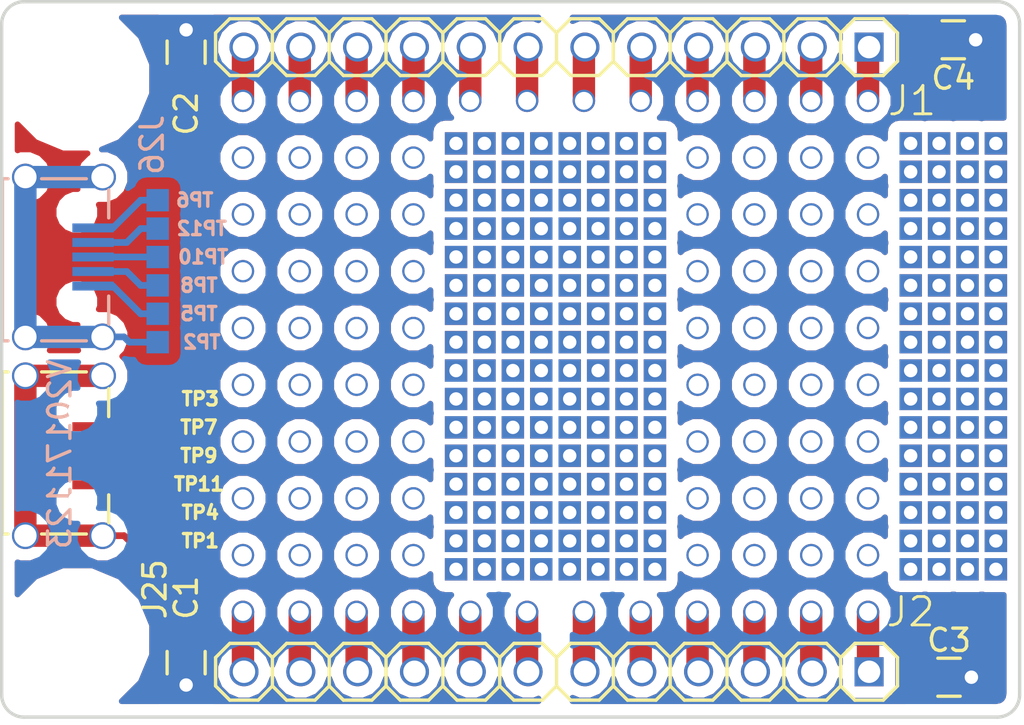
<source format=kicad_pcb>
(kicad_pcb (version 4) (host pcbnew 4.0.7-e2-6376~58~ubuntu17.04.1)

  (general
    (links 46)
    (no_connects 1)
    (area 123.124999 85.024999 168.775001 117.175001)
    (thickness 1.6)
    (drawings 8)
    (tracks 90)
    (zones 0)
    (modules 45)
    (nets 41)
  )

  (page A4)
  (layers
    (0 F.Cu signal)
    (31 B.Cu signal)
    (32 B.Adhes user)
    (33 F.Adhes user)
    (34 B.Paste user)
    (35 F.Paste user)
    (36 B.SilkS user)
    (37 F.SilkS user)
    (38 B.Mask user)
    (39 F.Mask user)
    (40 Dwgs.User user)
    (41 Cmts.User user)
    (42 Eco1.User user)
    (43 Eco2.User user)
    (44 Edge.Cuts user)
    (45 Margin user)
    (46 B.CrtYd user)
    (47 F.CrtYd user)
    (48 B.Fab user)
    (49 F.Fab user)
  )

  (setup
    (last_trace_width 0.1524)
    (user_trace_width 0.1524)
    (user_trace_width 0.2)
    (user_trace_width 0.3)
    (user_trace_width 0.4)
    (user_trace_width 0.6)
    (user_trace_width 1)
    (user_trace_width 1.5)
    (user_trace_width 2)
    (trace_clearance 0.1524)
    (zone_clearance 0.508)
    (zone_45_only no)
    (trace_min 0.1524)
    (segment_width 0.2)
    (edge_width 0.15)
    (via_size 0.381)
    (via_drill 0.254)
    (via_min_size 0.381)
    (via_min_drill 0.254)
    (user_via 0.381 0.254)
    (user_via 0.55 0.4)
    (user_via 0.75 0.6)
    (user_via 0.95 0.8)
    (user_via 1.3 1)
    (user_via 1.5 1.2)
    (user_via 1.7 1.4)
    (user_via 1.9 1.6)
    (uvia_size 0.381)
    (uvia_drill 0.254)
    (uvias_allowed no)
    (uvia_min_size 0.381)
    (uvia_min_drill 0.254)
    (pcb_text_width 0.3)
    (pcb_text_size 1.5 1.5)
    (mod_edge_width 0.15)
    (mod_text_size 1 1)
    (mod_text_width 0.15)
    (pad_size 1.524 1.524)
    (pad_drill 0.762)
    (pad_to_mask_clearance 0.1)
    (aux_axis_origin 0 0)
    (visible_elements FFFFFF7F)
    (pcbplotparams
      (layerselection 0x00030_80000001)
      (usegerberextensions false)
      (excludeedgelayer true)
      (linewidth 0.100000)
      (plotframeref false)
      (viasonmask false)
      (mode 1)
      (useauxorigin false)
      (hpglpennumber 1)
      (hpglpenspeed 20)
      (hpglpendiameter 15)
      (hpglpenoverlay 2)
      (psnegative false)
      (psa4output false)
      (plotreference true)
      (plotvalue true)
      (plotinvisibletext false)
      (padsonsilk false)
      (subtractmaskfromsilk false)
      (outputformat 1)
      (mirror false)
      (drillshape 1)
      (scaleselection 1)
      (outputdirectory ""))
  )

  (net 0 "")
  (net 1 VDD)
  (net 2 GND)
  (net 3 VDDA)
  (net 4 GNDA)
  (net 5 "Net-(J1-Pad1)")
  (net 6 "Net-(J1-Pad2)")
  (net 7 "Net-(J1-Pad3)")
  (net 8 "Net-(J1-Pad4)")
  (net 9 "Net-(J1-Pad5)")
  (net 10 "Net-(J1-Pad6)")
  (net 11 "Net-(J1-Pad7)")
  (net 12 "Net-(J1-Pad8)")
  (net 13 "Net-(J1-Pad9)")
  (net 14 "Net-(J1-Pad10)")
  (net 15 "Net-(J1-Pad11)")
  (net 16 "Net-(J1-Pad12)")
  (net 17 "Net-(J19-Pad1)")
  (net 18 "Net-(J19-Pad2)")
  (net 19 "Net-(J19-Pad3)")
  (net 20 "Net-(J19-Pad4)")
  (net 21 "Net-(J18-Pad1)")
  (net 22 "Net-(J18-Pad2)")
  (net 23 "Net-(J18-Pad3)")
  (net 24 "Net-(J18-Pad4)")
  (net 25 "Net-(J2-Pad9)")
  (net 26 "Net-(J2-Pad10)")
  (net 27 "Net-(J2-Pad11)")
  (net 28 "Net-(J2-Pad12)")
  (net 29 "Net-(J25-PadS)")
  (net 30 "Net-(J25-Pad5)")
  (net 31 "Net-(J25-Pad4)")
  (net 32 "Net-(J25-Pad3)")
  (net 33 "Net-(J25-Pad2)")
  (net 34 "Net-(J25-Pad1)")
  (net 35 "Net-(J26-PadS)")
  (net 36 "Net-(J26-Pad5)")
  (net 37 "Net-(J26-Pad4)")
  (net 38 "Net-(J26-Pad3)")
  (net 39 "Net-(J26-Pad2)")
  (net 40 "Net-(J26-Pad1)")

  (net_class Default "This is the default net class."
    (clearance 0.1524)
    (trace_width 0.1524)
    (via_dia 0.381)
    (via_drill 0.254)
    (uvia_dia 0.381)
    (uvia_drill 0.254)
    (add_net GND)
    (add_net GNDA)
    (add_net "Net-(J1-Pad1)")
    (add_net "Net-(J1-Pad10)")
    (add_net "Net-(J1-Pad11)")
    (add_net "Net-(J1-Pad12)")
    (add_net "Net-(J1-Pad2)")
    (add_net "Net-(J1-Pad3)")
    (add_net "Net-(J1-Pad4)")
    (add_net "Net-(J1-Pad5)")
    (add_net "Net-(J1-Pad6)")
    (add_net "Net-(J1-Pad7)")
    (add_net "Net-(J1-Pad8)")
    (add_net "Net-(J1-Pad9)")
    (add_net "Net-(J18-Pad1)")
    (add_net "Net-(J18-Pad2)")
    (add_net "Net-(J18-Pad3)")
    (add_net "Net-(J18-Pad4)")
    (add_net "Net-(J19-Pad1)")
    (add_net "Net-(J19-Pad2)")
    (add_net "Net-(J19-Pad3)")
    (add_net "Net-(J19-Pad4)")
    (add_net "Net-(J2-Pad10)")
    (add_net "Net-(J2-Pad11)")
    (add_net "Net-(J2-Pad12)")
    (add_net "Net-(J2-Pad9)")
    (add_net "Net-(J25-Pad1)")
    (add_net "Net-(J25-Pad2)")
    (add_net "Net-(J25-Pad3)")
    (add_net "Net-(J25-Pad4)")
    (add_net "Net-(J25-Pad5)")
    (add_net "Net-(J25-PadS)")
    (add_net "Net-(J26-Pad1)")
    (add_net "Net-(J26-Pad2)")
    (add_net "Net-(J26-Pad3)")
    (add_net "Net-(J26-Pad4)")
    (add_net "Net-(J26-Pad5)")
    (add_net "Net-(J26-PadS)")
    (add_net VDD)
    (add_net VDDA)
  )

  (module SquantorLabels:Label_version (layer B.Cu) (tedit 5A17404C) (tstamp 5A135138)
    (at 125.984 105.3465 270)
    (path /5A1357A5)
    (fp_text reference N2 (at 0 -2 270) (layer B.Fab) hide
      (effects (font (size 1 1) (thickness 0.15)) (justify mirror))
    )
    (fp_text value V20171123 (at 0 0.1905 270) (layer B.SilkS)
      (effects (font (size 1 1) (thickness 0.15)) (justify mirror))
    )
  )

  (module SquantorPcbOutline:MountingHole_5.4mm_no_metal locked (layer F.Cu) (tedit 5A14A9D9) (tstamp 5A14AEF8)
    (at 126.59 113.65)
    (path /5A135980)
    (fp_text reference H1 (at 0 -4) (layer F.SilkS) hide
      (effects (font (size 1 1) (thickness 0.15)))
    )
    (fp_text value Drill_Hole_no_metal (at 0 4) (layer F.Fab) hide
      (effects (font (size 1 1) (thickness 0.15)))
    )
    (pad "" np_thru_hole circle (at 0 0) (size 5.4 5.4) (drill 5.4) (layers *.Cu *.Mask))
  )

  (module SquantorPcbOutline:MountingHole_5.4mm_no_metal locked (layer F.Cu) (tedit 5A14A9E4) (tstamp 5A14AEFC)
    (at 126.59 88.55)
    (path /5A1359C7)
    (fp_text reference H2 (at 0 -4) (layer F.SilkS) hide
      (effects (font (size 1 1) (thickness 0.15)))
    )
    (fp_text value Drill_Hole_no_metal (at 0 4) (layer F.Fab) hide
      (effects (font (size 1 1) (thickness 0.15)))
    )
    (pad "" np_thru_hole circle (at 0 0) (size 5.4 5.4) (drill 5.4) (layers *.Cu *.Mask))
  )

  (module SquantorConnectors:Header-0254-1X12-H010 locked (layer F.Cu) (tedit 5A14AA3D) (tstamp 5A14AF00)
    (at 148 87.13216 180)
    (descr "PIN HEADER")
    (tags "PIN HEADER")
    (path /5A135BF8)
    (attr virtual)
    (fp_text reference J1 (at -15.8935 -2.40284 180) (layer F.SilkS)
      (effects (font (size 1.27 1.27) (thickness 0.127)))
    )
    (fp_text value PINS_1X12 (at 0 2.9 180) (layer F.Fab) hide
      (effects (font (size 1.27 1.27) (thickness 0.15)))
    )
    (fp_line (start 13.335 1.27) (end 12.7 0.635) (layer F.SilkS) (width 0.15))
    (fp_line (start 14.605 1.27) (end 13.335 1.27) (layer F.SilkS) (width 0.15))
    (fp_line (start 15.24 0.635) (end 14.605 1.27) (layer F.SilkS) (width 0.15))
    (fp_line (start 15.24 -0.635) (end 15.24 0.635) (layer F.SilkS) (width 0.15))
    (fp_line (start 14.605 -1.27) (end 15.24 -0.635) (layer F.SilkS) (width 0.15))
    (fp_line (start 13.335 -1.27) (end 14.605 -1.27) (layer F.SilkS) (width 0.15))
    (fp_line (start 12.7 -0.635) (end 13.335 -1.27) (layer F.SilkS) (width 0.15))
    (fp_line (start 10.795 1.27) (end 10.16 0.635) (layer F.SilkS) (width 0.15))
    (fp_line (start 12.065 1.27) (end 10.795 1.27) (layer F.SilkS) (width 0.15))
    (fp_line (start 12.7 0.635) (end 12.065 1.27) (layer F.SilkS) (width 0.15))
    (fp_line (start 12.7 -0.635) (end 12.7 0.635) (layer F.SilkS) (width 0.15))
    (fp_line (start 12.065 -1.27) (end 12.7 -0.635) (layer F.SilkS) (width 0.15))
    (fp_line (start 10.795 -1.27) (end 12.065 -1.27) (layer F.SilkS) (width 0.15))
    (fp_line (start 10.16 -0.635) (end 10.795 -1.27) (layer F.SilkS) (width 0.15))
    (fp_line (start 5.08 -0.635) (end 5.715 -1.27) (layer F.SilkS) (width 0.1524))
    (fp_line (start 5.715 -1.27) (end 6.985 -1.27) (layer F.SilkS) (width 0.1524))
    (fp_line (start 6.985 -1.27) (end 7.62 -0.635) (layer F.SilkS) (width 0.1524))
    (fp_line (start 7.62 -0.635) (end 7.62 0.635) (layer F.SilkS) (width 0.1524))
    (fp_line (start 7.62 0.635) (end 6.985 1.27) (layer F.SilkS) (width 0.1524))
    (fp_line (start 6.985 1.27) (end 5.715 1.27) (layer F.SilkS) (width 0.1524))
    (fp_line (start 5.715 1.27) (end 5.08 0.635) (layer F.SilkS) (width 0.1524))
    (fp_line (start 0.635 -1.27) (end 1.905 -1.27) (layer F.SilkS) (width 0.1524))
    (fp_line (start 1.905 -1.27) (end 2.54 -0.635) (layer F.SilkS) (width 0.1524))
    (fp_line (start 2.54 -0.635) (end 2.54 0.635) (layer F.SilkS) (width 0.1524))
    (fp_line (start 2.54 0.635) (end 1.905 1.27) (layer F.SilkS) (width 0.1524))
    (fp_line (start 2.54 -0.635) (end 3.175 -1.27) (layer F.SilkS) (width 0.1524))
    (fp_line (start 3.175 -1.27) (end 4.445 -1.27) (layer F.SilkS) (width 0.1524))
    (fp_line (start 4.445 -1.27) (end 5.08 -0.635) (layer F.SilkS) (width 0.1524))
    (fp_line (start 5.08 -0.635) (end 5.08 0.635) (layer F.SilkS) (width 0.1524))
    (fp_line (start 5.08 0.635) (end 4.445 1.27) (layer F.SilkS) (width 0.1524))
    (fp_line (start 4.445 1.27) (end 3.175 1.27) (layer F.SilkS) (width 0.1524))
    (fp_line (start 3.175 1.27) (end 2.54 0.635) (layer F.SilkS) (width 0.1524))
    (fp_line (start -2.54 -0.635) (end -1.905 -1.27) (layer F.SilkS) (width 0.1524))
    (fp_line (start -1.905 -1.27) (end -0.635 -1.27) (layer F.SilkS) (width 0.1524))
    (fp_line (start -0.635 -1.27) (end 0 -0.635) (layer F.SilkS) (width 0.1524))
    (fp_line (start 0 -0.635) (end 0 0.635) (layer F.SilkS) (width 0.1524))
    (fp_line (start 0 0.635) (end -0.635 1.27) (layer F.SilkS) (width 0.1524))
    (fp_line (start -0.635 1.27) (end -1.905 1.27) (layer F.SilkS) (width 0.1524))
    (fp_line (start -1.905 1.27) (end -2.54 0.635) (layer F.SilkS) (width 0.1524))
    (fp_line (start 0.635 -1.27) (end 0 -0.635) (layer F.SilkS) (width 0.1524))
    (fp_line (start 0 0.635) (end 0.635 1.27) (layer F.SilkS) (width 0.1524))
    (fp_line (start 1.905 1.27) (end 0.635 1.27) (layer F.SilkS) (width 0.1524))
    (fp_line (start -6.985 -1.27) (end -5.715 -1.27) (layer F.SilkS) (width 0.1524))
    (fp_line (start -5.715 -1.27) (end -5.08 -0.635) (layer F.SilkS) (width 0.1524))
    (fp_line (start -5.08 -0.635) (end -5.08 0.635) (layer F.SilkS) (width 0.1524))
    (fp_line (start -5.08 0.635) (end -5.715 1.27) (layer F.SilkS) (width 0.1524))
    (fp_line (start -5.08 -0.635) (end -4.445 -1.27) (layer F.SilkS) (width 0.1524))
    (fp_line (start -4.445 -1.27) (end -3.175 -1.27) (layer F.SilkS) (width 0.1524))
    (fp_line (start -3.175 -1.27) (end -2.54 -0.635) (layer F.SilkS) (width 0.1524))
    (fp_line (start -2.54 -0.635) (end -2.54 0.635) (layer F.SilkS) (width 0.1524))
    (fp_line (start -2.54 0.635) (end -3.175 1.27) (layer F.SilkS) (width 0.1524))
    (fp_line (start -3.175 1.27) (end -4.445 1.27) (layer F.SilkS) (width 0.1524))
    (fp_line (start -4.445 1.27) (end -5.08 0.635) (layer F.SilkS) (width 0.1524))
    (fp_line (start -10.16 -0.635) (end -9.525 -1.27) (layer F.SilkS) (width 0.1524))
    (fp_line (start -9.525 -1.27) (end -8.255 -1.27) (layer F.SilkS) (width 0.1524))
    (fp_line (start -8.255 -1.27) (end -7.62 -0.635) (layer F.SilkS) (width 0.1524))
    (fp_line (start -7.62 -0.635) (end -7.62 0.635) (layer F.SilkS) (width 0.1524))
    (fp_line (start -7.62 0.635) (end -8.255 1.27) (layer F.SilkS) (width 0.1524))
    (fp_line (start -8.255 1.27) (end -9.525 1.27) (layer F.SilkS) (width 0.1524))
    (fp_line (start -9.525 1.27) (end -10.16 0.635) (layer F.SilkS) (width 0.1524))
    (fp_line (start -6.985 -1.27) (end -7.62 -0.635) (layer F.SilkS) (width 0.1524))
    (fp_line (start -7.62 0.635) (end -6.985 1.27) (layer F.SilkS) (width 0.1524))
    (fp_line (start -5.715 1.27) (end -6.985 1.27) (layer F.SilkS) (width 0.1524))
    (fp_line (start -14.605 -1.27) (end -13.335 -1.27) (layer F.SilkS) (width 0.1524))
    (fp_line (start -13.335 -1.27) (end -12.7 -0.635) (layer F.SilkS) (width 0.1524))
    (fp_line (start -12.7 -0.635) (end -12.7 0.635) (layer F.SilkS) (width 0.1524))
    (fp_line (start -12.7 0.635) (end -13.335 1.27) (layer F.SilkS) (width 0.1524))
    (fp_line (start -12.7 -0.635) (end -12.065 -1.27) (layer F.SilkS) (width 0.1524))
    (fp_line (start -12.065 -1.27) (end -10.795 -1.27) (layer F.SilkS) (width 0.1524))
    (fp_line (start -10.795 -1.27) (end -10.16 -0.635) (layer F.SilkS) (width 0.1524))
    (fp_line (start -10.16 -0.635) (end -10.16 0.635) (layer F.SilkS) (width 0.1524))
    (fp_line (start -10.16 0.635) (end -10.795 1.27) (layer F.SilkS) (width 0.1524))
    (fp_line (start -10.795 1.27) (end -12.065 1.27) (layer F.SilkS) (width 0.1524))
    (fp_line (start -12.065 1.27) (end -12.7 0.635) (layer F.SilkS) (width 0.1524))
    (fp_line (start -15.24 -0.635) (end -15.24 0.635) (layer F.SilkS) (width 0.1524))
    (fp_line (start -14.605 -1.27) (end -15.24 -0.635) (layer F.SilkS) (width 0.1524))
    (fp_line (start -15.24 0.635) (end -14.605 1.27) (layer F.SilkS) (width 0.1524))
    (fp_line (start -13.335 1.27) (end -14.605 1.27) (layer F.SilkS) (width 0.1524))
    (fp_line (start 8.255 -1.27) (end 9.525 -1.27) (layer F.SilkS) (width 0.1524))
    (fp_line (start 9.525 -1.27) (end 10.16 -0.635) (layer F.SilkS) (width 0.1524))
    (fp_line (start 10.16 -0.635) (end 10.16 0.635) (layer F.SilkS) (width 0.1524))
    (fp_line (start 10.16 0.635) (end 9.525 1.27) (layer F.SilkS) (width 0.1524))
    (fp_line (start 8.255 -1.27) (end 7.62 -0.635) (layer F.SilkS) (width 0.1524))
    (fp_line (start 7.62 0.635) (end 8.255 1.27) (layer F.SilkS) (width 0.1524))
    (fp_line (start 9.525 1.27) (end 8.255 1.27) (layer F.SilkS) (width 0.1524))
    (pad 1 thru_hole rect (at -13.97 0) (size 1.3 1.3) (drill 1) (layers *.Cu *.Mask)
      (net 5 "Net-(J1-Pad1)"))
    (pad 2 thru_hole circle (at -11.43 0) (size 1.3 1.3) (drill 1) (layers *.Cu *.Mask)
      (net 6 "Net-(J1-Pad2)"))
    (pad 3 thru_hole circle (at -8.89 0) (size 1.3 1.3) (drill 1) (layers *.Cu *.Mask)
      (net 7 "Net-(J1-Pad3)"))
    (pad 4 thru_hole circle (at -6.35 0) (size 1.3 1.3) (drill 1) (layers *.Cu *.Mask)
      (net 8 "Net-(J1-Pad4)"))
    (pad 5 thru_hole circle (at -3.81 0) (size 1.3 1.3) (drill 1) (layers *.Cu *.Mask)
      (net 9 "Net-(J1-Pad5)"))
    (pad 6 thru_hole circle (at -1.27 0) (size 1.3 1.3) (drill 1) (layers *.Cu *.Mask)
      (net 10 "Net-(J1-Pad6)"))
    (pad 7 thru_hole circle (at 1.27 0) (size 1.3 1.3) (drill 1) (layers *.Cu *.Mask)
      (net 11 "Net-(J1-Pad7)"))
    (pad 8 thru_hole circle (at 3.81 0) (size 1.3 1.3) (drill 1) (layers *.Cu *.Mask)
      (net 12 "Net-(J1-Pad8)"))
    (pad 9 thru_hole circle (at 6.35 0 180) (size 1.3 1.3) (drill 1) (layers *.Cu *.Mask)
      (net 13 "Net-(J1-Pad9)"))
    (pad 10 thru_hole circle (at 8.89 0) (size 1.3 1.3) (drill 1) (layers *.Cu *.Mask)
      (net 14 "Net-(J1-Pad10)"))
    (pad 11 thru_hole circle (at 11.43 0 180) (size 1.3 1.3) (drill 1) (layers *.Cu *.Mask)
      (net 15 "Net-(J1-Pad11)"))
    (pad 12 thru_hole circle (at 13.97 0 180) (size 1.3 1.3) (drill 1) (layers *.Cu *.Mask)
      (net 16 "Net-(J1-Pad12)"))
  )

  (module SquantorConnectors:Header-0254-1X12-H010 locked (layer F.Cu) (tedit 5A14AA38) (tstamp 5A14AF0F)
    (at 148.00072 115.07216 180)
    (descr "PIN HEADER")
    (tags "PIN HEADER")
    (path /5A135C4B)
    (attr virtual)
    (fp_text reference J2 (at -15.82928 2.67716 180) (layer F.SilkS)
      (effects (font (size 1.27 1.27) (thickness 0.127)))
    )
    (fp_text value PINS_1X12 (at 0 2.9 180) (layer F.Fab) hide
      (effects (font (size 1.27 1.27) (thickness 0.15)))
    )
    (fp_line (start 13.335 1.27) (end 12.7 0.635) (layer F.SilkS) (width 0.15))
    (fp_line (start 14.605 1.27) (end 13.335 1.27) (layer F.SilkS) (width 0.15))
    (fp_line (start 15.24 0.635) (end 14.605 1.27) (layer F.SilkS) (width 0.15))
    (fp_line (start 15.24 -0.635) (end 15.24 0.635) (layer F.SilkS) (width 0.15))
    (fp_line (start 14.605 -1.27) (end 15.24 -0.635) (layer F.SilkS) (width 0.15))
    (fp_line (start 13.335 -1.27) (end 14.605 -1.27) (layer F.SilkS) (width 0.15))
    (fp_line (start 12.7 -0.635) (end 13.335 -1.27) (layer F.SilkS) (width 0.15))
    (fp_line (start 10.795 1.27) (end 10.16 0.635) (layer F.SilkS) (width 0.15))
    (fp_line (start 12.065 1.27) (end 10.795 1.27) (layer F.SilkS) (width 0.15))
    (fp_line (start 12.7 0.635) (end 12.065 1.27) (layer F.SilkS) (width 0.15))
    (fp_line (start 12.7 -0.635) (end 12.7 0.635) (layer F.SilkS) (width 0.15))
    (fp_line (start 12.065 -1.27) (end 12.7 -0.635) (layer F.SilkS) (width 0.15))
    (fp_line (start 10.795 -1.27) (end 12.065 -1.27) (layer F.SilkS) (width 0.15))
    (fp_line (start 10.16 -0.635) (end 10.795 -1.27) (layer F.SilkS) (width 0.15))
    (fp_line (start 5.08 -0.635) (end 5.715 -1.27) (layer F.SilkS) (width 0.1524))
    (fp_line (start 5.715 -1.27) (end 6.985 -1.27) (layer F.SilkS) (width 0.1524))
    (fp_line (start 6.985 -1.27) (end 7.62 -0.635) (layer F.SilkS) (width 0.1524))
    (fp_line (start 7.62 -0.635) (end 7.62 0.635) (layer F.SilkS) (width 0.1524))
    (fp_line (start 7.62 0.635) (end 6.985 1.27) (layer F.SilkS) (width 0.1524))
    (fp_line (start 6.985 1.27) (end 5.715 1.27) (layer F.SilkS) (width 0.1524))
    (fp_line (start 5.715 1.27) (end 5.08 0.635) (layer F.SilkS) (width 0.1524))
    (fp_line (start 0.635 -1.27) (end 1.905 -1.27) (layer F.SilkS) (width 0.1524))
    (fp_line (start 1.905 -1.27) (end 2.54 -0.635) (layer F.SilkS) (width 0.1524))
    (fp_line (start 2.54 -0.635) (end 2.54 0.635) (layer F.SilkS) (width 0.1524))
    (fp_line (start 2.54 0.635) (end 1.905 1.27) (layer F.SilkS) (width 0.1524))
    (fp_line (start 2.54 -0.635) (end 3.175 -1.27) (layer F.SilkS) (width 0.1524))
    (fp_line (start 3.175 -1.27) (end 4.445 -1.27) (layer F.SilkS) (width 0.1524))
    (fp_line (start 4.445 -1.27) (end 5.08 -0.635) (layer F.SilkS) (width 0.1524))
    (fp_line (start 5.08 -0.635) (end 5.08 0.635) (layer F.SilkS) (width 0.1524))
    (fp_line (start 5.08 0.635) (end 4.445 1.27) (layer F.SilkS) (width 0.1524))
    (fp_line (start 4.445 1.27) (end 3.175 1.27) (layer F.SilkS) (width 0.1524))
    (fp_line (start 3.175 1.27) (end 2.54 0.635) (layer F.SilkS) (width 0.1524))
    (fp_line (start -2.54 -0.635) (end -1.905 -1.27) (layer F.SilkS) (width 0.1524))
    (fp_line (start -1.905 -1.27) (end -0.635 -1.27) (layer F.SilkS) (width 0.1524))
    (fp_line (start -0.635 -1.27) (end 0 -0.635) (layer F.SilkS) (width 0.1524))
    (fp_line (start 0 -0.635) (end 0 0.635) (layer F.SilkS) (width 0.1524))
    (fp_line (start 0 0.635) (end -0.635 1.27) (layer F.SilkS) (width 0.1524))
    (fp_line (start -0.635 1.27) (end -1.905 1.27) (layer F.SilkS) (width 0.1524))
    (fp_line (start -1.905 1.27) (end -2.54 0.635) (layer F.SilkS) (width 0.1524))
    (fp_line (start 0.635 -1.27) (end 0 -0.635) (layer F.SilkS) (width 0.1524))
    (fp_line (start 0 0.635) (end 0.635 1.27) (layer F.SilkS) (width 0.1524))
    (fp_line (start 1.905 1.27) (end 0.635 1.27) (layer F.SilkS) (width 0.1524))
    (fp_line (start -6.985 -1.27) (end -5.715 -1.27) (layer F.SilkS) (width 0.1524))
    (fp_line (start -5.715 -1.27) (end -5.08 -0.635) (layer F.SilkS) (width 0.1524))
    (fp_line (start -5.08 -0.635) (end -5.08 0.635) (layer F.SilkS) (width 0.1524))
    (fp_line (start -5.08 0.635) (end -5.715 1.27) (layer F.SilkS) (width 0.1524))
    (fp_line (start -5.08 -0.635) (end -4.445 -1.27) (layer F.SilkS) (width 0.1524))
    (fp_line (start -4.445 -1.27) (end -3.175 -1.27) (layer F.SilkS) (width 0.1524))
    (fp_line (start -3.175 -1.27) (end -2.54 -0.635) (layer F.SilkS) (width 0.1524))
    (fp_line (start -2.54 -0.635) (end -2.54 0.635) (layer F.SilkS) (width 0.1524))
    (fp_line (start -2.54 0.635) (end -3.175 1.27) (layer F.SilkS) (width 0.1524))
    (fp_line (start -3.175 1.27) (end -4.445 1.27) (layer F.SilkS) (width 0.1524))
    (fp_line (start -4.445 1.27) (end -5.08 0.635) (layer F.SilkS) (width 0.1524))
    (fp_line (start -10.16 -0.635) (end -9.525 -1.27) (layer F.SilkS) (width 0.1524))
    (fp_line (start -9.525 -1.27) (end -8.255 -1.27) (layer F.SilkS) (width 0.1524))
    (fp_line (start -8.255 -1.27) (end -7.62 -0.635) (layer F.SilkS) (width 0.1524))
    (fp_line (start -7.62 -0.635) (end -7.62 0.635) (layer F.SilkS) (width 0.1524))
    (fp_line (start -7.62 0.635) (end -8.255 1.27) (layer F.SilkS) (width 0.1524))
    (fp_line (start -8.255 1.27) (end -9.525 1.27) (layer F.SilkS) (width 0.1524))
    (fp_line (start -9.525 1.27) (end -10.16 0.635) (layer F.SilkS) (width 0.1524))
    (fp_line (start -6.985 -1.27) (end -7.62 -0.635) (layer F.SilkS) (width 0.1524))
    (fp_line (start -7.62 0.635) (end -6.985 1.27) (layer F.SilkS) (width 0.1524))
    (fp_line (start -5.715 1.27) (end -6.985 1.27) (layer F.SilkS) (width 0.1524))
    (fp_line (start -14.605 -1.27) (end -13.335 -1.27) (layer F.SilkS) (width 0.1524))
    (fp_line (start -13.335 -1.27) (end -12.7 -0.635) (layer F.SilkS) (width 0.1524))
    (fp_line (start -12.7 -0.635) (end -12.7 0.635) (layer F.SilkS) (width 0.1524))
    (fp_line (start -12.7 0.635) (end -13.335 1.27) (layer F.SilkS) (width 0.1524))
    (fp_line (start -12.7 -0.635) (end -12.065 -1.27) (layer F.SilkS) (width 0.1524))
    (fp_line (start -12.065 -1.27) (end -10.795 -1.27) (layer F.SilkS) (width 0.1524))
    (fp_line (start -10.795 -1.27) (end -10.16 -0.635) (layer F.SilkS) (width 0.1524))
    (fp_line (start -10.16 -0.635) (end -10.16 0.635) (layer F.SilkS) (width 0.1524))
    (fp_line (start -10.16 0.635) (end -10.795 1.27) (layer F.SilkS) (width 0.1524))
    (fp_line (start -10.795 1.27) (end -12.065 1.27) (layer F.SilkS) (width 0.1524))
    (fp_line (start -12.065 1.27) (end -12.7 0.635) (layer F.SilkS) (width 0.1524))
    (fp_line (start -15.24 -0.635) (end -15.24 0.635) (layer F.SilkS) (width 0.1524))
    (fp_line (start -14.605 -1.27) (end -15.24 -0.635) (layer F.SilkS) (width 0.1524))
    (fp_line (start -15.24 0.635) (end -14.605 1.27) (layer F.SilkS) (width 0.1524))
    (fp_line (start -13.335 1.27) (end -14.605 1.27) (layer F.SilkS) (width 0.1524))
    (fp_line (start 8.255 -1.27) (end 9.525 -1.27) (layer F.SilkS) (width 0.1524))
    (fp_line (start 9.525 -1.27) (end 10.16 -0.635) (layer F.SilkS) (width 0.1524))
    (fp_line (start 10.16 -0.635) (end 10.16 0.635) (layer F.SilkS) (width 0.1524))
    (fp_line (start 10.16 0.635) (end 9.525 1.27) (layer F.SilkS) (width 0.1524))
    (fp_line (start 8.255 -1.27) (end 7.62 -0.635) (layer F.SilkS) (width 0.1524))
    (fp_line (start 7.62 0.635) (end 8.255 1.27) (layer F.SilkS) (width 0.1524))
    (fp_line (start 9.525 1.27) (end 8.255 1.27) (layer F.SilkS) (width 0.1524))
    (pad 1 thru_hole rect (at -13.97 0) (size 1.3 1.3) (drill 1) (layers *.Cu *.Mask)
      (net 17 "Net-(J19-Pad1)"))
    (pad 2 thru_hole circle (at -11.43 0) (size 1.3 1.3) (drill 1) (layers *.Cu *.Mask)
      (net 18 "Net-(J19-Pad2)"))
    (pad 3 thru_hole circle (at -8.89 0) (size 1.3 1.3) (drill 1) (layers *.Cu *.Mask)
      (net 19 "Net-(J19-Pad3)"))
    (pad 4 thru_hole circle (at -6.35 0) (size 1.3 1.3) (drill 1) (layers *.Cu *.Mask)
      (net 20 "Net-(J19-Pad4)"))
    (pad 5 thru_hole circle (at -3.81 0) (size 1.3 1.3) (drill 1) (layers *.Cu *.Mask)
      (net 21 "Net-(J18-Pad1)"))
    (pad 6 thru_hole circle (at -1.27 0) (size 1.3 1.3) (drill 1) (layers *.Cu *.Mask)
      (net 22 "Net-(J18-Pad2)"))
    (pad 7 thru_hole circle (at 1.27 0) (size 1.3 1.3) (drill 1) (layers *.Cu *.Mask)
      (net 23 "Net-(J18-Pad3)"))
    (pad 8 thru_hole circle (at 3.81 0) (size 1.3 1.3) (drill 1) (layers *.Cu *.Mask)
      (net 24 "Net-(J18-Pad4)"))
    (pad 9 thru_hole circle (at 6.35 0 180) (size 1.3 1.3) (drill 1) (layers *.Cu *.Mask)
      (net 25 "Net-(J2-Pad9)"))
    (pad 10 thru_hole circle (at 8.89 0) (size 1.3 1.3) (drill 1) (layers *.Cu *.Mask)
      (net 26 "Net-(J2-Pad10)"))
    (pad 11 thru_hole circle (at 11.43 0 180) (size 1.3 1.3) (drill 1) (layers *.Cu *.Mask)
      (net 27 "Net-(J2-Pad11)"))
    (pad 12 thru_hole circle (at 13.97 0 180) (size 1.3 1.3) (drill 1) (layers *.Cu *.Mask)
      (net 28 "Net-(J2-Pad12)"))
  )

  (module SquantorRcl:C_0805 (layer F.Cu) (tedit 5A173D22) (tstamp 5A17DC56)
    (at 131.445 114.665 270)
    (descr "Capacitor SMD 0805, reflow soldering, AVX (see smccp.pdf)")
    (tags "capacitor 0805")
    (path /5A1752AB)
    (attr smd)
    (fp_text reference C1 (at -2.905 0 270) (layer F.SilkS)
      (effects (font (size 1 1) (thickness 0.15)))
    )
    (fp_text value C (at 0 2.1 270) (layer F.Fab) hide
      (effects (font (size 1 1) (thickness 0.15)))
    )
    (fp_line (start -1 0.625) (end -1 -0.625) (layer F.Fab) (width 0.15))
    (fp_line (start 1 0.625) (end -1 0.625) (layer F.Fab) (width 0.15))
    (fp_line (start 1 -0.625) (end 1 0.625) (layer F.Fab) (width 0.15))
    (fp_line (start -1 -0.625) (end 1 -0.625) (layer F.Fab) (width 0.15))
    (fp_line (start -1.8 -1) (end 1.8 -1) (layer F.CrtYd) (width 0.05))
    (fp_line (start -1.8 1) (end 1.8 1) (layer F.CrtYd) (width 0.05))
    (fp_line (start -1.8 -1) (end -1.8 1) (layer F.CrtYd) (width 0.05))
    (fp_line (start 1.8 -1) (end 1.8 1) (layer F.CrtYd) (width 0.05))
    (fp_line (start 0.5 -0.85) (end -0.5 -0.85) (layer F.SilkS) (width 0.15))
    (fp_line (start -0.5 0.85) (end 0.5 0.85) (layer F.SilkS) (width 0.15))
    (pad 1 smd rect (at -1 0 270) (size 1 1.25) (layers F.Cu F.Paste F.Mask)
      (net 1 VDD))
    (pad 2 smd rect (at 1 0 270) (size 1 1.25) (layers F.Cu F.Paste F.Mask)
      (net 2 GND))
    (model Capacitors_SMD.3dshapes/C_0805.wrl
      (at (xyz 0 0 0))
      (scale (xyz 1 1 1))
      (rotate (xyz 0 0 0))
    )
  )

  (module SquantorRcl:C_0805 (layer F.Cu) (tedit 5415D6EA) (tstamp 5A17DC66)
    (at 131.445 87.36 90)
    (descr "Capacitor SMD 0805, reflow soldering, AVX (see smccp.pdf)")
    (tags "capacitor 0805")
    (path /5A17572C)
    (attr smd)
    (fp_text reference C2 (at -2.7465 0 90) (layer F.SilkS)
      (effects (font (size 1 1) (thickness 0.15)))
    )
    (fp_text value C (at 0 2.1 90) (layer F.Fab)
      (effects (font (size 1 1) (thickness 0.15)))
    )
    (fp_line (start -1 0.625) (end -1 -0.625) (layer F.Fab) (width 0.15))
    (fp_line (start 1 0.625) (end -1 0.625) (layer F.Fab) (width 0.15))
    (fp_line (start 1 -0.625) (end 1 0.625) (layer F.Fab) (width 0.15))
    (fp_line (start -1 -0.625) (end 1 -0.625) (layer F.Fab) (width 0.15))
    (fp_line (start -1.8 -1) (end 1.8 -1) (layer F.CrtYd) (width 0.05))
    (fp_line (start -1.8 1) (end 1.8 1) (layer F.CrtYd) (width 0.05))
    (fp_line (start -1.8 -1) (end -1.8 1) (layer F.CrtYd) (width 0.05))
    (fp_line (start 1.8 -1) (end 1.8 1) (layer F.CrtYd) (width 0.05))
    (fp_line (start 0.5 -0.85) (end -0.5 -0.85) (layer F.SilkS) (width 0.15))
    (fp_line (start -0.5 0.85) (end 0.5 0.85) (layer F.SilkS) (width 0.15))
    (pad 1 smd rect (at -1 0 90) (size 1 1.25) (layers F.Cu F.Paste F.Mask)
      (net 1 VDD))
    (pad 2 smd rect (at 1 0 90) (size 1 1.25) (layers F.Cu F.Paste F.Mask)
      (net 2 GND))
    (model Capacitors_SMD.3dshapes/C_0805.wrl
      (at (xyz 0 0 0))
      (scale (xyz 1 1 1))
      (rotate (xyz 0 0 0))
    )
  )

  (module SquantorRcl:C_0805 (layer F.Cu) (tedit 5A173F6D) (tstamp 5A17DC76)
    (at 165.5445 115.316)
    (descr "Capacitor SMD 0805, reflow soldering, AVX (see smccp.pdf)")
    (tags "capacitor 0805")
    (path /5A175375)
    (attr smd)
    (fp_text reference C3 (at 0 -1.651) (layer F.SilkS)
      (effects (font (size 1 1) (thickness 0.15)))
    )
    (fp_text value C (at 0 2.1) (layer F.Fab) hide
      (effects (font (size 1 1) (thickness 0.15)))
    )
    (fp_line (start -1 0.625) (end -1 -0.625) (layer F.Fab) (width 0.15))
    (fp_line (start 1 0.625) (end -1 0.625) (layer F.Fab) (width 0.15))
    (fp_line (start 1 -0.625) (end 1 0.625) (layer F.Fab) (width 0.15))
    (fp_line (start -1 -0.625) (end 1 -0.625) (layer F.Fab) (width 0.15))
    (fp_line (start -1.8 -1) (end 1.8 -1) (layer F.CrtYd) (width 0.05))
    (fp_line (start -1.8 1) (end 1.8 1) (layer F.CrtYd) (width 0.05))
    (fp_line (start -1.8 -1) (end -1.8 1) (layer F.CrtYd) (width 0.05))
    (fp_line (start 1.8 -1) (end 1.8 1) (layer F.CrtYd) (width 0.05))
    (fp_line (start 0.5 -0.85) (end -0.5 -0.85) (layer F.SilkS) (width 0.15))
    (fp_line (start -0.5 0.85) (end 0.5 0.85) (layer F.SilkS) (width 0.15))
    (pad 1 smd rect (at -1 0) (size 1 1.25) (layers F.Cu F.Paste F.Mask)
      (net 3 VDDA))
    (pad 2 smd rect (at 1 0) (size 1 1.25) (layers F.Cu F.Paste F.Mask)
      (net 4 GNDA))
    (model Capacitors_SMD.3dshapes/C_0805.wrl
      (at (xyz 0 0 0))
      (scale (xyz 1 1 1))
      (rotate (xyz 0 0 0))
    )
  )

  (module SquantorRcl:C_0805 (layer F.Cu) (tedit 5A173F69) (tstamp 5A17DC86)
    (at 165.735 86.8045)
    (descr "Capacitor SMD 0805, reflow soldering, AVX (see smccp.pdf)")
    (tags "capacitor 0805")
    (path /5A1757BC)
    (attr smd)
    (fp_text reference C4 (at 0 1.7145) (layer F.SilkS)
      (effects (font (size 1 1) (thickness 0.15)))
    )
    (fp_text value C (at 0 2.1) (layer F.Fab) hide
      (effects (font (size 1 1) (thickness 0.15)))
    )
    (fp_line (start -1 0.625) (end -1 -0.625) (layer F.Fab) (width 0.15))
    (fp_line (start 1 0.625) (end -1 0.625) (layer F.Fab) (width 0.15))
    (fp_line (start 1 -0.625) (end 1 0.625) (layer F.Fab) (width 0.15))
    (fp_line (start -1 -0.625) (end 1 -0.625) (layer F.Fab) (width 0.15))
    (fp_line (start -1.8 -1) (end 1.8 -1) (layer F.CrtYd) (width 0.05))
    (fp_line (start -1.8 1) (end 1.8 1) (layer F.CrtYd) (width 0.05))
    (fp_line (start -1.8 -1) (end -1.8 1) (layer F.CrtYd) (width 0.05))
    (fp_line (start 1.8 -1) (end 1.8 1) (layer F.CrtYd) (width 0.05))
    (fp_line (start 0.5 -0.85) (end -0.5 -0.85) (layer F.SilkS) (width 0.15))
    (fp_line (start -0.5 0.85) (end 0.5 0.85) (layer F.SilkS) (width 0.15))
    (pad 1 smd rect (at -1 0) (size 1 1.25) (layers F.Cu F.Paste F.Mask)
      (net 3 VDDA))
    (pad 2 smd rect (at 1 0) (size 1 1.25) (layers F.Cu F.Paste F.Mask)
      (net 4 GNDA))
    (model Capacitors_SMD.3dshapes/C_0805.wrl
      (at (xyz 0 0 0))
      (scale (xyz 1 1 1))
      (rotate (xyz 0 0 0))
    )
  )

  (module SquantorProto:proto-TH-0254-04X01-P010SQ-H008 (layer F.Cu) (tedit 5A15EFCE) (tstamp 5A17DC8E)
    (at 158.115 89.535 180)
    (path /5A174356)
    (fp_text reference J3 (at 0 -1.27 180) (layer F.SilkS) hide
      (effects (font (size 1 1) (thickness 0.15)))
    )
    (fp_text value Proto_4pins (at 0 1.27 180) (layer F.Fab) hide
      (effects (font (size 1 1) (thickness 0.15)))
    )
    (pad 1 thru_hole circle (at -3.81 0 180) (size 1 1) (drill 0.8) (layers *.Cu *.Mask)
      (net 5 "Net-(J1-Pad1)"))
    (pad 2 thru_hole circle (at -1.27 0 180) (size 1 1) (drill 0.8) (layers *.Cu *.Mask)
      (net 6 "Net-(J1-Pad2)"))
    (pad 3 thru_hole circle (at 1.27 0 180) (size 1 1) (drill 0.8) (layers *.Cu *.Mask)
      (net 7 "Net-(J1-Pad3)"))
    (pad 4 thru_hole circle (at 3.81 0 180) (size 1 1) (drill 0.8) (layers *.Cu *.Mask)
      (net 8 "Net-(J1-Pad4)"))
  )

  (module SquantorProto:proto-TH-0254-04X01-P010SQ-H008 (layer F.Cu) (tedit 5A15EFCE) (tstamp 5A17DC96)
    (at 137.795 89.535 180)
    (path /5A174434)
    (fp_text reference J4 (at 0 -1.27 180) (layer F.SilkS) hide
      (effects (font (size 1 1) (thickness 0.15)))
    )
    (fp_text value Proto_4pins (at 0 1.27 180) (layer F.Fab) hide
      (effects (font (size 1 1) (thickness 0.15)))
    )
    (pad 1 thru_hole circle (at -3.81 0 180) (size 1 1) (drill 0.8) (layers *.Cu *.Mask)
      (net 13 "Net-(J1-Pad9)"))
    (pad 2 thru_hole circle (at -1.27 0 180) (size 1 1) (drill 0.8) (layers *.Cu *.Mask)
      (net 14 "Net-(J1-Pad10)"))
    (pad 3 thru_hole circle (at 1.27 0 180) (size 1 1) (drill 0.8) (layers *.Cu *.Mask)
      (net 15 "Net-(J1-Pad11)"))
    (pad 4 thru_hole circle (at 3.81 0 180) (size 1 1) (drill 0.8) (layers *.Cu *.Mask)
      (net 16 "Net-(J1-Pad12)"))
  )

  (module SquantorProto:proto-SMD-0127-04X04-P010-H006 (layer F.Cu) (tedit 5A173306) (tstamp 5A17DCAA)
    (at 145.415 108.585)
    (path /5A174A37)
    (fp_text reference J5 (at 0 -3.175) (layer F.SilkS) hide
      (effects (font (size 1 1) (thickness 0.15)))
    )
    (fp_text value Proto (at 0 3.175) (layer F.Fab) hide
      (effects (font (size 1 1) (thickness 0.15)))
    )
    (pad 1 thru_hole rect (at -1.905 -1.905) (size 1 1) (drill 0.6) (layers *.Cu *.Mask))
    (pad 2 thru_hole rect (at -0.635 -1.905) (size 1 1) (drill 0.6) (layers *.Cu *.Mask))
    (pad 3 thru_hole rect (at 0.635 -1.905) (size 1 1) (drill 0.6) (layers *.Cu *.Mask))
    (pad 4 thru_hole rect (at 1.905 -1.905) (size 1 1) (drill 0.6) (layers *.Cu *.Mask))
    (pad 5 thru_hole rect (at 1.905 -0.635) (size 1 1) (drill 0.6) (layers *.Cu *.Mask))
    (pad 6 thru_hole rect (at 0.635 -0.635) (size 1 1) (drill 0.6) (layers *.Cu *.Mask))
    (pad 7 thru_hole rect (at -0.635 -0.635) (size 1 1) (drill 0.6) (layers *.Cu *.Mask))
    (pad 8 thru_hole rect (at -1.905 -0.635) (size 1 1) (drill 0.6) (layers *.Cu *.Mask))
    (pad 9 thru_hole rect (at -1.905 0.635) (size 1 1) (drill 0.6) (layers *.Cu *.Mask))
    (pad 10 thru_hole rect (at -0.635 0.635) (size 1 1) (drill 0.6) (layers *.Cu *.Mask))
    (pad 11 thru_hole rect (at 0.635 0.635) (size 1 1) (drill 0.6) (layers *.Cu *.Mask))
    (pad 12 thru_hole rect (at 1.905 0.635) (size 1 1) (drill 0.6) (layers *.Cu *.Mask))
    (pad 13 thru_hole rect (at 1.905 1.905) (size 1 1) (drill 0.6) (layers *.Cu *.Mask))
    (pad 14 thru_hole rect (at 0.635 1.905) (size 1 1) (drill 0.6) (layers *.Cu *.Mask))
    (pad 15 thru_hole rect (at -0.635 1.905) (size 1 1) (drill 0.6) (layers *.Cu *.Mask))
    (pad 16 thru_hole rect (at -1.905 1.905) (size 1 1) (drill 0.6) (layers *.Cu *.Mask))
  )

  (module SquantorProto:proto-SMD-0127-04X04-P010-H006 (layer F.Cu) (tedit 5A173306) (tstamp 5A17DCBE)
    (at 150.495 108.585)
    (path /5A174CF3)
    (fp_text reference J6 (at 0 -3.175) (layer F.SilkS) hide
      (effects (font (size 1 1) (thickness 0.15)))
    )
    (fp_text value Proto (at 0 3.175) (layer F.Fab) hide
      (effects (font (size 1 1) (thickness 0.15)))
    )
    (pad 1 thru_hole rect (at -1.905 -1.905) (size 1 1) (drill 0.6) (layers *.Cu *.Mask))
    (pad 2 thru_hole rect (at -0.635 -1.905) (size 1 1) (drill 0.6) (layers *.Cu *.Mask))
    (pad 3 thru_hole rect (at 0.635 -1.905) (size 1 1) (drill 0.6) (layers *.Cu *.Mask))
    (pad 4 thru_hole rect (at 1.905 -1.905) (size 1 1) (drill 0.6) (layers *.Cu *.Mask))
    (pad 5 thru_hole rect (at 1.905 -0.635) (size 1 1) (drill 0.6) (layers *.Cu *.Mask))
    (pad 6 thru_hole rect (at 0.635 -0.635) (size 1 1) (drill 0.6) (layers *.Cu *.Mask))
    (pad 7 thru_hole rect (at -0.635 -0.635) (size 1 1) (drill 0.6) (layers *.Cu *.Mask))
    (pad 8 thru_hole rect (at -1.905 -0.635) (size 1 1) (drill 0.6) (layers *.Cu *.Mask))
    (pad 9 thru_hole rect (at -1.905 0.635) (size 1 1) (drill 0.6) (layers *.Cu *.Mask))
    (pad 10 thru_hole rect (at -0.635 0.635) (size 1 1) (drill 0.6) (layers *.Cu *.Mask))
    (pad 11 thru_hole rect (at 0.635 0.635) (size 1 1) (drill 0.6) (layers *.Cu *.Mask))
    (pad 12 thru_hole rect (at 1.905 0.635) (size 1 1) (drill 0.6) (layers *.Cu *.Mask))
    (pad 13 thru_hole rect (at 1.905 1.905) (size 1 1) (drill 0.6) (layers *.Cu *.Mask))
    (pad 14 thru_hole rect (at 0.635 1.905) (size 1 1) (drill 0.6) (layers *.Cu *.Mask))
    (pad 15 thru_hole rect (at -0.635 1.905) (size 1 1) (drill 0.6) (layers *.Cu *.Mask))
    (pad 16 thru_hole rect (at -1.905 1.905) (size 1 1) (drill 0.6) (layers *.Cu *.Mask))
  )

  (module SquantorProto:proto-TH-0254-04X01-P010SQ-H008 (layer F.Cu) (tedit 5A15EFCE) (tstamp 5A17DCC6)
    (at 147.955 89.535 180)
    (path /5A1743F0)
    (fp_text reference J7 (at 0 -1.27 180) (layer F.SilkS) hide
      (effects (font (size 1 1) (thickness 0.15)))
    )
    (fp_text value Proto_4pins (at 0 1.27 180) (layer F.Fab) hide
      (effects (font (size 1 1) (thickness 0.15)))
    )
    (pad 1 thru_hole circle (at -3.81 0 180) (size 1 1) (drill 0.8) (layers *.Cu *.Mask)
      (net 9 "Net-(J1-Pad5)"))
    (pad 2 thru_hole circle (at -1.27 0 180) (size 1 1) (drill 0.8) (layers *.Cu *.Mask)
      (net 10 "Net-(J1-Pad6)"))
    (pad 3 thru_hole circle (at 1.27 0 180) (size 1 1) (drill 0.8) (layers *.Cu *.Mask)
      (net 11 "Net-(J1-Pad7)"))
    (pad 4 thru_hole circle (at 3.81 0 180) (size 1 1) (drill 0.8) (layers *.Cu *.Mask)
      (net 12 "Net-(J1-Pad8)"))
  )

  (module SquantorProto:proto-TH-0254-04X04-P010SQ-H008 (layer F.Cu) (tedit 5A15EC37) (tstamp 5A17DCDA)
    (at 137.795 106.045)
    (path /5A174D4F)
    (fp_text reference J8 (at 0 -6.35) (layer F.SilkS) hide
      (effects (font (size 1 1) (thickness 0.15)))
    )
    (fp_text value Proto (at 0 6.35) (layer F.Fab) hide
      (effects (font (size 1 1) (thickness 0.15)))
    )
    (pad 1 thru_hole circle (at -3.81 -3.81) (size 1 1) (drill 0.8) (layers *.Cu *.Mask))
    (pad 2 thru_hole circle (at -1.27 -3.81) (size 1 1) (drill 0.8) (layers *.Cu *.Mask))
    (pad 3 thru_hole circle (at 1.27 -3.81) (size 1 1) (drill 0.8) (layers *.Cu *.Mask))
    (pad 4 thru_hole circle (at 3.81 -3.81) (size 1 1) (drill 0.8) (layers *.Cu *.Mask))
    (pad 5 thru_hole circle (at -3.81 -1.27) (size 1 1) (drill 0.8) (layers *.Cu *.Mask))
    (pad 6 thru_hole circle (at -1.27 -1.27) (size 1 1) (drill 0.8) (layers *.Cu *.Mask))
    (pad 7 thru_hole circle (at 1.27 -1.27) (size 1 1) (drill 0.8) (layers *.Cu *.Mask))
    (pad 8 thru_hole circle (at 3.81 -1.27) (size 1 1) (drill 0.8) (layers *.Cu *.Mask))
    (pad 9 thru_hole circle (at -3.81 1.27) (size 1 1) (drill 0.8) (layers *.Cu *.Mask))
    (pad 10 thru_hole circle (at -1.27 1.27) (size 1 1) (drill 0.8) (layers *.Cu *.Mask))
    (pad 11 thru_hole circle (at 1.27 1.27) (size 1 1) (drill 0.8) (layers *.Cu *.Mask))
    (pad 12 thru_hole circle (at 3.81 1.27) (size 1 1) (drill 0.8) (layers *.Cu *.Mask))
    (pad 13 thru_hole circle (at -3.81 3.81) (size 1 1) (drill 0.8) (layers *.Cu *.Mask))
    (pad 14 thru_hole circle (at -1.27 3.81) (size 1 1) (drill 0.8) (layers *.Cu *.Mask))
    (pad 15 thru_hole circle (at 1.27 3.81) (size 1 1) (drill 0.8) (layers *.Cu *.Mask))
    (pad 16 thru_hole circle (at 3.81 3.81) (size 1 1) (drill 0.8) (layers *.Cu *.Mask))
  )

  (module SquantorProto:proto-SMD-0127-04X04-P010-H006 (layer F.Cu) (tedit 5A173306) (tstamp 5A17DCEE)
    (at 145.415 103.505)
    (path /5A174B00)
    (fp_text reference J9 (at 0 -3.175) (layer F.SilkS) hide
      (effects (font (size 1 1) (thickness 0.15)))
    )
    (fp_text value Proto (at 0 3.175) (layer F.Fab) hide
      (effects (font (size 1 1) (thickness 0.15)))
    )
    (pad 1 thru_hole rect (at -1.905 -1.905) (size 1 1) (drill 0.6) (layers *.Cu *.Mask))
    (pad 2 thru_hole rect (at -0.635 -1.905) (size 1 1) (drill 0.6) (layers *.Cu *.Mask))
    (pad 3 thru_hole rect (at 0.635 -1.905) (size 1 1) (drill 0.6) (layers *.Cu *.Mask))
    (pad 4 thru_hole rect (at 1.905 -1.905) (size 1 1) (drill 0.6) (layers *.Cu *.Mask))
    (pad 5 thru_hole rect (at 1.905 -0.635) (size 1 1) (drill 0.6) (layers *.Cu *.Mask))
    (pad 6 thru_hole rect (at 0.635 -0.635) (size 1 1) (drill 0.6) (layers *.Cu *.Mask))
    (pad 7 thru_hole rect (at -0.635 -0.635) (size 1 1) (drill 0.6) (layers *.Cu *.Mask))
    (pad 8 thru_hole rect (at -1.905 -0.635) (size 1 1) (drill 0.6) (layers *.Cu *.Mask))
    (pad 9 thru_hole rect (at -1.905 0.635) (size 1 1) (drill 0.6) (layers *.Cu *.Mask))
    (pad 10 thru_hole rect (at -0.635 0.635) (size 1 1) (drill 0.6) (layers *.Cu *.Mask))
    (pad 11 thru_hole rect (at 0.635 0.635) (size 1 1) (drill 0.6) (layers *.Cu *.Mask))
    (pad 12 thru_hole rect (at 1.905 0.635) (size 1 1) (drill 0.6) (layers *.Cu *.Mask))
    (pad 13 thru_hole rect (at 1.905 1.905) (size 1 1) (drill 0.6) (layers *.Cu *.Mask))
    (pad 14 thru_hole rect (at 0.635 1.905) (size 1 1) (drill 0.6) (layers *.Cu *.Mask))
    (pad 15 thru_hole rect (at -0.635 1.905) (size 1 1) (drill 0.6) (layers *.Cu *.Mask))
    (pad 16 thru_hole rect (at -1.905 1.905) (size 1 1) (drill 0.6) (layers *.Cu *.Mask))
  )

  (module SquantorProto:proto-SMD-0127-04X04-P010-H006 (layer F.Cu) (tedit 5A173306) (tstamp 5A17DD02)
    (at 150.495 103.505)
    (path /5A174C9E)
    (fp_text reference J10 (at 0 -3.175) (layer F.SilkS) hide
      (effects (font (size 1 1) (thickness 0.15)))
    )
    (fp_text value Proto (at 0 3.175) (layer F.Fab) hide
      (effects (font (size 1 1) (thickness 0.15)))
    )
    (pad 1 thru_hole rect (at -1.905 -1.905) (size 1 1) (drill 0.6) (layers *.Cu *.Mask))
    (pad 2 thru_hole rect (at -0.635 -1.905) (size 1 1) (drill 0.6) (layers *.Cu *.Mask))
    (pad 3 thru_hole rect (at 0.635 -1.905) (size 1 1) (drill 0.6) (layers *.Cu *.Mask))
    (pad 4 thru_hole rect (at 1.905 -1.905) (size 1 1) (drill 0.6) (layers *.Cu *.Mask))
    (pad 5 thru_hole rect (at 1.905 -0.635) (size 1 1) (drill 0.6) (layers *.Cu *.Mask))
    (pad 6 thru_hole rect (at 0.635 -0.635) (size 1 1) (drill 0.6) (layers *.Cu *.Mask))
    (pad 7 thru_hole rect (at -0.635 -0.635) (size 1 1) (drill 0.6) (layers *.Cu *.Mask))
    (pad 8 thru_hole rect (at -1.905 -0.635) (size 1 1) (drill 0.6) (layers *.Cu *.Mask))
    (pad 9 thru_hole rect (at -1.905 0.635) (size 1 1) (drill 0.6) (layers *.Cu *.Mask))
    (pad 10 thru_hole rect (at -0.635 0.635) (size 1 1) (drill 0.6) (layers *.Cu *.Mask))
    (pad 11 thru_hole rect (at 0.635 0.635) (size 1 1) (drill 0.6) (layers *.Cu *.Mask))
    (pad 12 thru_hole rect (at 1.905 0.635) (size 1 1) (drill 0.6) (layers *.Cu *.Mask))
    (pad 13 thru_hole rect (at 1.905 1.905) (size 1 1) (drill 0.6) (layers *.Cu *.Mask))
    (pad 14 thru_hole rect (at 0.635 1.905) (size 1 1) (drill 0.6) (layers *.Cu *.Mask))
    (pad 15 thru_hole rect (at -0.635 1.905) (size 1 1) (drill 0.6) (layers *.Cu *.Mask))
    (pad 16 thru_hole rect (at -1.905 1.905) (size 1 1) (drill 0.6) (layers *.Cu *.Mask))
  )

  (module SquantorProto:proto-TH-0254-04X04-P010SQ-H008 (layer F.Cu) (tedit 5A15EC37) (tstamp 5A17DD16)
    (at 137.795 95.885)
    (path /5A174E61)
    (fp_text reference J11 (at 0 -6.35) (layer F.SilkS) hide
      (effects (font (size 1 1) (thickness 0.15)))
    )
    (fp_text value Proto (at 0 6.35) (layer F.Fab) hide
      (effects (font (size 1 1) (thickness 0.15)))
    )
    (pad 1 thru_hole circle (at -3.81 -3.81) (size 1 1) (drill 0.8) (layers *.Cu *.Mask))
    (pad 2 thru_hole circle (at -1.27 -3.81) (size 1 1) (drill 0.8) (layers *.Cu *.Mask))
    (pad 3 thru_hole circle (at 1.27 -3.81) (size 1 1) (drill 0.8) (layers *.Cu *.Mask))
    (pad 4 thru_hole circle (at 3.81 -3.81) (size 1 1) (drill 0.8) (layers *.Cu *.Mask))
    (pad 5 thru_hole circle (at -3.81 -1.27) (size 1 1) (drill 0.8) (layers *.Cu *.Mask))
    (pad 6 thru_hole circle (at -1.27 -1.27) (size 1 1) (drill 0.8) (layers *.Cu *.Mask))
    (pad 7 thru_hole circle (at 1.27 -1.27) (size 1 1) (drill 0.8) (layers *.Cu *.Mask))
    (pad 8 thru_hole circle (at 3.81 -1.27) (size 1 1) (drill 0.8) (layers *.Cu *.Mask))
    (pad 9 thru_hole circle (at -3.81 1.27) (size 1 1) (drill 0.8) (layers *.Cu *.Mask))
    (pad 10 thru_hole circle (at -1.27 1.27) (size 1 1) (drill 0.8) (layers *.Cu *.Mask))
    (pad 11 thru_hole circle (at 1.27 1.27) (size 1 1) (drill 0.8) (layers *.Cu *.Mask))
    (pad 12 thru_hole circle (at 3.81 1.27) (size 1 1) (drill 0.8) (layers *.Cu *.Mask))
    (pad 13 thru_hole circle (at -3.81 3.81) (size 1 1) (drill 0.8) (layers *.Cu *.Mask))
    (pad 14 thru_hole circle (at -1.27 3.81) (size 1 1) (drill 0.8) (layers *.Cu *.Mask))
    (pad 15 thru_hole circle (at 1.27 3.81) (size 1 1) (drill 0.8) (layers *.Cu *.Mask))
    (pad 16 thru_hole circle (at 3.81 3.81) (size 1 1) (drill 0.8) (layers *.Cu *.Mask))
  )

  (module SquantorProto:proto-TH-0254-04X04-P010SQ-H008 (layer F.Cu) (tedit 5A15EC37) (tstamp 5A17DD2A)
    (at 158.115 106.045)
    (path /5A174E03)
    (fp_text reference J12 (at 0 -6.35) (layer F.SilkS) hide
      (effects (font (size 1 1) (thickness 0.15)))
    )
    (fp_text value Proto (at 0 6.35) (layer F.Fab) hide
      (effects (font (size 1 1) (thickness 0.15)))
    )
    (pad 1 thru_hole circle (at -3.81 -3.81) (size 1 1) (drill 0.8) (layers *.Cu *.Mask))
    (pad 2 thru_hole circle (at -1.27 -3.81) (size 1 1) (drill 0.8) (layers *.Cu *.Mask))
    (pad 3 thru_hole circle (at 1.27 -3.81) (size 1 1) (drill 0.8) (layers *.Cu *.Mask))
    (pad 4 thru_hole circle (at 3.81 -3.81) (size 1 1) (drill 0.8) (layers *.Cu *.Mask))
    (pad 5 thru_hole circle (at -3.81 -1.27) (size 1 1) (drill 0.8) (layers *.Cu *.Mask))
    (pad 6 thru_hole circle (at -1.27 -1.27) (size 1 1) (drill 0.8) (layers *.Cu *.Mask))
    (pad 7 thru_hole circle (at 1.27 -1.27) (size 1 1) (drill 0.8) (layers *.Cu *.Mask))
    (pad 8 thru_hole circle (at 3.81 -1.27) (size 1 1) (drill 0.8) (layers *.Cu *.Mask))
    (pad 9 thru_hole circle (at -3.81 1.27) (size 1 1) (drill 0.8) (layers *.Cu *.Mask))
    (pad 10 thru_hole circle (at -1.27 1.27) (size 1 1) (drill 0.8) (layers *.Cu *.Mask))
    (pad 11 thru_hole circle (at 1.27 1.27) (size 1 1) (drill 0.8) (layers *.Cu *.Mask))
    (pad 12 thru_hole circle (at 3.81 1.27) (size 1 1) (drill 0.8) (layers *.Cu *.Mask))
    (pad 13 thru_hole circle (at -3.81 3.81) (size 1 1) (drill 0.8) (layers *.Cu *.Mask))
    (pad 14 thru_hole circle (at -1.27 3.81) (size 1 1) (drill 0.8) (layers *.Cu *.Mask))
    (pad 15 thru_hole circle (at 1.27 3.81) (size 1 1) (drill 0.8) (layers *.Cu *.Mask))
    (pad 16 thru_hole circle (at 3.81 3.81) (size 1 1) (drill 0.8) (layers *.Cu *.Mask))
  )

  (module SquantorProto:proto-SMD-0127-04X04-P010-H006 (layer F.Cu) (tedit 5A173306) (tstamp 5A17DD3E)
    (at 145.415 98.425)
    (path /5A174B4E)
    (fp_text reference J13 (at 0 -3.175) (layer F.SilkS) hide
      (effects (font (size 1 1) (thickness 0.15)))
    )
    (fp_text value Proto (at 0 3.175) (layer F.Fab) hide
      (effects (font (size 1 1) (thickness 0.15)))
    )
    (pad 1 thru_hole rect (at -1.905 -1.905) (size 1 1) (drill 0.6) (layers *.Cu *.Mask))
    (pad 2 thru_hole rect (at -0.635 -1.905) (size 1 1) (drill 0.6) (layers *.Cu *.Mask))
    (pad 3 thru_hole rect (at 0.635 -1.905) (size 1 1) (drill 0.6) (layers *.Cu *.Mask))
    (pad 4 thru_hole rect (at 1.905 -1.905) (size 1 1) (drill 0.6) (layers *.Cu *.Mask))
    (pad 5 thru_hole rect (at 1.905 -0.635) (size 1 1) (drill 0.6) (layers *.Cu *.Mask))
    (pad 6 thru_hole rect (at 0.635 -0.635) (size 1 1) (drill 0.6) (layers *.Cu *.Mask))
    (pad 7 thru_hole rect (at -0.635 -0.635) (size 1 1) (drill 0.6) (layers *.Cu *.Mask))
    (pad 8 thru_hole rect (at -1.905 -0.635) (size 1 1) (drill 0.6) (layers *.Cu *.Mask))
    (pad 9 thru_hole rect (at -1.905 0.635) (size 1 1) (drill 0.6) (layers *.Cu *.Mask))
    (pad 10 thru_hole rect (at -0.635 0.635) (size 1 1) (drill 0.6) (layers *.Cu *.Mask))
    (pad 11 thru_hole rect (at 0.635 0.635) (size 1 1) (drill 0.6) (layers *.Cu *.Mask))
    (pad 12 thru_hole rect (at 1.905 0.635) (size 1 1) (drill 0.6) (layers *.Cu *.Mask))
    (pad 13 thru_hole rect (at 1.905 1.905) (size 1 1) (drill 0.6) (layers *.Cu *.Mask))
    (pad 14 thru_hole rect (at 0.635 1.905) (size 1 1) (drill 0.6) (layers *.Cu *.Mask))
    (pad 15 thru_hole rect (at -0.635 1.905) (size 1 1) (drill 0.6) (layers *.Cu *.Mask))
    (pad 16 thru_hole rect (at -1.905 1.905) (size 1 1) (drill 0.6) (layers *.Cu *.Mask))
  )

  (module SquantorProto:proto-SMD-0127-04X04-P010-H006 (layer F.Cu) (tedit 5A173306) (tstamp 5A17DD52)
    (at 150.495 98.425)
    (path /5A174C48)
    (fp_text reference J14 (at 0 -3.175) (layer F.SilkS) hide
      (effects (font (size 1 1) (thickness 0.15)))
    )
    (fp_text value Proto (at 0 3.175) (layer F.Fab) hide
      (effects (font (size 1 1) (thickness 0.15)))
    )
    (pad 1 thru_hole rect (at -1.905 -1.905) (size 1 1) (drill 0.6) (layers *.Cu *.Mask))
    (pad 2 thru_hole rect (at -0.635 -1.905) (size 1 1) (drill 0.6) (layers *.Cu *.Mask))
    (pad 3 thru_hole rect (at 0.635 -1.905) (size 1 1) (drill 0.6) (layers *.Cu *.Mask))
    (pad 4 thru_hole rect (at 1.905 -1.905) (size 1 1) (drill 0.6) (layers *.Cu *.Mask))
    (pad 5 thru_hole rect (at 1.905 -0.635) (size 1 1) (drill 0.6) (layers *.Cu *.Mask))
    (pad 6 thru_hole rect (at 0.635 -0.635) (size 1 1) (drill 0.6) (layers *.Cu *.Mask))
    (pad 7 thru_hole rect (at -0.635 -0.635) (size 1 1) (drill 0.6) (layers *.Cu *.Mask))
    (pad 8 thru_hole rect (at -1.905 -0.635) (size 1 1) (drill 0.6) (layers *.Cu *.Mask))
    (pad 9 thru_hole rect (at -1.905 0.635) (size 1 1) (drill 0.6) (layers *.Cu *.Mask))
    (pad 10 thru_hole rect (at -0.635 0.635) (size 1 1) (drill 0.6) (layers *.Cu *.Mask))
    (pad 11 thru_hole rect (at 0.635 0.635) (size 1 1) (drill 0.6) (layers *.Cu *.Mask))
    (pad 12 thru_hole rect (at 1.905 0.635) (size 1 1) (drill 0.6) (layers *.Cu *.Mask))
    (pad 13 thru_hole rect (at 1.905 1.905) (size 1 1) (drill 0.6) (layers *.Cu *.Mask))
    (pad 14 thru_hole rect (at 0.635 1.905) (size 1 1) (drill 0.6) (layers *.Cu *.Mask))
    (pad 15 thru_hole rect (at -0.635 1.905) (size 1 1) (drill 0.6) (layers *.Cu *.Mask))
    (pad 16 thru_hole rect (at -1.905 1.905) (size 1 1) (drill 0.6) (layers *.Cu *.Mask))
  )

  (module SquantorProto:proto-TH-0254-04X04-P010SQ-H008 (layer F.Cu) (tedit 5A15EC37) (tstamp 5A17DD66)
    (at 158.115 95.885)
    (path /5A174EF2)
    (fp_text reference J15 (at 0 -6.35) (layer F.SilkS) hide
      (effects (font (size 1 1) (thickness 0.15)))
    )
    (fp_text value Proto (at 0 6.35) (layer F.Fab) hide
      (effects (font (size 1 1) (thickness 0.15)))
    )
    (pad 1 thru_hole circle (at -3.81 -3.81) (size 1 1) (drill 0.8) (layers *.Cu *.Mask))
    (pad 2 thru_hole circle (at -1.27 -3.81) (size 1 1) (drill 0.8) (layers *.Cu *.Mask))
    (pad 3 thru_hole circle (at 1.27 -3.81) (size 1 1) (drill 0.8) (layers *.Cu *.Mask))
    (pad 4 thru_hole circle (at 3.81 -3.81) (size 1 1) (drill 0.8) (layers *.Cu *.Mask))
    (pad 5 thru_hole circle (at -3.81 -1.27) (size 1 1) (drill 0.8) (layers *.Cu *.Mask))
    (pad 6 thru_hole circle (at -1.27 -1.27) (size 1 1) (drill 0.8) (layers *.Cu *.Mask))
    (pad 7 thru_hole circle (at 1.27 -1.27) (size 1 1) (drill 0.8) (layers *.Cu *.Mask))
    (pad 8 thru_hole circle (at 3.81 -1.27) (size 1 1) (drill 0.8) (layers *.Cu *.Mask))
    (pad 9 thru_hole circle (at -3.81 1.27) (size 1 1) (drill 0.8) (layers *.Cu *.Mask))
    (pad 10 thru_hole circle (at -1.27 1.27) (size 1 1) (drill 0.8) (layers *.Cu *.Mask))
    (pad 11 thru_hole circle (at 1.27 1.27) (size 1 1) (drill 0.8) (layers *.Cu *.Mask))
    (pad 12 thru_hole circle (at 3.81 1.27) (size 1 1) (drill 0.8) (layers *.Cu *.Mask))
    (pad 13 thru_hole circle (at -3.81 3.81) (size 1 1) (drill 0.8) (layers *.Cu *.Mask))
    (pad 14 thru_hole circle (at -1.27 3.81) (size 1 1) (drill 0.8) (layers *.Cu *.Mask))
    (pad 15 thru_hole circle (at 1.27 3.81) (size 1 1) (drill 0.8) (layers *.Cu *.Mask))
    (pad 16 thru_hole circle (at 3.81 3.81) (size 1 1) (drill 0.8) (layers *.Cu *.Mask))
  )

  (module SquantorProto:proto-SMD-0127-04X04-P010-H006 (layer F.Cu) (tedit 5A173306) (tstamp 5A17DD7A)
    (at 145.415 93.345)
    (path /5A174BAB)
    (fp_text reference J16 (at 0 -3.175) (layer F.SilkS) hide
      (effects (font (size 1 1) (thickness 0.15)))
    )
    (fp_text value Proto (at 0 3.175) (layer F.Fab) hide
      (effects (font (size 1 1) (thickness 0.15)))
    )
    (pad 1 thru_hole rect (at -1.905 -1.905) (size 1 1) (drill 0.6) (layers *.Cu *.Mask))
    (pad 2 thru_hole rect (at -0.635 -1.905) (size 1 1) (drill 0.6) (layers *.Cu *.Mask))
    (pad 3 thru_hole rect (at 0.635 -1.905) (size 1 1) (drill 0.6) (layers *.Cu *.Mask))
    (pad 4 thru_hole rect (at 1.905 -1.905) (size 1 1) (drill 0.6) (layers *.Cu *.Mask))
    (pad 5 thru_hole rect (at 1.905 -0.635) (size 1 1) (drill 0.6) (layers *.Cu *.Mask))
    (pad 6 thru_hole rect (at 0.635 -0.635) (size 1 1) (drill 0.6) (layers *.Cu *.Mask))
    (pad 7 thru_hole rect (at -0.635 -0.635) (size 1 1) (drill 0.6) (layers *.Cu *.Mask))
    (pad 8 thru_hole rect (at -1.905 -0.635) (size 1 1) (drill 0.6) (layers *.Cu *.Mask))
    (pad 9 thru_hole rect (at -1.905 0.635) (size 1 1) (drill 0.6) (layers *.Cu *.Mask))
    (pad 10 thru_hole rect (at -0.635 0.635) (size 1 1) (drill 0.6) (layers *.Cu *.Mask))
    (pad 11 thru_hole rect (at 0.635 0.635) (size 1 1) (drill 0.6) (layers *.Cu *.Mask))
    (pad 12 thru_hole rect (at 1.905 0.635) (size 1 1) (drill 0.6) (layers *.Cu *.Mask))
    (pad 13 thru_hole rect (at 1.905 1.905) (size 1 1) (drill 0.6) (layers *.Cu *.Mask))
    (pad 14 thru_hole rect (at 0.635 1.905) (size 1 1) (drill 0.6) (layers *.Cu *.Mask))
    (pad 15 thru_hole rect (at -0.635 1.905) (size 1 1) (drill 0.6) (layers *.Cu *.Mask))
    (pad 16 thru_hole rect (at -1.905 1.905) (size 1 1) (drill 0.6) (layers *.Cu *.Mask))
  )

  (module SquantorProto:proto-SMD-0127-04X04-P010-H006 (layer F.Cu) (tedit 5A173306) (tstamp 5A17DD8E)
    (at 150.495 93.345)
    (path /5A174BF9)
    (fp_text reference J17 (at 0 -3.175) (layer F.SilkS) hide
      (effects (font (size 1 1) (thickness 0.15)))
    )
    (fp_text value Proto (at 0 3.175) (layer F.Fab) hide
      (effects (font (size 1 1) (thickness 0.15)))
    )
    (pad 1 thru_hole rect (at -1.905 -1.905) (size 1 1) (drill 0.6) (layers *.Cu *.Mask))
    (pad 2 thru_hole rect (at -0.635 -1.905) (size 1 1) (drill 0.6) (layers *.Cu *.Mask))
    (pad 3 thru_hole rect (at 0.635 -1.905) (size 1 1) (drill 0.6) (layers *.Cu *.Mask))
    (pad 4 thru_hole rect (at 1.905 -1.905) (size 1 1) (drill 0.6) (layers *.Cu *.Mask))
    (pad 5 thru_hole rect (at 1.905 -0.635) (size 1 1) (drill 0.6) (layers *.Cu *.Mask))
    (pad 6 thru_hole rect (at 0.635 -0.635) (size 1 1) (drill 0.6) (layers *.Cu *.Mask))
    (pad 7 thru_hole rect (at -0.635 -0.635) (size 1 1) (drill 0.6) (layers *.Cu *.Mask))
    (pad 8 thru_hole rect (at -1.905 -0.635) (size 1 1) (drill 0.6) (layers *.Cu *.Mask))
    (pad 9 thru_hole rect (at -1.905 0.635) (size 1 1) (drill 0.6) (layers *.Cu *.Mask))
    (pad 10 thru_hole rect (at -0.635 0.635) (size 1 1) (drill 0.6) (layers *.Cu *.Mask))
    (pad 11 thru_hole rect (at 0.635 0.635) (size 1 1) (drill 0.6) (layers *.Cu *.Mask))
    (pad 12 thru_hole rect (at 1.905 0.635) (size 1 1) (drill 0.6) (layers *.Cu *.Mask))
    (pad 13 thru_hole rect (at 1.905 1.905) (size 1 1) (drill 0.6) (layers *.Cu *.Mask))
    (pad 14 thru_hole rect (at 0.635 1.905) (size 1 1) (drill 0.6) (layers *.Cu *.Mask))
    (pad 15 thru_hole rect (at -0.635 1.905) (size 1 1) (drill 0.6) (layers *.Cu *.Mask))
    (pad 16 thru_hole rect (at -1.905 1.905) (size 1 1) (drill 0.6) (layers *.Cu *.Mask))
  )

  (module SquantorProto:proto-TH-0254-04X01-P010SQ-H008 (layer F.Cu) (tedit 5A15EFCE) (tstamp 5A17DD96)
    (at 147.955 112.395 180)
    (path /5A174697)
    (fp_text reference J18 (at 0 -1.27 180) (layer F.SilkS) hide
      (effects (font (size 1 1) (thickness 0.15)))
    )
    (fp_text value Proto_4pins (at 0 1.27 180) (layer F.Fab) hide
      (effects (font (size 1 1) (thickness 0.15)))
    )
    (pad 1 thru_hole circle (at -3.81 0 180) (size 1 1) (drill 0.8) (layers *.Cu *.Mask)
      (net 21 "Net-(J18-Pad1)"))
    (pad 2 thru_hole circle (at -1.27 0 180) (size 1 1) (drill 0.8) (layers *.Cu *.Mask)
      (net 22 "Net-(J18-Pad2)"))
    (pad 3 thru_hole circle (at 1.27 0 180) (size 1 1) (drill 0.8) (layers *.Cu *.Mask)
      (net 23 "Net-(J18-Pad3)"))
    (pad 4 thru_hole circle (at 3.81 0 180) (size 1 1) (drill 0.8) (layers *.Cu *.Mask)
      (net 24 "Net-(J18-Pad4)"))
  )

  (module SquantorProto:proto-TH-0254-04X01-P010SQ-H008 (layer F.Cu) (tedit 5A15EFCE) (tstamp 5A17DD9E)
    (at 158.115 112.395 180)
    (path /5A1745BE)
    (fp_text reference J19 (at 0 -1.27 180) (layer F.SilkS) hide
      (effects (font (size 1 1) (thickness 0.15)))
    )
    (fp_text value Proto_4pins (at 0 1.27 180) (layer F.Fab) hide
      (effects (font (size 1 1) (thickness 0.15)))
    )
    (pad 1 thru_hole circle (at -3.81 0 180) (size 1 1) (drill 0.8) (layers *.Cu *.Mask)
      (net 17 "Net-(J19-Pad1)"))
    (pad 2 thru_hole circle (at -1.27 0 180) (size 1 1) (drill 0.8) (layers *.Cu *.Mask)
      (net 18 "Net-(J19-Pad2)"))
    (pad 3 thru_hole circle (at 1.27 0 180) (size 1 1) (drill 0.8) (layers *.Cu *.Mask)
      (net 19 "Net-(J19-Pad3)"))
    (pad 4 thru_hole circle (at 3.81 0 180) (size 1 1) (drill 0.8) (layers *.Cu *.Mask)
      (net 20 "Net-(J19-Pad4)"))
  )

  (module SquantorProto:proto-TH-0254-04X01-P010SQ-H008 (layer F.Cu) (tedit 5A15EFCE) (tstamp 5A17DDA6)
    (at 137.795 112.395 180)
    (path /5A1746EE)
    (fp_text reference J20 (at 0 -1.27 180) (layer F.SilkS) hide
      (effects (font (size 1 1) (thickness 0.15)))
    )
    (fp_text value Proto_4pins (at 0 1.27 180) (layer F.Fab) hide
      (effects (font (size 1 1) (thickness 0.15)))
    )
    (pad 1 thru_hole circle (at -3.81 0 180) (size 1 1) (drill 0.8) (layers *.Cu *.Mask)
      (net 25 "Net-(J2-Pad9)"))
    (pad 2 thru_hole circle (at -1.27 0 180) (size 1 1) (drill 0.8) (layers *.Cu *.Mask)
      (net 26 "Net-(J2-Pad10)"))
    (pad 3 thru_hole circle (at 1.27 0 180) (size 1 1) (drill 0.8) (layers *.Cu *.Mask)
      (net 27 "Net-(J2-Pad11)"))
    (pad 4 thru_hole circle (at 3.81 0 180) (size 1 1) (drill 0.8) (layers *.Cu *.Mask)
      (net 28 "Net-(J2-Pad12)"))
  )

  (module SquantorProto:proto-SMD-0127-04X04-P010-H006 (layer F.Cu) (tedit 5A173306) (tstamp 5A17E1C9)
    (at 165.735 108.585)
    (path /5A175CA3)
    (fp_text reference J21 (at 0 -3.175) (layer F.SilkS) hide
      (effects (font (size 1 1) (thickness 0.15)))
    )
    (fp_text value Proto (at 0 3.175) (layer F.Fab) hide
      (effects (font (size 1 1) (thickness 0.15)))
    )
    (pad 1 thru_hole rect (at -1.905 -1.905) (size 1 1) (drill 0.6) (layers *.Cu *.Mask))
    (pad 2 thru_hole rect (at -0.635 -1.905) (size 1 1) (drill 0.6) (layers *.Cu *.Mask))
    (pad 3 thru_hole rect (at 0.635 -1.905) (size 1 1) (drill 0.6) (layers *.Cu *.Mask))
    (pad 4 thru_hole rect (at 1.905 -1.905) (size 1 1) (drill 0.6) (layers *.Cu *.Mask))
    (pad 5 thru_hole rect (at 1.905 -0.635) (size 1 1) (drill 0.6) (layers *.Cu *.Mask))
    (pad 6 thru_hole rect (at 0.635 -0.635) (size 1 1) (drill 0.6) (layers *.Cu *.Mask))
    (pad 7 thru_hole rect (at -0.635 -0.635) (size 1 1) (drill 0.6) (layers *.Cu *.Mask))
    (pad 8 thru_hole rect (at -1.905 -0.635) (size 1 1) (drill 0.6) (layers *.Cu *.Mask))
    (pad 9 thru_hole rect (at -1.905 0.635) (size 1 1) (drill 0.6) (layers *.Cu *.Mask))
    (pad 10 thru_hole rect (at -0.635 0.635) (size 1 1) (drill 0.6) (layers *.Cu *.Mask))
    (pad 11 thru_hole rect (at 0.635 0.635) (size 1 1) (drill 0.6) (layers *.Cu *.Mask))
    (pad 12 thru_hole rect (at 1.905 0.635) (size 1 1) (drill 0.6) (layers *.Cu *.Mask))
    (pad 13 thru_hole rect (at 1.905 1.905) (size 1 1) (drill 0.6) (layers *.Cu *.Mask))
    (pad 14 thru_hole rect (at 0.635 1.905) (size 1 1) (drill 0.6) (layers *.Cu *.Mask))
    (pad 15 thru_hole rect (at -0.635 1.905) (size 1 1) (drill 0.6) (layers *.Cu *.Mask))
    (pad 16 thru_hole rect (at -1.905 1.905) (size 1 1) (drill 0.6) (layers *.Cu *.Mask))
  )

  (module SquantorProto:proto-SMD-0127-04X04-P010-H006 (layer F.Cu) (tedit 5A173306) (tstamp 5A17E1DD)
    (at 165.735 103.505)
    (path /5A175C9D)
    (fp_text reference J22 (at 0 -3.175) (layer F.SilkS) hide
      (effects (font (size 1 1) (thickness 0.15)))
    )
    (fp_text value Proto (at 0 3.175) (layer F.Fab) hide
      (effects (font (size 1 1) (thickness 0.15)))
    )
    (pad 1 thru_hole rect (at -1.905 -1.905) (size 1 1) (drill 0.6) (layers *.Cu *.Mask))
    (pad 2 thru_hole rect (at -0.635 -1.905) (size 1 1) (drill 0.6) (layers *.Cu *.Mask))
    (pad 3 thru_hole rect (at 0.635 -1.905) (size 1 1) (drill 0.6) (layers *.Cu *.Mask))
    (pad 4 thru_hole rect (at 1.905 -1.905) (size 1 1) (drill 0.6) (layers *.Cu *.Mask))
    (pad 5 thru_hole rect (at 1.905 -0.635) (size 1 1) (drill 0.6) (layers *.Cu *.Mask))
    (pad 6 thru_hole rect (at 0.635 -0.635) (size 1 1) (drill 0.6) (layers *.Cu *.Mask))
    (pad 7 thru_hole rect (at -0.635 -0.635) (size 1 1) (drill 0.6) (layers *.Cu *.Mask))
    (pad 8 thru_hole rect (at -1.905 -0.635) (size 1 1) (drill 0.6) (layers *.Cu *.Mask))
    (pad 9 thru_hole rect (at -1.905 0.635) (size 1 1) (drill 0.6) (layers *.Cu *.Mask))
    (pad 10 thru_hole rect (at -0.635 0.635) (size 1 1) (drill 0.6) (layers *.Cu *.Mask))
    (pad 11 thru_hole rect (at 0.635 0.635) (size 1 1) (drill 0.6) (layers *.Cu *.Mask))
    (pad 12 thru_hole rect (at 1.905 0.635) (size 1 1) (drill 0.6) (layers *.Cu *.Mask))
    (pad 13 thru_hole rect (at 1.905 1.905) (size 1 1) (drill 0.6) (layers *.Cu *.Mask))
    (pad 14 thru_hole rect (at 0.635 1.905) (size 1 1) (drill 0.6) (layers *.Cu *.Mask))
    (pad 15 thru_hole rect (at -0.635 1.905) (size 1 1) (drill 0.6) (layers *.Cu *.Mask))
    (pad 16 thru_hole rect (at -1.905 1.905) (size 1 1) (drill 0.6) (layers *.Cu *.Mask))
  )

  (module SquantorProto:proto-SMD-0127-04X04-P010-H006 (layer F.Cu) (tedit 5A173306) (tstamp 5A17E1F1)
    (at 165.735 98.425)
    (path /5A175C97)
    (fp_text reference J23 (at 0 -3.175) (layer F.SilkS) hide
      (effects (font (size 1 1) (thickness 0.15)))
    )
    (fp_text value Proto (at 0 3.175) (layer F.Fab) hide
      (effects (font (size 1 1) (thickness 0.15)))
    )
    (pad 1 thru_hole rect (at -1.905 -1.905) (size 1 1) (drill 0.6) (layers *.Cu *.Mask))
    (pad 2 thru_hole rect (at -0.635 -1.905) (size 1 1) (drill 0.6) (layers *.Cu *.Mask))
    (pad 3 thru_hole rect (at 0.635 -1.905) (size 1 1) (drill 0.6) (layers *.Cu *.Mask))
    (pad 4 thru_hole rect (at 1.905 -1.905) (size 1 1) (drill 0.6) (layers *.Cu *.Mask))
    (pad 5 thru_hole rect (at 1.905 -0.635) (size 1 1) (drill 0.6) (layers *.Cu *.Mask))
    (pad 6 thru_hole rect (at 0.635 -0.635) (size 1 1) (drill 0.6) (layers *.Cu *.Mask))
    (pad 7 thru_hole rect (at -0.635 -0.635) (size 1 1) (drill 0.6) (layers *.Cu *.Mask))
    (pad 8 thru_hole rect (at -1.905 -0.635) (size 1 1) (drill 0.6) (layers *.Cu *.Mask))
    (pad 9 thru_hole rect (at -1.905 0.635) (size 1 1) (drill 0.6) (layers *.Cu *.Mask))
    (pad 10 thru_hole rect (at -0.635 0.635) (size 1 1) (drill 0.6) (layers *.Cu *.Mask))
    (pad 11 thru_hole rect (at 0.635 0.635) (size 1 1) (drill 0.6) (layers *.Cu *.Mask))
    (pad 12 thru_hole rect (at 1.905 0.635) (size 1 1) (drill 0.6) (layers *.Cu *.Mask))
    (pad 13 thru_hole rect (at 1.905 1.905) (size 1 1) (drill 0.6) (layers *.Cu *.Mask))
    (pad 14 thru_hole rect (at 0.635 1.905) (size 1 1) (drill 0.6) (layers *.Cu *.Mask))
    (pad 15 thru_hole rect (at -0.635 1.905) (size 1 1) (drill 0.6) (layers *.Cu *.Mask))
    (pad 16 thru_hole rect (at -1.905 1.905) (size 1 1) (drill 0.6) (layers *.Cu *.Mask))
  )

  (module SquantorProto:proto-SMD-0127-04X04-P010-H006 (layer F.Cu) (tedit 5A173306) (tstamp 5A17E205)
    (at 165.735 93.345)
    (path /5A175C91)
    (fp_text reference J24 (at 0 -3.175) (layer F.SilkS) hide
      (effects (font (size 1 1) (thickness 0.15)))
    )
    (fp_text value Proto (at 0 3.175) (layer F.Fab) hide
      (effects (font (size 1 1) (thickness 0.15)))
    )
    (pad 1 thru_hole rect (at -1.905 -1.905) (size 1 1) (drill 0.6) (layers *.Cu *.Mask))
    (pad 2 thru_hole rect (at -0.635 -1.905) (size 1 1) (drill 0.6) (layers *.Cu *.Mask))
    (pad 3 thru_hole rect (at 0.635 -1.905) (size 1 1) (drill 0.6) (layers *.Cu *.Mask))
    (pad 4 thru_hole rect (at 1.905 -1.905) (size 1 1) (drill 0.6) (layers *.Cu *.Mask))
    (pad 5 thru_hole rect (at 1.905 -0.635) (size 1 1) (drill 0.6) (layers *.Cu *.Mask))
    (pad 6 thru_hole rect (at 0.635 -0.635) (size 1 1) (drill 0.6) (layers *.Cu *.Mask))
    (pad 7 thru_hole rect (at -0.635 -0.635) (size 1 1) (drill 0.6) (layers *.Cu *.Mask))
    (pad 8 thru_hole rect (at -1.905 -0.635) (size 1 1) (drill 0.6) (layers *.Cu *.Mask))
    (pad 9 thru_hole rect (at -1.905 0.635) (size 1 1) (drill 0.6) (layers *.Cu *.Mask))
    (pad 10 thru_hole rect (at -0.635 0.635) (size 1 1) (drill 0.6) (layers *.Cu *.Mask))
    (pad 11 thru_hole rect (at 0.635 0.635) (size 1 1) (drill 0.6) (layers *.Cu *.Mask))
    (pad 12 thru_hole rect (at 1.905 0.635) (size 1 1) (drill 0.6) (layers *.Cu *.Mask))
    (pad 13 thru_hole rect (at 1.905 1.905) (size 1 1) (drill 0.6) (layers *.Cu *.Mask))
    (pad 14 thru_hole rect (at 0.635 1.905) (size 1 1) (drill 0.6) (layers *.Cu *.Mask))
    (pad 15 thru_hole rect (at -0.635 1.905) (size 1 1) (drill 0.6) (layers *.Cu *.Mask))
    (pad 16 thru_hole rect (at -1.905 1.905) (size 1 1) (drill 0.6) (layers *.Cu *.Mask))
  )

  (module SquantorUsb:SquantorUsb-USB-UB-SMD4H (layer F.Cu) (tedit 5A173D27) (tstamp 5A181A40)
    (at 125.984 105.41 270)
    (path /5A176D41)
    (fp_text reference J25 (at 5.969 -4.064 270) (layer F.SilkS)
      (effects (font (size 1 1) (thickness 0.15)))
    )
    (fp_text value USB-ID (at -0.381 -6.731 270) (layer F.Fab) hide
      (effects (font (size 1 1) (thickness 0.15)))
    )
    (fp_line (start 3.5 2.5) (end 3.5 2.75) (layer F.SilkS) (width 0.15))
    (fp_line (start 3.5 2.75) (end -3.75 2.75) (layer F.SilkS) (width 0.15))
    (fp_line (start -3.75 2.75) (end -3.75 2.5) (layer F.SilkS) (width 0.15))
    (fp_line (start -3.75 -1) (end -3.75 1) (layer F.SilkS) (width 0.15))
    (fp_line (start 3.5 -1) (end 3.5 1) (layer F.SilkS) (width 0.15))
    (fp_line (start 1.75 -2) (end 3 -2) (layer F.SilkS) (width 0.15))
    (fp_line (start -3 -2) (end -1.75 -2) (layer F.SilkS) (width 0.15))
    (pad S thru_hole circle (at -3.575 -1.725 270) (size 1.2 1.2) (drill 1) (layers *.Cu *.Mask)
      (net 29 "Net-(J25-PadS)"))
    (pad S thru_hole circle (at 3.575 -1.725 270) (size 1.2 1.2) (drill 1) (layers *.Cu *.Mask)
      (net 29 "Net-(J25-PadS)"))
    (pad S thru_hole circle (at -3.575 1.725 270) (size 1.2 1.2) (drill 1) (layers *.Cu *.Mask)
      (net 29 "Net-(J25-PadS)"))
    (pad "" np_thru_hole circle (at -2 -0.575 270) (size 0.8 0.8) (drill 0.8) (layers *.Cu))
    (pad 5 smd rect (at 1.3 -1.3 270) (size 0.4 1.85) (layers F.Cu F.Paste F.Mask)
      (net 30 "Net-(J25-Pad5)"))
    (pad 4 smd rect (at 0.65 -1.3 270) (size 0.4 1.85) (layers F.Cu F.Paste F.Mask)
      (net 31 "Net-(J25-Pad4)"))
    (pad 3 smd rect (at 0 -1.3 270) (size 0.4 1.85) (layers F.Cu F.Paste F.Mask)
      (net 32 "Net-(J25-Pad3)"))
    (pad 2 smd rect (at -0.65 -1.3 270) (size 0.4 1.85) (layers F.Cu F.Paste F.Mask)
      (net 33 "Net-(J25-Pad2)"))
    (pad 1 smd rect (at -1.3 -1.3 270) (size 0.4 1.85) (layers F.Cu F.Paste F.Mask)
      (net 34 "Net-(J25-Pad1)"))
    (pad "" np_thru_hole circle (at 2 -0.575 270) (size 0.8 0.8) (drill 0.8) (layers *.Cu))
    (pad S thru_hole circle (at 3.575 1.725 270) (size 1.2 1.2) (drill 1) (layers *.Cu *.Mask)
      (net 29 "Net-(J25-PadS)"))
  )

  (module SquantorUsb:SquantorUsb-USB-UB-SMD4H (layer B.Cu) (tedit 5A173D2A) (tstamp 5A181A56)
    (at 125.984 96.52 90)
    (path /5A175E34)
    (fp_text reference J26 (at 5.0165 3.937 90) (layer B.SilkS)
      (effects (font (size 1 1) (thickness 0.15)) (justify mirror))
    )
    (fp_text value USB-ID (at -0.381 6.731 90) (layer B.Fab) hide
      (effects (font (size 1 1) (thickness 0.15)) (justify mirror))
    )
    (fp_line (start 3.5 -2.5) (end 3.5 -2.75) (layer B.SilkS) (width 0.15))
    (fp_line (start 3.5 -2.75) (end -3.75 -2.75) (layer B.SilkS) (width 0.15))
    (fp_line (start -3.75 -2.75) (end -3.75 -2.5) (layer B.SilkS) (width 0.15))
    (fp_line (start -3.75 1) (end -3.75 -1) (layer B.SilkS) (width 0.15))
    (fp_line (start 3.5 1) (end 3.5 -1) (layer B.SilkS) (width 0.15))
    (fp_line (start 1.75 2) (end 3 2) (layer B.SilkS) (width 0.15))
    (fp_line (start -3 2) (end -1.75 2) (layer B.SilkS) (width 0.15))
    (pad S thru_hole circle (at -3.575 1.725 90) (size 1.2 1.2) (drill 1) (layers *.Cu *.Mask)
      (net 35 "Net-(J26-PadS)"))
    (pad S thru_hole circle (at 3.575 1.725 90) (size 1.2 1.2) (drill 1) (layers *.Cu *.Mask)
      (net 35 "Net-(J26-PadS)"))
    (pad S thru_hole circle (at -3.575 -1.725 90) (size 1.2 1.2) (drill 1) (layers *.Cu *.Mask)
      (net 35 "Net-(J26-PadS)"))
    (pad "" np_thru_hole circle (at -2 0.575 90) (size 0.8 0.8) (drill 0.8) (layers *.Cu))
    (pad 5 smd rect (at 1.3 1.3 90) (size 0.4 1.85) (layers B.Cu B.Paste B.Mask)
      (net 36 "Net-(J26-Pad5)"))
    (pad 4 smd rect (at 0.65 1.3 90) (size 0.4 1.85) (layers B.Cu B.Paste B.Mask)
      (net 37 "Net-(J26-Pad4)"))
    (pad 3 smd rect (at 0 1.3 90) (size 0.4 1.85) (layers B.Cu B.Paste B.Mask)
      (net 38 "Net-(J26-Pad3)"))
    (pad 2 smd rect (at -0.65 1.3 90) (size 0.4 1.85) (layers B.Cu B.Paste B.Mask)
      (net 39 "Net-(J26-Pad2)"))
    (pad 1 smd rect (at -1.3 1.3 90) (size 0.4 1.85) (layers B.Cu B.Paste B.Mask)
      (net 40 "Net-(J26-Pad1)"))
    (pad "" np_thru_hole circle (at 2 0.575 90) (size 0.8 0.8) (drill 0.8) (layers *.Cu))
    (pad S thru_hole circle (at 3.575 -1.725 90) (size 1.2 1.2) (drill 1) (layers *.Cu *.Mask)
      (net 35 "Net-(J26-PadS)"))
  )

  (module SquantorProto:TESTPAD_SQ_1MM (layer F.Cu) (tedit 5A118767) (tstamp 5A181A5B)
    (at 130.175 109.22)
    (path /5A176D66)
    (fp_text reference TP1 (at 1.905 0) (layer F.SilkS)
      (effects (font (size 0.6 0.6) (thickness 0.15)))
    )
    (fp_text value testpad (at 0 1) (layer F.Fab) hide
      (effects (font (size 1 1) (thickness 0.15)))
    )
    (pad 1 smd rect (at 0 0) (size 1 1) (layers F.Cu F.Paste F.Mask)
      (net 29 "Net-(J25-PadS)"))
  )

  (module SquantorProto:TESTPAD_SQ_1MM (layer B.Cu) (tedit 5A118767) (tstamp 5A181A60)
    (at 130.175 100.33)
    (path /5A176838)
    (fp_text reference TP2 (at 1.9685 0) (layer B.SilkS)
      (effects (font (size 0.6 0.6) (thickness 0.15)) (justify mirror))
    )
    (fp_text value testpad (at 0 -1) (layer B.Fab) hide
      (effects (font (size 1 1) (thickness 0.15)) (justify mirror))
    )
    (pad 1 smd rect (at 0 0) (size 1 1) (layers B.Cu B.Paste B.Mask)
      (net 35 "Net-(J26-PadS)"))
  )

  (module SquantorProto:TESTPAD_SQ_1MM (layer F.Cu) (tedit 5A118767) (tstamp 5A181A65)
    (at 130.175 102.87)
    (path /5A176D47)
    (fp_text reference TP3 (at 1.905 0) (layer F.SilkS)
      (effects (font (size 0.6 0.6) (thickness 0.15)))
    )
    (fp_text value testpad (at 0 1) (layer F.Fab) hide
      (effects (font (size 1 1) (thickness 0.15)))
    )
    (pad 1 smd rect (at 0 0) (size 1 1) (layers F.Cu F.Paste F.Mask)
      (net 34 "Net-(J25-Pad1)"))
  )

  (module SquantorProto:TESTPAD_SQ_1MM (layer F.Cu) (tedit 5A118767) (tstamp 5A181A6A)
    (at 130.175 107.95)
    (path /5A176D5F)
    (fp_text reference TP4 (at 1.905 0) (layer F.SilkS)
      (effects (font (size 0.6 0.6) (thickness 0.15)))
    )
    (fp_text value testpad (at 0 1) (layer F.Fab) hide
      (effects (font (size 1 1) (thickness 0.15)))
    )
    (pad 1 smd rect (at 0 0) (size 1 1) (layers F.Cu F.Paste F.Mask)
      (net 30 "Net-(J25-Pad5)"))
  )

  (module SquantorProto:TESTPAD_SQ_1MM (layer B.Cu) (tedit 5A118767) (tstamp 5A181A6F)
    (at 130.175 99.06)
    (path /5A176273)
    (fp_text reference TP5 (at 1.8415 0) (layer B.SilkS)
      (effects (font (size 0.6 0.6) (thickness 0.15)) (justify mirror))
    )
    (fp_text value testpad (at 0 -1) (layer B.Fab) hide
      (effects (font (size 1 1) (thickness 0.15)) (justify mirror))
    )
    (pad 1 smd rect (at 0 0) (size 1 1) (layers B.Cu B.Paste B.Mask)
      (net 40 "Net-(J26-Pad1)"))
  )

  (module SquantorProto:TESTPAD_SQ_1MM (layer B.Cu) (tedit 5A118767) (tstamp 5A181A74)
    (at 130.175 93.98)
    (path /5A176578)
    (fp_text reference TP6 (at 1.651 0) (layer B.SilkS)
      (effects (font (size 0.6 0.6) (thickness 0.15)) (justify mirror))
    )
    (fp_text value testpad (at 0 -1) (layer B.Fab) hide
      (effects (font (size 1 1) (thickness 0.15)) (justify mirror))
    )
    (pad 1 smd rect (at 0 0) (size 1 1) (layers B.Cu B.Paste B.Mask)
      (net 36 "Net-(J26-Pad5)"))
  )

  (module SquantorProto:TESTPAD_SQ_1MM (layer F.Cu) (tedit 5A118767) (tstamp 5A181A79)
    (at 130.175 104.14)
    (path /5A176D4D)
    (fp_text reference TP7 (at 1.8415 0) (layer F.SilkS)
      (effects (font (size 0.6 0.6) (thickness 0.15)))
    )
    (fp_text value testpad (at 0 1) (layer F.Fab) hide
      (effects (font (size 1 1) (thickness 0.15)))
    )
    (pad 1 smd rect (at 0 0) (size 1 1) (layers F.Cu F.Paste F.Mask)
      (net 33 "Net-(J25-Pad2)"))
  )

  (module SquantorProto:TESTPAD_SQ_1MM (layer B.Cu) (tedit 5A118767) (tstamp 5A181A7E)
    (at 130.175 97.79)
    (path /5A17639E)
    (fp_text reference TP8 (at 1.8415 0) (layer B.SilkS)
      (effects (font (size 0.6 0.6) (thickness 0.15)) (justify mirror))
    )
    (fp_text value testpad (at 0 -1) (layer B.Fab) hide
      (effects (font (size 1 1) (thickness 0.15)) (justify mirror))
    )
    (pad 1 smd rect (at 0 0) (size 1 1) (layers B.Cu B.Paste B.Mask)
      (net 39 "Net-(J26-Pad2)"))
  )

  (module SquantorProto:TESTPAD_SQ_1MM (layer F.Cu) (tedit 5A118767) (tstamp 5A181A83)
    (at 130.175 105.41)
    (path /5A176D53)
    (fp_text reference TP9 (at 1.8415 0) (layer F.SilkS)
      (effects (font (size 0.6 0.6) (thickness 0.15)))
    )
    (fp_text value testpad (at 0 1) (layer F.Fab) hide
      (effects (font (size 1 1) (thickness 0.15)))
    )
    (pad 1 smd rect (at 0 0) (size 1 1) (layers F.Cu F.Paste F.Mask)
      (net 32 "Net-(J25-Pad3)"))
  )

  (module SquantorProto:TESTPAD_SQ_1MM (layer B.Cu) (tedit 5A118767) (tstamp 5A181A88)
    (at 130.175 96.52)
    (path /5A176427)
    (fp_text reference TP10 (at 2.032 0) (layer B.SilkS)
      (effects (font (size 0.6 0.6) (thickness 0.15)) (justify mirror))
    )
    (fp_text value testpad (at 0 -1) (layer B.Fab) hide
      (effects (font (size 1 1) (thickness 0.15)) (justify mirror))
    )
    (pad 1 smd rect (at 0 0) (size 1 1) (layers B.Cu B.Paste B.Mask)
      (net 38 "Net-(J26-Pad3)"))
  )

  (module SquantorProto:TESTPAD_SQ_1MM (layer F.Cu) (tedit 5A118767) (tstamp 5A181A8D)
    (at 130.175 106.68)
    (path /5A176D59)
    (fp_text reference TP11 (at 1.8415 0) (layer F.SilkS)
      (effects (font (size 0.6 0.6) (thickness 0.15)))
    )
    (fp_text value testpad (at 0 1) (layer F.Fab) hide
      (effects (font (size 1 1) (thickness 0.15)))
    )
    (pad 1 smd rect (at 0 0) (size 1 1) (layers F.Cu F.Paste F.Mask)
      (net 31 "Net-(J25-Pad4)"))
  )

  (module SquantorProto:TESTPAD_SQ_1MM (layer B.Cu) (tedit 5A118767) (tstamp 5A181A92)
    (at 130.175 95.25)
    (path /5A1764AD)
    (fp_text reference TP12 (at 1.9685 0) (layer B.SilkS)
      (effects (font (size 0.6 0.6) (thickness 0.15)) (justify mirror))
    )
    (fp_text value testpad (at 0 -1) (layer B.Fab) hide
      (effects (font (size 1 1) (thickness 0.15)) (justify mirror))
    )
    (pad 1 smd rect (at 0 0) (size 1 1) (layers B.Cu B.Paste B.Mask)
      (net 37 "Net-(J26-Pad4)"))
  )

  (gr_arc (start 124.2 116.1) (end 124.2 117.1) (angle 90) (layer Edge.Cuts) (width 0.15))
  (gr_arc (start 167.7 116.1) (end 168.7 116.1) (angle 90) (layer Edge.Cuts) (width 0.15))
  (gr_arc (start 167.7 86.1) (end 167.7 85.1) (angle 90) (layer Edge.Cuts) (width 0.15))
  (gr_arc (start 124.2 86.1) (end 123.2 86.1) (angle 90) (layer Edge.Cuts) (width 0.15))
  (gr_line (start 123.2 116.1) (end 123.2 86.1) (layer Edge.Cuts) (width 0.15))
  (gr_line (start 167.7 117.1) (end 124.2 117.1) (layer Edge.Cuts) (width 0.15))
  (gr_line (start 168.7 86.1) (end 168.7 116.1) (layer Edge.Cuts) (width 0.15))
  (gr_line (start 124.2 85.1) (end 167.7 85.1) (layer Edge.Cuts) (width 0.15))

  (via (at 131.445 115.665) (size 0.75) (drill 0.6) (layers F.Cu B.Cu) (net 2))
  (via (at 131.445 86.36) (size 0.75) (drill 0.6) (layers F.Cu B.Cu) (net 2))
  (via (at 166.735 86.8045) (size 0.75) (drill 0.6) (layers F.Cu B.Cu) (net 4))
  (via (at 166.5445 115.316) (size 0.75) (drill 0.6) (layers F.Cu B.Cu) (net 4))
  (segment (start 161.925 89.535) (end 161.925 87.17716) (width 1) (layer F.Cu) (net 5))
  (segment (start 161.925 87.17716) (end 161.97 87.13216) (width 1) (layer F.Cu) (net 5))
  (segment (start 159.385 89.535) (end 159.385 87.17716) (width 1) (layer F.Cu) (net 6))
  (segment (start 159.385 87.17716) (end 159.43 87.13216) (width 1) (layer F.Cu) (net 6))
  (segment (start 156.845 89.535) (end 156.845 87.17716) (width 1) (layer F.Cu) (net 7))
  (segment (start 156.845 87.17716) (end 156.89 87.13216) (width 1) (layer F.Cu) (net 7))
  (segment (start 154.305 89.535) (end 154.305 87.17716) (width 1) (layer F.Cu) (net 8))
  (segment (start 154.305 87.17716) (end 154.35 87.13216) (width 1) (layer F.Cu) (net 8))
  (segment (start 151.765 89.535) (end 151.765 87.17716) (width 1) (layer F.Cu) (net 9))
  (segment (start 151.765 87.17716) (end 151.81 87.13216) (width 1) (layer F.Cu) (net 9))
  (segment (start 149.225 89.535) (end 149.225 87.17716) (width 1) (layer F.Cu) (net 10))
  (segment (start 149.225 87.17716) (end 149.27 87.13216) (width 1) (layer F.Cu) (net 10))
  (segment (start 146.685 89.535) (end 146.685 87.17716) (width 1) (layer F.Cu) (net 11))
  (segment (start 146.685 87.17716) (end 146.73 87.13216) (width 1) (layer F.Cu) (net 11))
  (segment (start 144.145 89.535) (end 144.145 87.17716) (width 1) (layer F.Cu) (net 12))
  (segment (start 144.145 87.17716) (end 144.19 87.13216) (width 1) (layer F.Cu) (net 12))
  (segment (start 141.605 89.535) (end 141.605 87.17716) (width 1) (layer F.Cu) (net 13))
  (segment (start 141.605 87.17716) (end 141.65 87.13216) (width 1) (layer F.Cu) (net 13))
  (segment (start 139.065 89.535) (end 139.065 87.17716) (width 1) (layer F.Cu) (net 14))
  (segment (start 139.065 87.17716) (end 139.11 87.13216) (width 1) (layer F.Cu) (net 14))
  (segment (start 136.525 89.535) (end 136.525 87.17716) (width 1) (layer F.Cu) (net 15))
  (segment (start 136.525 87.17716) (end 136.57 87.13216) (width 1) (layer F.Cu) (net 15))
  (segment (start 133.985 89.535) (end 133.985 87.17716) (width 1) (layer F.Cu) (net 16))
  (segment (start 133.985 87.17716) (end 134.03 87.13216) (width 1) (layer F.Cu) (net 16))
  (segment (start 161.925 112.395) (end 161.925 115.02644) (width 1) (layer F.Cu) (net 17))
  (segment (start 161.925 115.02644) (end 161.97072 115.07216) (width 1) (layer F.Cu) (net 17))
  (segment (start 159.385 112.395) (end 159.385 115.02644) (width 1) (layer F.Cu) (net 18))
  (segment (start 159.385 115.02644) (end 159.43072 115.07216) (width 1) (layer F.Cu) (net 18))
  (segment (start 156.845 112.395) (end 156.845 115.02644) (width 1) (layer F.Cu) (net 19))
  (segment (start 156.845 115.02644) (end 156.89072 115.07216) (width 1) (layer F.Cu) (net 19))
  (segment (start 154.305 112.395) (end 154.305 115.02644) (width 1) (layer F.Cu) (net 20))
  (segment (start 154.305 115.02644) (end 154.35072 115.07216) (width 1) (layer F.Cu) (net 20))
  (segment (start 151.765 112.395) (end 151.765 115.02644) (width 1) (layer F.Cu) (net 21))
  (segment (start 151.765 115.02644) (end 151.81072 115.07216) (width 1) (layer F.Cu) (net 21))
  (segment (start 149.225 112.395) (end 149.225 115.02644) (width 1) (layer F.Cu) (net 22))
  (segment (start 149.225 115.02644) (end 149.27072 115.07216) (width 1) (layer F.Cu) (net 22))
  (segment (start 146.685 112.395) (end 146.685 115.02644) (width 1) (layer F.Cu) (net 23))
  (segment (start 146.685 115.02644) (end 146.73072 115.07216) (width 1) (layer F.Cu) (net 23))
  (segment (start 144.145 112.395) (end 144.145 115.02644) (width 1) (layer F.Cu) (net 24))
  (segment (start 144.145 115.02644) (end 144.19072 115.07216) (width 1) (layer F.Cu) (net 24))
  (segment (start 141.605 112.395) (end 141.605 115.02644) (width 1) (layer F.Cu) (net 25))
  (segment (start 141.605 115.02644) (end 141.65072 115.07216) (width 1) (layer F.Cu) (net 25))
  (segment (start 139.065 112.395) (end 139.065 115.02644) (width 1) (layer F.Cu) (net 26))
  (segment (start 139.065 115.02644) (end 139.11072 115.07216) (width 1) (layer F.Cu) (net 26))
  (segment (start 136.525 112.395) (end 136.525 115.02644) (width 1) (layer F.Cu) (net 27))
  (segment (start 136.525 115.02644) (end 136.57072 115.07216) (width 1) (layer F.Cu) (net 27))
  (segment (start 133.985 112.395) (end 133.985 115.02644) (width 1) (layer F.Cu) (net 28))
  (segment (start 133.985 115.02644) (end 134.03072 115.07216) (width 1) (layer F.Cu) (net 28))
  (segment (start 124.259 108.985) (end 127.709 108.985) (width 1) (layer F.Cu) (net 29))
  (segment (start 124.259 101.835) (end 124.259 108.985) (width 1) (layer F.Cu) (net 29))
  (segment (start 127.709 101.835) (end 124.259 101.835) (width 1) (layer F.Cu) (net 29))
  (segment (start 128.67 108.985) (end 128.905 109.22) (width 0.3) (layer F.Cu) (net 29))
  (segment (start 128.905 109.22) (end 130.175 109.22) (width 0.3) (layer F.Cu) (net 29))
  (segment (start 127.709 108.985) (end 128.67 108.985) (width 0.3) (layer F.Cu) (net 29))
  (segment (start 128.173 106.71) (end 129.413 107.95) (width 0.3) (layer F.Cu) (net 30))
  (segment (start 129.413 107.95) (end 130.175 107.95) (width 0.3) (layer F.Cu) (net 30))
  (segment (start 127.284 106.71) (end 128.173 106.71) (width 0.3) (layer F.Cu) (net 30))
  (segment (start 128.666 106.06) (end 129.286 106.68) (width 0.3) (layer F.Cu) (net 31))
  (segment (start 129.286 106.68) (end 130.175 106.68) (width 0.3) (layer F.Cu) (net 31))
  (segment (start 127.284 106.06) (end 128.666 106.06) (width 0.3) (layer F.Cu) (net 31))
  (segment (start 127.284 105.41) (end 130.175 105.41) (width 0.3) (layer F.Cu) (net 32))
  (segment (start 128.793 104.76) (end 129.413 104.14) (width 0.3) (layer F.Cu) (net 33))
  (segment (start 129.413 104.14) (end 130.175 104.14) (width 0.3) (layer F.Cu) (net 33))
  (segment (start 127.284 104.76) (end 128.793 104.76) (width 0.3) (layer F.Cu) (net 33))
  (segment (start 128.173 104.11) (end 129.413 102.87) (width 0.3) (layer F.Cu) (net 34))
  (segment (start 129.413 102.87) (end 130.175 102.87) (width 0.3) (layer F.Cu) (net 34))
  (segment (start 127.284 104.11) (end 128.173 104.11) (width 0.3) (layer F.Cu) (net 34))
  (segment (start 128.67 100.095) (end 128.905 100.33) (width 0.3) (layer B.Cu) (net 35))
  (segment (start 128.905 100.33) (end 130.175 100.33) (width 0.3) (layer B.Cu) (net 35))
  (segment (start 127.709 100.095) (end 128.67 100.095) (width 0.3) (layer B.Cu) (net 35))
  (segment (start 124.259 100.095) (end 127.709 100.095) (width 1) (layer B.Cu) (net 35))
  (segment (start 124.259 92.945) (end 124.259 100.095) (width 1) (layer B.Cu) (net 35))
  (segment (start 127.709 92.945) (end 124.259 92.945) (width 1) (layer B.Cu) (net 35))
  (segment (start 128.173 95.22) (end 129.413 93.98) (width 0.3) (layer B.Cu) (net 36))
  (segment (start 129.413 93.98) (end 130.175 93.98) (width 0.3) (layer B.Cu) (net 36))
  (segment (start 127.284 95.22) (end 128.173 95.22) (width 0.3) (layer B.Cu) (net 36))
  (segment (start 128.793 95.87) (end 129.413 95.25) (width 0.3) (layer B.Cu) (net 37))
  (segment (start 129.413 95.25) (end 130.175 95.25) (width 0.3) (layer B.Cu) (net 37))
  (segment (start 127.284 95.87) (end 128.793 95.87) (width 0.3) (layer B.Cu) (net 37))
  (segment (start 127.284 96.52) (end 130.175 96.52) (width 0.3) (layer B.Cu) (net 38))
  (segment (start 128.793 97.17) (end 129.413 97.79) (width 0.3) (layer B.Cu) (net 39))
  (segment (start 129.413 97.79) (end 130.175 97.79) (width 0.3) (layer B.Cu) (net 39))
  (segment (start 127.284 97.17) (end 128.793 97.17) (width 0.3) (layer B.Cu) (net 39))
  (segment (start 128.173 97.82) (end 129.413 99.06) (width 0.3) (layer B.Cu) (net 40))
  (segment (start 129.413 99.06) (end 130.175 99.06) (width 0.3) (layer B.Cu) (net 40))
  (segment (start 127.284 97.82) (end 128.173 97.82) (width 0.3) (layer B.Cu) (net 40))

  (zone (net 2) (net_name GND) (layer B.Cu) (tstamp 0) (hatch edge 0.508)
    (connect_pads (clearance 0.508))
    (min_thickness 0.254)
    (fill yes (arc_segments 16) (thermal_gap 0.508) (thermal_bridge_width 0.508))
    (polygon
      (pts
        (xy 123.19 85.09) (xy 147.32 85.09) (xy 147.32 117.475) (xy 123.19 117.475)
      )
    )
    (filled_polygon
      (pts
        (xy 147.193 85.933036) (xy 146.986724 85.847383) (xy 146.475519 85.846937) (xy 146.003057 86.042155) (xy 145.641265 86.403315)
        (xy 145.459795 86.840342) (xy 145.280005 86.405217) (xy 144.918845 86.043425) (xy 144.446724 85.847383) (xy 143.935519 85.846937)
        (xy 143.463057 86.042155) (xy 143.101265 86.403315) (xy 142.919795 86.840342) (xy 142.740005 86.405217) (xy 142.378845 86.043425)
        (xy 141.906724 85.847383) (xy 141.395519 85.846937) (xy 140.923057 86.042155) (xy 140.561265 86.403315) (xy 140.379795 86.840342)
        (xy 140.200005 86.405217) (xy 139.838845 86.043425) (xy 139.366724 85.847383) (xy 138.855519 85.846937) (xy 138.383057 86.042155)
        (xy 138.021265 86.403315) (xy 137.839795 86.840342) (xy 137.660005 86.405217) (xy 137.298845 86.043425) (xy 136.826724 85.847383)
        (xy 136.315519 85.846937) (xy 135.843057 86.042155) (xy 135.481265 86.403315) (xy 135.299795 86.840342) (xy 135.120005 86.405217)
        (xy 134.758845 86.043425) (xy 134.286724 85.847383) (xy 133.775519 85.846937) (xy 133.303057 86.042155) (xy 132.941265 86.403315)
        (xy 132.745223 86.875436) (xy 132.744777 87.386641) (xy 132.939995 87.859103) (xy 133.301155 88.220895) (xy 133.746084 88.405646)
        (xy 133.342914 88.572233) (xy 133.023355 88.891235) (xy 132.850197 89.308244) (xy 132.849803 89.759775) (xy 133.022233 90.177086)
        (xy 133.341235 90.496645) (xy 133.758244 90.669803) (xy 134.209775 90.670197) (xy 134.627086 90.497767) (xy 134.946645 90.178765)
        (xy 135.119803 89.761756) (xy 135.120197 89.310225) (xy 134.947767 88.892914) (xy 134.628765 88.573355) (xy 134.253078 88.417356)
        (xy 134.284481 88.417383) (xy 134.756943 88.222165) (xy 135.118735 87.861005) (xy 135.300205 87.423978) (xy 135.479995 87.859103)
        (xy 135.841155 88.220895) (xy 136.286084 88.405646) (xy 135.882914 88.572233) (xy 135.563355 88.891235) (xy 135.390197 89.308244)
        (xy 135.389803 89.759775) (xy 135.562233 90.177086) (xy 135.881235 90.496645) (xy 136.298244 90.669803) (xy 136.749775 90.670197)
        (xy 137.167086 90.497767) (xy 137.486645 90.178765) (xy 137.659803 89.761756) (xy 137.660197 89.310225) (xy 137.487767 88.892914)
        (xy 137.168765 88.573355) (xy 136.793078 88.417356) (xy 136.824481 88.417383) (xy 137.296943 88.222165) (xy 137.658735 87.861005)
        (xy 137.840205 87.423978) (xy 138.019995 87.859103) (xy 138.381155 88.220895) (xy 138.826084 88.405646) (xy 138.422914 88.572233)
        (xy 138.103355 88.891235) (xy 137.930197 89.308244) (xy 137.929803 89.759775) (xy 138.102233 90.177086) (xy 138.421235 90.496645)
        (xy 138.838244 90.669803) (xy 139.289775 90.670197) (xy 139.707086 90.497767) (xy 140.026645 90.178765) (xy 140.199803 89.761756)
        (xy 140.200197 89.310225) (xy 140.027767 88.892914) (xy 139.708765 88.573355) (xy 139.333078 88.417356) (xy 139.364481 88.417383)
        (xy 139.836943 88.222165) (xy 140.198735 87.861005) (xy 140.380205 87.423978) (xy 140.559995 87.859103) (xy 140.921155 88.220895)
        (xy 141.366084 88.405646) (xy 140.962914 88.572233) (xy 140.643355 88.891235) (xy 140.470197 89.308244) (xy 140.469803 89.759775)
        (xy 140.642233 90.177086) (xy 140.961235 90.496645) (xy 141.378244 90.669803) (xy 141.829775 90.670197) (xy 142.247086 90.497767)
        (xy 142.566645 90.178765) (xy 142.739803 89.761756) (xy 142.740197 89.310225) (xy 142.567767 88.892914) (xy 142.248765 88.573355)
        (xy 141.873078 88.417356) (xy 141.904481 88.417383) (xy 142.376943 88.222165) (xy 142.738735 87.861005) (xy 142.920205 87.423978)
        (xy 143.099995 87.859103) (xy 143.461155 88.220895) (xy 143.906084 88.405646) (xy 143.502914 88.572233) (xy 143.183355 88.891235)
        (xy 143.010197 89.308244) (xy 143.009803 89.759775) (xy 143.182233 90.177086) (xy 143.297506 90.29256) (xy 143.01 90.29256)
        (xy 142.774683 90.336838) (xy 142.558559 90.47591) (xy 142.413569 90.68811) (xy 142.36256 90.94) (xy 142.36256 91.227349)
        (xy 142.248765 91.113355) (xy 141.831756 90.940197) (xy 141.380225 90.939803) (xy 140.962914 91.112233) (xy 140.643355 91.431235)
        (xy 140.470197 91.848244) (xy 140.469803 92.299775) (xy 140.642233 92.717086) (xy 140.961235 93.036645) (xy 141.378244 93.209803)
        (xy 141.829775 93.210197) (xy 142.247086 93.037767) (xy 142.36256 92.922494) (xy 142.36256 93.21) (xy 142.388895 93.349956)
        (xy 142.36256 93.48) (xy 142.36256 93.767349) (xy 142.248765 93.653355) (xy 141.831756 93.480197) (xy 141.380225 93.479803)
        (xy 140.962914 93.652233) (xy 140.643355 93.971235) (xy 140.470197 94.388244) (xy 140.469803 94.839775) (xy 140.642233 95.257086)
        (xy 140.961235 95.576645) (xy 141.378244 95.749803) (xy 141.829775 95.750197) (xy 142.247086 95.577767) (xy 142.36256 95.462494)
        (xy 142.36256 95.75) (xy 142.388895 95.889956) (xy 142.36256 96.02) (xy 142.36256 96.307349) (xy 142.248765 96.193355)
        (xy 141.831756 96.020197) (xy 141.380225 96.019803) (xy 140.962914 96.192233) (xy 140.643355 96.511235) (xy 140.470197 96.928244)
        (xy 140.469803 97.379775) (xy 140.642233 97.797086) (xy 140.961235 98.116645) (xy 141.378244 98.289803) (xy 141.829775 98.290197)
        (xy 142.247086 98.117767) (xy 142.36256 98.002494) (xy 142.36256 98.29) (xy 142.388895 98.429956) (xy 142.36256 98.56)
        (xy 142.36256 98.847349) (xy 142.248765 98.733355) (xy 141.831756 98.560197) (xy 141.380225 98.559803) (xy 140.962914 98.732233)
        (xy 140.643355 99.051235) (xy 140.470197 99.468244) (xy 140.469803 99.919775) (xy 140.642233 100.337086) (xy 140.961235 100.656645)
        (xy 141.378244 100.829803) (xy 141.829775 100.830197) (xy 142.247086 100.657767) (xy 142.36256 100.542494) (xy 142.36256 100.83)
        (xy 142.388895 100.969956) (xy 142.36256 101.1) (xy 142.36256 101.387349) (xy 142.248765 101.273355) (xy 141.831756 101.100197)
        (xy 141.380225 101.099803) (xy 140.962914 101.272233) (xy 140.643355 101.591235) (xy 140.470197 102.008244) (xy 140.469803 102.459775)
        (xy 140.642233 102.877086) (xy 140.961235 103.196645) (xy 141.378244 103.369803) (xy 141.829775 103.370197) (xy 142.247086 103.197767)
        (xy 142.36256 103.082494) (xy 142.36256 103.37) (xy 142.388895 103.509956) (xy 142.36256 103.64) (xy 142.36256 103.927349)
        (xy 142.248765 103.813355) (xy 141.831756 103.640197) (xy 141.380225 103.639803) (xy 140.962914 103.812233) (xy 140.643355 104.131235)
        (xy 140.470197 104.548244) (xy 140.469803 104.999775) (xy 140.642233 105.417086) (xy 140.961235 105.736645) (xy 141.378244 105.909803)
        (xy 141.829775 105.910197) (xy 142.247086 105.737767) (xy 142.36256 105.622494) (xy 142.36256 105.91) (xy 142.388895 106.049956)
        (xy 142.36256 106.18) (xy 142.36256 106.467349) (xy 142.248765 106.353355) (xy 141.831756 106.180197) (xy 141.380225 106.179803)
        (xy 140.962914 106.352233) (xy 140.643355 106.671235) (xy 140.470197 107.088244) (xy 140.469803 107.539775) (xy 140.642233 107.957086)
        (xy 140.961235 108.276645) (xy 141.378244 108.449803) (xy 141.829775 108.450197) (xy 142.247086 108.277767) (xy 142.36256 108.162494)
        (xy 142.36256 108.45) (xy 142.388895 108.589956) (xy 142.36256 108.72) (xy 142.36256 109.007349) (xy 142.248765 108.893355)
        (xy 141.831756 108.720197) (xy 141.380225 108.719803) (xy 140.962914 108.892233) (xy 140.643355 109.211235) (xy 140.470197 109.628244)
        (xy 140.469803 110.079775) (xy 140.642233 110.497086) (xy 140.961235 110.816645) (xy 141.378244 110.989803) (xy 141.829775 110.990197)
        (xy 142.247086 110.817767) (xy 142.36256 110.702494) (xy 142.36256 110.99) (xy 142.406838 111.225317) (xy 142.54591 111.441441)
        (xy 142.75811 111.586431) (xy 143.01 111.63744) (xy 143.297349 111.63744) (xy 143.183355 111.751235) (xy 143.010197 112.168244)
        (xy 143.009803 112.619775) (xy 143.182233 113.037086) (xy 143.501235 113.356645) (xy 143.918244 113.529803) (xy 144.369775 113.530197)
        (xy 144.787086 113.357767) (xy 145.106645 113.038765) (xy 145.279803 112.621756) (xy 145.280197 112.170225) (xy 145.107767 111.752914)
        (xy 144.992494 111.63744) (xy 145.28 111.63744) (xy 145.419956 111.611105) (xy 145.55 111.63744) (xy 145.837349 111.63744)
        (xy 145.723355 111.751235) (xy 145.550197 112.168244) (xy 145.549803 112.619775) (xy 145.722233 113.037086) (xy 146.041235 113.356645)
        (xy 146.458244 113.529803) (xy 146.909775 113.530197) (xy 147.193 113.41317) (xy 147.193 113.872737) (xy 146.987444 113.787383)
        (xy 146.476239 113.786937) (xy 146.003777 113.982155) (xy 145.641985 114.343315) (xy 145.460515 114.780342) (xy 145.280725 114.345217)
        (xy 144.919565 113.983425) (xy 144.447444 113.787383) (xy 143.936239 113.786937) (xy 143.463777 113.982155) (xy 143.101985 114.343315)
        (xy 142.920515 114.780342) (xy 142.740725 114.345217) (xy 142.379565 113.983425) (xy 141.907444 113.787383) (xy 141.396239 113.786937)
        (xy 140.923777 113.982155) (xy 140.561985 114.343315) (xy 140.380515 114.780342) (xy 140.200725 114.345217) (xy 139.839565 113.983425)
        (xy 139.367444 113.787383) (xy 138.856239 113.786937) (xy 138.383777 113.982155) (xy 138.021985 114.343315) (xy 137.840515 114.780342)
        (xy 137.660725 114.345217) (xy 137.299565 113.983425) (xy 136.827444 113.787383) (xy 136.316239 113.786937) (xy 135.843777 113.982155)
        (xy 135.481985 114.343315) (xy 135.300515 114.780342) (xy 135.120725 114.345217) (xy 134.759565 113.983425) (xy 134.287444 113.787383)
        (xy 133.776239 113.786937) (xy 133.303777 113.982155) (xy 132.941985 114.343315) (xy 132.745943 114.815436) (xy 132.745497 115.326641)
        (xy 132.940715 115.799103) (xy 133.301875 116.160895) (xy 133.773996 116.356937) (xy 134.285201 116.357383) (xy 134.757663 116.162165)
        (xy 135.119455 115.801005) (xy 135.300925 115.363978) (xy 135.480715 115.799103) (xy 135.841875 116.160895) (xy 136.313996 116.356937)
        (xy 136.825201 116.357383) (xy 137.297663 116.162165) (xy 137.659455 115.801005) (xy 137.840925 115.363978) (xy 138.020715 115.799103)
        (xy 138.381875 116.160895) (xy 138.853996 116.356937) (xy 139.365201 116.357383) (xy 139.837663 116.162165) (xy 140.199455 115.801005)
        (xy 140.380925 115.363978) (xy 140.560715 115.799103) (xy 140.921875 116.160895) (xy 141.393996 116.356937) (xy 141.905201 116.357383)
        (xy 142.377663 116.162165) (xy 142.739455 115.801005) (xy 142.920925 115.363978) (xy 143.100715 115.799103) (xy 143.461875 116.160895)
        (xy 143.933996 116.356937) (xy 144.445201 116.357383) (xy 144.917663 116.162165) (xy 145.279455 115.801005) (xy 145.460925 115.363978)
        (xy 145.640715 115.799103) (xy 146.001875 116.160895) (xy 146.473996 116.356937) (xy 146.985201 116.357383) (xy 147.193 116.271522)
        (xy 147.193 116.39) (xy 128.565737 116.39) (xy 129.415627 115.541593) (xy 129.92442 114.316283) (xy 129.925578 112.989538)
        (xy 129.772796 112.619775) (xy 132.849803 112.619775) (xy 133.022233 113.037086) (xy 133.341235 113.356645) (xy 133.758244 113.529803)
        (xy 134.209775 113.530197) (xy 134.627086 113.357767) (xy 134.946645 113.038765) (xy 135.119803 112.621756) (xy 135.119804 112.619775)
        (xy 135.389803 112.619775) (xy 135.562233 113.037086) (xy 135.881235 113.356645) (xy 136.298244 113.529803) (xy 136.749775 113.530197)
        (xy 137.167086 113.357767) (xy 137.486645 113.038765) (xy 137.659803 112.621756) (xy 137.659804 112.619775) (xy 137.929803 112.619775)
        (xy 138.102233 113.037086) (xy 138.421235 113.356645) (xy 138.838244 113.529803) (xy 139.289775 113.530197) (xy 139.707086 113.357767)
        (xy 140.026645 113.038765) (xy 140.199803 112.621756) (xy 140.199804 112.619775) (xy 140.469803 112.619775) (xy 140.642233 113.037086)
        (xy 140.961235 113.356645) (xy 141.378244 113.529803) (xy 141.829775 113.530197) (xy 142.247086 113.357767) (xy 142.566645 113.038765)
        (xy 142.739803 112.621756) (xy 142.740197 112.170225) (xy 142.567767 111.752914) (xy 142.248765 111.433355) (xy 141.831756 111.260197)
        (xy 141.380225 111.259803) (xy 140.962914 111.432233) (xy 140.643355 111.751235) (xy 140.470197 112.168244) (xy 140.469803 112.619775)
        (xy 140.199804 112.619775) (xy 140.200197 112.170225) (xy 140.027767 111.752914) (xy 139.708765 111.433355) (xy 139.291756 111.260197)
        (xy 138.840225 111.259803) (xy 138.422914 111.432233) (xy 138.103355 111.751235) (xy 137.930197 112.168244) (xy 137.929803 112.619775)
        (xy 137.659804 112.619775) (xy 137.660197 112.170225) (xy 137.487767 111.752914) (xy 137.168765 111.433355) (xy 136.751756 111.260197)
        (xy 136.300225 111.259803) (xy 135.882914 111.432233) (xy 135.563355 111.751235) (xy 135.390197 112.168244) (xy 135.389803 112.619775)
        (xy 135.119804 112.619775) (xy 135.120197 112.170225) (xy 134.947767 111.752914) (xy 134.628765 111.433355) (xy 134.211756 111.260197)
        (xy 133.760225 111.259803) (xy 133.342914 111.432233) (xy 133.023355 111.751235) (xy 132.850197 112.168244) (xy 132.849803 112.619775)
        (xy 129.772796 112.619775) (xy 129.418924 111.763342) (xy 128.481593 110.824373) (xy 127.256283 110.31558) (xy 125.929538 110.314422)
        (xy 124.703342 110.821076) (xy 123.91 111.613034) (xy 123.91 110.17732) (xy 124.012266 110.219785) (xy 124.503579 110.220214)
        (xy 124.957657 110.032592) (xy 125.305371 109.685485) (xy 125.493785 109.231734) (xy 125.494214 108.740421) (xy 125.306592 108.286343)
        (xy 124.959485 107.938629) (xy 124.505734 107.750215) (xy 124.014421 107.749786) (xy 123.91 107.792932) (xy 123.91 107.614971)
        (xy 125.523821 107.614971) (xy 125.681058 107.995515) (xy 125.971954 108.286919) (xy 126.352223 108.44482) (xy 126.595976 108.445033)
        (xy 126.474215 108.738266) (xy 126.473786 109.229579) (xy 126.661408 109.683657) (xy 127.008515 110.031371) (xy 127.462266 110.219785)
        (xy 127.953579 110.220214) (xy 128.293465 110.079775) (xy 132.849803 110.079775) (xy 133.022233 110.497086) (xy 133.341235 110.816645)
        (xy 133.758244 110.989803) (xy 134.209775 110.990197) (xy 134.627086 110.817767) (xy 134.946645 110.498765) (xy 135.119803 110.081756)
        (xy 135.119804 110.079775) (xy 135.389803 110.079775) (xy 135.562233 110.497086) (xy 135.881235 110.816645) (xy 136.298244 110.989803)
        (xy 136.749775 110.990197) (xy 137.167086 110.817767) (xy 137.486645 110.498765) (xy 137.659803 110.081756) (xy 137.659804 110.079775)
        (xy 137.929803 110.079775) (xy 138.102233 110.497086) (xy 138.421235 110.816645) (xy 138.838244 110.989803) (xy 139.289775 110.990197)
        (xy 139.707086 110.817767) (xy 140.026645 110.498765) (xy 140.199803 110.081756) (xy 140.200197 109.630225) (xy 140.027767 109.212914)
        (xy 139.708765 108.893355) (xy 139.291756 108.720197) (xy 138.840225 108.719803) (xy 138.422914 108.892233) (xy 138.103355 109.211235)
        (xy 137.930197 109.628244) (xy 137.929803 110.079775) (xy 137.659804 110.079775) (xy 137.660197 109.630225) (xy 137.487767 109.212914)
        (xy 137.168765 108.893355) (xy 136.751756 108.720197) (xy 136.300225 108.719803) (xy 135.882914 108.892233) (xy 135.563355 109.211235)
        (xy 135.390197 109.628244) (xy 135.389803 110.079775) (xy 135.119804 110.079775) (xy 135.120197 109.630225) (xy 134.947767 109.212914)
        (xy 134.628765 108.893355) (xy 134.211756 108.720197) (xy 133.760225 108.719803) (xy 133.342914 108.892233) (xy 133.023355 109.211235)
        (xy 132.850197 109.628244) (xy 132.849803 110.079775) (xy 128.293465 110.079775) (xy 128.407657 110.032592) (xy 128.755371 109.685485)
        (xy 128.943785 109.231734) (xy 128.944214 108.740421) (xy 128.756592 108.286343) (xy 128.409485 107.938629) (xy 127.955734 107.750215)
        (xy 127.538563 107.749851) (xy 127.59382 107.616777) (xy 127.593887 107.539775) (xy 132.849803 107.539775) (xy 133.022233 107.957086)
        (xy 133.341235 108.276645) (xy 133.758244 108.449803) (xy 134.209775 108.450197) (xy 134.627086 108.277767) (xy 134.946645 107.958765)
        (xy 135.119803 107.541756) (xy 135.119804 107.539775) (xy 135.389803 107.539775) (xy 135.562233 107.957086) (xy 135.881235 108.276645)
        (xy 136.298244 108.449803) (xy 136.749775 108.450197) (xy 137.167086 108.277767) (xy 137.486645 107.958765) (xy 137.659803 107.541756)
        (xy 137.659804 107.539775) (xy 137.929803 107.539775) (xy 138.102233 107.957086) (xy 138.421235 108.276645) (xy 138.838244 108.449803)
        (xy 139.289775 108.450197) (xy 139.707086 108.277767) (xy 140.026645 107.958765) (xy 140.199803 107.541756) (xy 140.200197 107.090225)
        (xy 140.027767 106.672914) (xy 139.708765 106.353355) (xy 139.291756 106.180197) (xy 138.840225 106.179803) (xy 138.422914 106.352233)
        (xy 138.103355 106.671235) (xy 137.930197 107.088244) (xy 137.929803 107.539775) (xy 137.659804 107.539775) (xy 137.660197 107.090225)
        (xy 137.487767 106.672914) (xy 137.168765 106.353355) (xy 136.751756 106.180197) (xy 136.300225 106.179803) (xy 135.882914 106.352233)
        (xy 135.563355 106.671235) (xy 135.390197 107.088244) (xy 135.389803 107.539775) (xy 135.119804 107.539775) (xy 135.120197 107.090225)
        (xy 134.947767 106.672914) (xy 134.628765 106.353355) (xy 134.211756 106.180197) (xy 133.760225 106.179803) (xy 133.342914 106.352233)
        (xy 133.023355 106.671235) (xy 132.850197 107.088244) (xy 132.849803 107.539775) (xy 127.593887 107.539775) (xy 127.594179 107.205029)
        (xy 127.436942 106.824485) (xy 127.146046 106.533081) (xy 126.765777 106.37518) (xy 126.354029 106.374821) (xy 125.973485 106.532058)
        (xy 125.682081 106.822954) (xy 125.52418 107.203223) (xy 125.523821 107.614971) (xy 123.91 107.614971) (xy 123.91 104.999775)
        (xy 132.849803 104.999775) (xy 133.022233 105.417086) (xy 133.341235 105.736645) (xy 133.758244 105.909803) (xy 134.209775 105.910197)
        (xy 134.627086 105.737767) (xy 134.946645 105.418765) (xy 135.119803 105.001756) (xy 135.119804 104.999775) (xy 135.389803 104.999775)
        (xy 135.562233 105.417086) (xy 135.881235 105.736645) (xy 136.298244 105.909803) (xy 136.749775 105.910197) (xy 137.167086 105.737767)
        (xy 137.486645 105.418765) (xy 137.659803 105.001756) (xy 137.659804 104.999775) (xy 137.929803 104.999775) (xy 138.102233 105.417086)
        (xy 138.421235 105.736645) (xy 138.838244 105.909803) (xy 139.289775 105.910197) (xy 139.707086 105.737767) (xy 140.026645 105.418765)
        (xy 140.199803 105.001756) (xy 140.200197 104.550225) (xy 140.027767 104.132914) (xy 139.708765 103.813355) (xy 139.291756 103.640197)
        (xy 138.840225 103.639803) (xy 138.422914 103.812233) (xy 138.103355 104.131235) (xy 137.930197 104.548244) (xy 137.929803 104.999775)
        (xy 137.659804 104.999775) (xy 137.660197 104.550225) (xy 137.487767 104.132914) (xy 137.168765 103.813355) (xy 136.751756 103.640197)
        (xy 136.300225 103.639803) (xy 135.882914 103.812233) (xy 135.563355 104.131235) (xy 135.390197 104.548244) (xy 135.389803 104.999775)
        (xy 135.119804 104.999775) (xy 135.120197 104.550225) (xy 134.947767 104.132914) (xy 134.628765 103.813355) (xy 134.211756 103.640197)
        (xy 133.760225 103.639803) (xy 133.342914 103.812233) (xy 133.023355 104.131235) (xy 132.850197 104.548244) (xy 132.849803 104.999775)
        (xy 123.91 104.999775) (xy 123.91 103.02732) (xy 124.012266 103.069785) (xy 124.503579 103.070214) (xy 124.957657 102.882592)
        (xy 125.305371 102.535485) (xy 125.493785 102.081734) (xy 125.494214 101.590421) (xy 125.34529 101.23) (xy 126.62298 101.23)
        (xy 126.474215 101.588266) (xy 126.473786 102.079579) (xy 126.595865 102.375032) (xy 126.354029 102.374821) (xy 125.973485 102.532058)
        (xy 125.682081 102.822954) (xy 125.52418 103.203223) (xy 125.523821 103.614971) (xy 125.681058 103.995515) (xy 125.971954 104.286919)
        (xy 126.352223 104.44482) (xy 126.763971 104.445179) (xy 127.144515 104.287942) (xy 127.435919 103.997046) (xy 127.59382 103.616777)
        (xy 127.594179 103.205029) (xy 127.538325 103.069851) (xy 127.953579 103.070214) (xy 128.407657 102.882592) (xy 128.755371 102.535485)
        (xy 128.786808 102.459775) (xy 132.849803 102.459775) (xy 133.022233 102.877086) (xy 133.341235 103.196645) (xy 133.758244 103.369803)
        (xy 134.209775 103.370197) (xy 134.627086 103.197767) (xy 134.946645 102.878765) (xy 135.119803 102.461756) (xy 135.119804 102.459775)
        (xy 135.389803 102.459775) (xy 135.562233 102.877086) (xy 135.881235 103.196645) (xy 136.298244 103.369803) (xy 136.749775 103.370197)
        (xy 137.167086 103.197767) (xy 137.486645 102.878765) (xy 137.659803 102.461756) (xy 137.659804 102.459775) (xy 137.929803 102.459775)
        (xy 138.102233 102.877086) (xy 138.421235 103.196645) (xy 138.838244 103.369803) (xy 139.289775 103.370197) (xy 139.707086 103.197767)
        (xy 140.026645 102.878765) (xy 140.199803 102.461756) (xy 140.200197 102.010225) (xy 140.027767 101.592914) (xy 139.708765 101.273355)
        (xy 139.291756 101.100197) (xy 138.840225 101.099803) (xy 138.422914 101.272233) (xy 138.103355 101.591235) (xy 137.930197 102.008244)
        (xy 137.929803 102.459775) (xy 137.659804 102.459775) (xy 137.660197 102.010225) (xy 137.487767 101.592914) (xy 137.168765 101.273355)
        (xy 136.751756 101.100197) (xy 136.300225 101.099803) (xy 135.882914 101.272233) (xy 135.563355 101.591235) (xy 135.390197 102.008244)
        (xy 135.389803 102.459775) (xy 135.119804 102.459775) (xy 135.120197 102.010225) (xy 134.947767 101.592914) (xy 134.628765 101.273355)
        (xy 134.211756 101.100197) (xy 133.760225 101.099803) (xy 133.342914 101.272233) (xy 133.023355 101.591235) (xy 132.850197 102.008244)
        (xy 132.849803 102.459775) (xy 128.786808 102.459775) (xy 128.943785 102.081734) (xy 128.944214 101.590421) (xy 128.756592 101.136343)
        (xy 128.693237 101.072878) (xy 128.905 101.115) (xy 129.103808 101.115) (xy 129.21091 101.281441) (xy 129.42311 101.426431)
        (xy 129.675 101.47744) (xy 130.675 101.47744) (xy 130.910317 101.433162) (xy 131.126441 101.29409) (xy 131.271431 101.08189)
        (xy 131.32244 100.83) (xy 131.32244 99.919775) (xy 132.849803 99.919775) (xy 133.022233 100.337086) (xy 133.341235 100.656645)
        (xy 133.758244 100.829803) (xy 134.209775 100.830197) (xy 134.627086 100.657767) (xy 134.946645 100.338765) (xy 135.119803 99.921756)
        (xy 135.119804 99.919775) (xy 135.389803 99.919775) (xy 135.562233 100.337086) (xy 135.881235 100.656645) (xy 136.298244 100.829803)
        (xy 136.749775 100.830197) (xy 137.167086 100.657767) (xy 137.486645 100.338765) (xy 137.659803 99.921756) (xy 137.659804 99.919775)
        (xy 137.929803 99.919775) (xy 138.102233 100.337086) (xy 138.421235 100.656645) (xy 138.838244 100.829803) (xy 139.289775 100.830197)
        (xy 139.707086 100.657767) (xy 140.026645 100.338765) (xy 140.199803 99.921756) (xy 140.200197 99.470225) (xy 140.027767 99.052914)
        (xy 139.708765 98.733355) (xy 139.291756 98.560197) (xy 138.840225 98.559803) (xy 138.422914 98.732233) (xy 138.103355 99.051235)
        (xy 137.930197 99.468244) (xy 137.929803 99.919775) (xy 137.659804 99.919775) (xy 137.660197 99.470225) (xy 137.487767 99.052914)
        (xy 137.168765 98.733355) (xy 136.751756 98.560197) (xy 136.300225 98.559803) (xy 135.882914 98.732233) (xy 135.563355 99.051235)
        (xy 135.390197 99.468244) (xy 135.389803 99.919775) (xy 135.119804 99.919775) (xy 135.120197 99.470225) (xy 134.947767 99.052914)
        (xy 134.628765 98.733355) (xy 134.211756 98.560197) (xy 133.760225 98.559803) (xy 133.342914 98.732233) (xy 133.023355 99.051235)
        (xy 132.850197 99.468244) (xy 132.849803 99.919775) (xy 131.32244 99.919775) (xy 131.32244 99.83) (xy 131.296105 99.690044)
        (xy 131.32244 99.56) (xy 131.32244 98.56) (xy 131.296105 98.420044) (xy 131.32244 98.29) (xy 131.32244 97.379775)
        (xy 132.849803 97.379775) (xy 133.022233 97.797086) (xy 133.341235 98.116645) (xy 133.758244 98.289803) (xy 134.209775 98.290197)
        (xy 134.627086 98.117767) (xy 134.946645 97.798765) (xy 135.119803 97.381756) (xy 135.119804 97.379775) (xy 135.389803 97.379775)
        (xy 135.562233 97.797086) (xy 135.881235 98.116645) (xy 136.298244 98.289803) (xy 136.749775 98.290197) (xy 137.167086 98.117767)
        (xy 137.486645 97.798765) (xy 137.659803 97.381756) (xy 137.659804 97.379775) (xy 137.929803 97.379775) (xy 138.102233 97.797086)
        (xy 138.421235 98.116645) (xy 138.838244 98.289803) (xy 139.289775 98.290197) (xy 139.707086 98.117767) (xy 140.026645 97.798765)
        (xy 140.199803 97.381756) (xy 140.200197 96.930225) (xy 140.027767 96.512914) (xy 139.708765 96.193355) (xy 139.291756 96.020197)
        (xy 138.840225 96.019803) (xy 138.422914 96.192233) (xy 138.103355 96.511235) (xy 137.930197 96.928244) (xy 137.929803 97.379775)
        (xy 137.659804 97.379775) (xy 137.660197 96.930225) (xy 137.487767 96.512914) (xy 137.168765 96.193355) (xy 136.751756 96.020197)
        (xy 136.300225 96.019803) (xy 135.882914 96.192233) (xy 135.563355 96.511235) (xy 135.390197 96.928244) (xy 135.389803 97.379775)
        (xy 135.119804 97.379775) (xy 135.120197 96.930225) (xy 134.947767 96.512914) (xy 134.628765 96.193355) (xy 134.211756 96.020197)
        (xy 133.760225 96.019803) (xy 133.342914 96.192233) (xy 133.023355 96.511235) (xy 132.850197 96.928244) (xy 132.849803 97.379775)
        (xy 131.32244 97.379775) (xy 131.32244 97.29) (xy 131.296105 97.150044) (xy 131.32244 97.02) (xy 131.32244 96.02)
        (xy 131.296105 95.880044) (xy 131.32244 95.75) (xy 131.32244 94.839775) (xy 132.849803 94.839775) (xy 133.022233 95.257086)
        (xy 133.341235 95.576645) (xy 133.758244 95.749803) (xy 134.209775 95.750197) (xy 134.627086 95.577767) (xy 134.946645 95.258765)
        (xy 135.119803 94.841756) (xy 135.119804 94.839775) (xy 135.389803 94.839775) (xy 135.562233 95.257086) (xy 135.881235 95.576645)
        (xy 136.298244 95.749803) (xy 136.749775 95.750197) (xy 137.167086 95.577767) (xy 137.486645 95.258765) (xy 137.659803 94.841756)
        (xy 137.659804 94.839775) (xy 137.929803 94.839775) (xy 138.102233 95.257086) (xy 138.421235 95.576645) (xy 138.838244 95.749803)
        (xy 139.289775 95.750197) (xy 139.707086 95.577767) (xy 140.026645 95.258765) (xy 140.199803 94.841756) (xy 140.200197 94.390225)
        (xy 140.027767 93.972914) (xy 139.708765 93.653355) (xy 139.291756 93.480197) (xy 138.840225 93.479803) (xy 138.422914 93.652233)
        (xy 138.103355 93.971235) (xy 137.930197 94.388244) (xy 137.929803 94.839775) (xy 137.659804 94.839775) (xy 137.660197 94.390225)
        (xy 137.487767 93.972914) (xy 137.168765 93.653355) (xy 136.751756 93.480197) (xy 136.300225 93.479803) (xy 135.882914 93.652233)
        (xy 135.563355 93.971235) (xy 135.390197 94.388244) (xy 135.389803 94.839775) (xy 135.119804 94.839775) (xy 135.120197 94.390225)
        (xy 134.947767 93.972914) (xy 134.628765 93.653355) (xy 134.211756 93.480197) (xy 133.760225 93.479803) (xy 133.342914 93.652233)
        (xy 133.023355 93.971235) (xy 132.850197 94.388244) (xy 132.849803 94.839775) (xy 131.32244 94.839775) (xy 131.32244 94.75)
        (xy 131.296105 94.610044) (xy 131.32244 94.48) (xy 131.32244 93.48) (xy 131.278162 93.244683) (xy 131.13909 93.028559)
        (xy 130.92689 92.883569) (xy 130.675 92.83256) (xy 129.675 92.83256) (xy 129.439683 92.876838) (xy 129.223559 93.01591)
        (xy 129.078569 93.22811) (xy 129.067005 93.285217) (xy 128.857921 93.424921) (xy 128.839172 93.44367) (xy 128.943785 93.191734)
        (xy 128.944214 92.700421) (xy 128.77867 92.299775) (xy 132.849803 92.299775) (xy 133.022233 92.717086) (xy 133.341235 93.036645)
        (xy 133.758244 93.209803) (xy 134.209775 93.210197) (xy 134.627086 93.037767) (xy 134.946645 92.718765) (xy 135.119803 92.301756)
        (xy 135.119804 92.299775) (xy 135.389803 92.299775) (xy 135.562233 92.717086) (xy 135.881235 93.036645) (xy 136.298244 93.209803)
        (xy 136.749775 93.210197) (xy 137.167086 93.037767) (xy 137.486645 92.718765) (xy 137.659803 92.301756) (xy 137.659804 92.299775)
        (xy 137.929803 92.299775) (xy 138.102233 92.717086) (xy 138.421235 93.036645) (xy 138.838244 93.209803) (xy 139.289775 93.210197)
        (xy 139.707086 93.037767) (xy 140.026645 92.718765) (xy 140.199803 92.301756) (xy 140.200197 91.850225) (xy 140.027767 91.432914)
        (xy 139.708765 91.113355) (xy 139.291756 90.940197) (xy 138.840225 90.939803) (xy 138.422914 91.112233) (xy 138.103355 91.431235)
        (xy 137.930197 91.848244) (xy 137.929803 92.299775) (xy 137.659804 92.299775) (xy 137.660197 91.850225) (xy 137.487767 91.432914)
        (xy 137.168765 91.113355) (xy 136.751756 90.940197) (xy 136.300225 90.939803) (xy 135.882914 91.112233) (xy 135.563355 91.431235)
        (xy 135.390197 91.848244) (xy 135.389803 92.299775) (xy 135.119804 92.299775) (xy 135.120197 91.850225) (xy 134.947767 91.432914)
        (xy 134.628765 91.113355) (xy 134.211756 90.940197) (xy 133.760225 90.939803) (xy 133.342914 91.112233) (xy 133.023355 91.431235)
        (xy 132.850197 91.848244) (xy 132.849803 92.299775) (xy 128.77867 92.299775) (xy 128.756592 92.246343) (xy 128.409485 91.898629)
        (xy 127.955734 91.710215) (xy 127.675465 91.70997) (xy 128.476658 91.378924) (xy 129.415627 90.441593) (xy 129.92442 89.216283)
        (xy 129.925578 87.889538) (xy 129.418924 86.663342) (xy 128.567071 85.81) (xy 147.193 85.81)
      )
    )
  )
  (zone (net 4) (net_name GNDA) (layer B.Cu) (tstamp 0) (hatch edge 0.508)
    (connect_pads (clearance 0.508))
    (min_thickness 0.254)
    (fill yes (arc_segments 16) (thermal_gap 0.508) (thermal_bridge_width 0.508))
    (polygon
      (pts
        (xy 168.91 85.09) (xy 148.59 85.09) (xy 148.59 117.475) (xy 168.91 117.475)
      )
    )
    (filled_polygon
      (pts
        (xy 167.805655 85.844926) (xy 167.895225 85.904774) (xy 167.955074 85.994345) (xy 167.99 86.16993) (xy 167.99 90.29256)
        (xy 167.14 90.29256) (xy 167.000044 90.318895) (xy 166.87 90.29256) (xy 165.87 90.29256) (xy 165.730044 90.318895)
        (xy 165.6 90.29256) (xy 164.6 90.29256) (xy 164.460044 90.318895) (xy 164.33 90.29256) (xy 163.33 90.29256)
        (xy 163.094683 90.336838) (xy 162.878559 90.47591) (xy 162.733569 90.68811) (xy 162.68256 90.94) (xy 162.68256 91.227349)
        (xy 162.568765 91.113355) (xy 162.151756 90.940197) (xy 161.700225 90.939803) (xy 161.282914 91.112233) (xy 160.963355 91.431235)
        (xy 160.790197 91.848244) (xy 160.789803 92.299775) (xy 160.962233 92.717086) (xy 161.281235 93.036645) (xy 161.698244 93.209803)
        (xy 162.149775 93.210197) (xy 162.567086 93.037767) (xy 162.68256 92.922494) (xy 162.68256 93.21) (xy 162.708895 93.349956)
        (xy 162.68256 93.48) (xy 162.68256 93.767349) (xy 162.568765 93.653355) (xy 162.151756 93.480197) (xy 161.700225 93.479803)
        (xy 161.282914 93.652233) (xy 160.963355 93.971235) (xy 160.790197 94.388244) (xy 160.789803 94.839775) (xy 160.962233 95.257086)
        (xy 161.281235 95.576645) (xy 161.698244 95.749803) (xy 162.149775 95.750197) (xy 162.567086 95.577767) (xy 162.68256 95.462494)
        (xy 162.68256 95.75) (xy 162.708895 95.889956) (xy 162.68256 96.02) (xy 162.68256 96.307349) (xy 162.568765 96.193355)
        (xy 162.151756 96.020197) (xy 161.700225 96.019803) (xy 161.282914 96.192233) (xy 160.963355 96.511235) (xy 160.790197 96.928244)
        (xy 160.789803 97.379775) (xy 160.962233 97.797086) (xy 161.281235 98.116645) (xy 161.698244 98.289803) (xy 162.149775 98.290197)
        (xy 162.567086 98.117767) (xy 162.68256 98.002494) (xy 162.68256 98.29) (xy 162.708895 98.429956) (xy 162.68256 98.56)
        (xy 162.68256 98.847349) (xy 162.568765 98.733355) (xy 162.151756 98.560197) (xy 161.700225 98.559803) (xy 161.282914 98.732233)
        (xy 160.963355 99.051235) (xy 160.790197 99.468244) (xy 160.789803 99.919775) (xy 160.962233 100.337086) (xy 161.281235 100.656645)
        (xy 161.698244 100.829803) (xy 162.149775 100.830197) (xy 162.567086 100.657767) (xy 162.68256 100.542494) (xy 162.68256 100.83)
        (xy 162.708895 100.969956) (xy 162.68256 101.1) (xy 162.68256 101.387349) (xy 162.568765 101.273355) (xy 162.151756 101.100197)
        (xy 161.700225 101.099803) (xy 161.282914 101.272233) (xy 160.963355 101.591235) (xy 160.790197 102.008244) (xy 160.789803 102.459775)
        (xy 160.962233 102.877086) (xy 161.281235 103.196645) (xy 161.698244 103.369803) (xy 162.149775 103.370197) (xy 162.567086 103.197767)
        (xy 162.68256 103.082494) (xy 162.68256 103.37) (xy 162.708895 103.509956) (xy 162.68256 103.64) (xy 162.68256 103.927349)
        (xy 162.568765 103.813355) (xy 162.151756 103.640197) (xy 161.700225 103.639803) (xy 161.282914 103.812233) (xy 160.963355 104.131235)
        (xy 160.790197 104.548244) (xy 160.789803 104.999775) (xy 160.962233 105.417086) (xy 161.281235 105.736645) (xy 161.698244 105.909803)
        (xy 162.149775 105.910197) (xy 162.567086 105.737767) (xy 162.68256 105.622494) (xy 162.68256 105.91) (xy 162.708895 106.049956)
        (xy 162.68256 106.18) (xy 162.68256 106.467349) (xy 162.568765 106.353355) (xy 162.151756 106.180197) (xy 161.700225 106.179803)
        (xy 161.282914 106.352233) (xy 160.963355 106.671235) (xy 160.790197 107.088244) (xy 160.789803 107.539775) (xy 160.962233 107.957086)
        (xy 161.281235 108.276645) (xy 161.698244 108.449803) (xy 162.149775 108.450197) (xy 162.567086 108.277767) (xy 162.68256 108.162494)
        (xy 162.68256 108.45) (xy 162.708895 108.589956) (xy 162.68256 108.72) (xy 162.68256 109.007349) (xy 162.568765 108.893355)
        (xy 162.151756 108.720197) (xy 161.700225 108.719803) (xy 161.282914 108.892233) (xy 160.963355 109.211235) (xy 160.790197 109.628244)
        (xy 160.789803 110.079775) (xy 160.962233 110.497086) (xy 161.281235 110.816645) (xy 161.698244 110.989803) (xy 162.149775 110.990197)
        (xy 162.567086 110.817767) (xy 162.68256 110.702494) (xy 162.68256 110.99) (xy 162.726838 111.225317) (xy 162.86591 111.441441)
        (xy 163.07811 111.586431) (xy 163.33 111.63744) (xy 164.33 111.63744) (xy 164.469956 111.611105) (xy 164.6 111.63744)
        (xy 165.6 111.63744) (xy 165.739956 111.611105) (xy 165.87 111.63744) (xy 166.87 111.63744) (xy 167.009956 111.611105)
        (xy 167.14 111.63744) (xy 167.99 111.63744) (xy 167.99 116.03007) (xy 167.955074 116.205655) (xy 167.895225 116.295226)
        (xy 167.805655 116.355074) (xy 167.63007 116.39) (xy 148.717 116.39) (xy 148.717 116.233613) (xy 149.013996 116.356937)
        (xy 149.525201 116.357383) (xy 149.997663 116.162165) (xy 150.359455 115.801005) (xy 150.540925 115.363978) (xy 150.720715 115.799103)
        (xy 151.081875 116.160895) (xy 151.553996 116.356937) (xy 152.065201 116.357383) (xy 152.537663 116.162165) (xy 152.899455 115.801005)
        (xy 153.080925 115.363978) (xy 153.260715 115.799103) (xy 153.621875 116.160895) (xy 154.093996 116.356937) (xy 154.605201 116.357383)
        (xy 155.077663 116.162165) (xy 155.439455 115.801005) (xy 155.620925 115.363978) (xy 155.800715 115.799103) (xy 156.161875 116.160895)
        (xy 156.633996 116.356937) (xy 157.145201 116.357383) (xy 157.617663 116.162165) (xy 157.979455 115.801005) (xy 158.160925 115.363978)
        (xy 158.340715 115.799103) (xy 158.701875 116.160895) (xy 159.173996 116.356937) (xy 159.685201 116.357383) (xy 160.157663 116.162165)
        (xy 160.519455 115.801005) (xy 160.67328 115.430554) (xy 160.67328 115.72216) (xy 160.717558 115.957477) (xy 160.85663 116.173601)
        (xy 161.06883 116.318591) (xy 161.32072 116.3696) (xy 162.62072 116.3696) (xy 162.856037 116.325322) (xy 163.072161 116.18625)
        (xy 163.217151 115.97405) (xy 163.26816 115.72216) (xy 163.26816 114.42216) (xy 163.223882 114.186843) (xy 163.08481 113.970719)
        (xy 162.87261 113.825729) (xy 162.62072 113.77472) (xy 161.32072 113.77472) (xy 161.085403 113.818998) (xy 160.869279 113.95807)
        (xy 160.724289 114.17027) (xy 160.67328 114.42216) (xy 160.67328 114.714427) (xy 160.520725 114.345217) (xy 160.159565 113.983425)
        (xy 159.687444 113.787383) (xy 159.176239 113.786937) (xy 158.703777 113.982155) (xy 158.341985 114.343315) (xy 158.160515 114.780342)
        (xy 157.980725 114.345217) (xy 157.619565 113.983425) (xy 157.147444 113.787383) (xy 156.636239 113.786937) (xy 156.163777 113.982155)
        (xy 155.801985 114.343315) (xy 155.620515 114.780342) (xy 155.440725 114.345217) (xy 155.079565 113.983425) (xy 154.607444 113.787383)
        (xy 154.096239 113.786937) (xy 153.623777 113.982155) (xy 153.261985 114.343315) (xy 153.080515 114.780342) (xy 152.900725 114.345217)
        (xy 152.539565 113.983425) (xy 152.067444 113.787383) (xy 151.556239 113.786937) (xy 151.083777 113.982155) (xy 150.721985 114.343315)
        (xy 150.540515 114.780342) (xy 150.360725 114.345217) (xy 149.999565 113.983425) (xy 149.527444 113.787383) (xy 149.016239 113.786937)
        (xy 148.717 113.91058) (xy 148.717 113.41302) (xy 148.998244 113.529803) (xy 149.449775 113.530197) (xy 149.867086 113.357767)
        (xy 150.186645 113.038765) (xy 150.359803 112.621756) (xy 150.360197 112.170225) (xy 150.187767 111.752914) (xy 150.072494 111.63744)
        (xy 150.36 111.63744) (xy 150.499956 111.611105) (xy 150.63 111.63744) (xy 150.917349 111.63744) (xy 150.803355 111.751235)
        (xy 150.630197 112.168244) (xy 150.629803 112.619775) (xy 150.802233 113.037086) (xy 151.121235 113.356645) (xy 151.538244 113.529803)
        (xy 151.989775 113.530197) (xy 152.407086 113.357767) (xy 152.726645 113.038765) (xy 152.899803 112.621756) (xy 152.899804 112.619775)
        (xy 153.169803 112.619775) (xy 153.342233 113.037086) (xy 153.661235 113.356645) (xy 154.078244 113.529803) (xy 154.529775 113.530197)
        (xy 154.947086 113.357767) (xy 155.266645 113.038765) (xy 155.439803 112.621756) (xy 155.439804 112.619775) (xy 155.709803 112.619775)
        (xy 155.882233 113.037086) (xy 156.201235 113.356645) (xy 156.618244 113.529803) (xy 157.069775 113.530197) (xy 157.487086 113.357767)
        (xy 157.806645 113.038765) (xy 157.979803 112.621756) (xy 157.979804 112.619775) (xy 158.249803 112.619775) (xy 158.422233 113.037086)
        (xy 158.741235 113.356645) (xy 159.158244 113.529803) (xy 159.609775 113.530197) (xy 160.027086 113.357767) (xy 160.346645 113.038765)
        (xy 160.519803 112.621756) (xy 160.519804 112.619775) (xy 160.789803 112.619775) (xy 160.962233 113.037086) (xy 161.281235 113.356645)
        (xy 161.698244 113.529803) (xy 162.149775 113.530197) (xy 162.567086 113.357767) (xy 162.886645 113.038765) (xy 163.059803 112.621756)
        (xy 163.060197 112.170225) (xy 162.887767 111.752914) (xy 162.568765 111.433355) (xy 162.151756 111.260197) (xy 161.700225 111.259803)
        (xy 161.282914 111.432233) (xy 160.963355 111.751235) (xy 160.790197 112.168244) (xy 160.789803 112.619775) (xy 160.519804 112.619775)
        (xy 160.520197 112.170225) (xy 160.347767 111.752914) (xy 160.028765 111.433355) (xy 159.611756 111.260197) (xy 159.160225 111.259803)
        (xy 158.742914 111.432233) (xy 158.423355 111.751235) (xy 158.250197 112.168244) (xy 158.249803 112.619775) (xy 157.979804 112.619775)
        (xy 157.980197 112.170225) (xy 157.807767 111.752914) (xy 157.488765 111.433355) (xy 157.071756 111.260197) (xy 156.620225 111.259803)
        (xy 156.202914 111.432233) (xy 155.883355 111.751235) (xy 155.710197 112.168244) (xy 155.709803 112.619775) (xy 155.439804 112.619775)
        (xy 155.440197 112.170225) (xy 155.267767 111.752914) (xy 154.948765 111.433355) (xy 154.531756 111.260197) (xy 154.080225 111.259803)
        (xy 153.662914 111.432233) (xy 153.343355 111.751235) (xy 153.170197 112.168244) (xy 153.169803 112.619775) (xy 152.899804 112.619775)
        (xy 152.900197 112.170225) (xy 152.727767 111.752914) (xy 152.612494 111.63744) (xy 152.9 111.63744) (xy 153.135317 111.593162)
        (xy 153.351441 111.45409) (xy 153.496431 111.24189) (xy 153.54744 110.99) (xy 153.54744 110.702651) (xy 153.661235 110.816645)
        (xy 154.078244 110.989803) (xy 154.529775 110.990197) (xy 154.947086 110.817767) (xy 155.266645 110.498765) (xy 155.439803 110.081756)
        (xy 155.439804 110.079775) (xy 155.709803 110.079775) (xy 155.882233 110.497086) (xy 156.201235 110.816645) (xy 156.618244 110.989803)
        (xy 157.069775 110.990197) (xy 157.487086 110.817767) (xy 157.806645 110.498765) (xy 157.979803 110.081756) (xy 157.979804 110.079775)
        (xy 158.249803 110.079775) (xy 158.422233 110.497086) (xy 158.741235 110.816645) (xy 159.158244 110.989803) (xy 159.609775 110.990197)
        (xy 160.027086 110.817767) (xy 160.346645 110.498765) (xy 160.519803 110.081756) (xy 160.520197 109.630225) (xy 160.347767 109.212914)
        (xy 160.028765 108.893355) (xy 159.611756 108.720197) (xy 159.160225 108.719803) (xy 158.742914 108.892233) (xy 158.423355 109.211235)
        (xy 158.250197 109.628244) (xy 158.249803 110.079775) (xy 157.979804 110.079775) (xy 157.980197 109.630225) (xy 157.807767 109.212914)
        (xy 157.488765 108.893355) (xy 157.071756 108.720197) (xy 156.620225 108.719803) (xy 156.202914 108.892233) (xy 155.883355 109.211235)
        (xy 155.710197 109.628244) (xy 155.709803 110.079775) (xy 155.439804 110.079775) (xy 155.440197 109.630225) (xy 155.267767 109.212914)
        (xy 154.948765 108.893355) (xy 154.531756 108.720197) (xy 154.080225 108.719803) (xy 153.662914 108.892233) (xy 153.54744 109.007506)
        (xy 153.54744 108.72) (xy 153.521105 108.580044) (xy 153.54744 108.45) (xy 153.54744 108.162651) (xy 153.661235 108.276645)
        (xy 154.078244 108.449803) (xy 154.529775 108.450197) (xy 154.947086 108.277767) (xy 155.266645 107.958765) (xy 155.439803 107.541756)
        (xy 155.439804 107.539775) (xy 155.709803 107.539775) (xy 155.882233 107.957086) (xy 156.201235 108.276645) (xy 156.618244 108.449803)
        (xy 157.069775 108.450197) (xy 157.487086 108.277767) (xy 157.806645 107.958765) (xy 157.979803 107.541756) (xy 157.979804 107.539775)
        (xy 158.249803 107.539775) (xy 158.422233 107.957086) (xy 158.741235 108.276645) (xy 159.158244 108.449803) (xy 159.609775 108.450197)
        (xy 160.027086 108.277767) (xy 160.346645 107.958765) (xy 160.519803 107.541756) (xy 160.520197 107.090225) (xy 160.347767 106.672914)
        (xy 160.028765 106.353355) (xy 159.611756 106.180197) (xy 159.160225 106.179803) (xy 158.742914 106.352233) (xy 158.423355 106.671235)
        (xy 158.250197 107.088244) (xy 158.249803 107.539775) (xy 157.979804 107.539775) (xy 157.980197 107.090225) (xy 157.807767 106.672914)
        (xy 157.488765 106.353355) (xy 157.071756 106.180197) (xy 156.620225 106.179803) (xy 156.202914 106.352233) (xy 155.883355 106.671235)
        (xy 155.710197 107.088244) (xy 155.709803 107.539775) (xy 155.439804 107.539775) (xy 155.440197 107.090225) (xy 155.267767 106.672914)
        (xy 154.948765 106.353355) (xy 154.531756 106.180197) (xy 154.080225 106.179803) (xy 153.662914 106.352233) (xy 153.54744 106.467506)
        (xy 153.54744 106.18) (xy 153.521105 106.040044) (xy 153.54744 105.91) (xy 153.54744 105.622651) (xy 153.661235 105.736645)
        (xy 154.078244 105.909803) (xy 154.529775 105.910197) (xy 154.947086 105.737767) (xy 155.266645 105.418765) (xy 155.439803 105.001756)
        (xy 155.439804 104.999775) (xy 155.709803 104.999775) (xy 155.882233 105.417086) (xy 156.201235 105.736645) (xy 156.618244 105.909803)
        (xy 157.069775 105.910197) (xy 157.487086 105.737767) (xy 157.806645 105.418765) (xy 157.979803 105.001756) (xy 157.979804 104.999775)
        (xy 158.249803 104.999775) (xy 158.422233 105.417086) (xy 158.741235 105.736645) (xy 159.158244 105.909803) (xy 159.609775 105.910197)
        (xy 160.027086 105.737767) (xy 160.346645 105.418765) (xy 160.519803 105.001756) (xy 160.520197 104.550225) (xy 160.347767 104.132914)
        (xy 160.028765 103.813355) (xy 159.611756 103.640197) (xy 159.160225 103.639803) (xy 158.742914 103.812233) (xy 158.423355 104.131235)
        (xy 158.250197 104.548244) (xy 158.249803 104.999775) (xy 157.979804 104.999775) (xy 157.980197 104.550225) (xy 157.807767 104.132914)
        (xy 157.488765 103.813355) (xy 157.071756 103.640197) (xy 156.620225 103.639803) (xy 156.202914 103.812233) (xy 155.883355 104.131235)
        (xy 155.710197 104.548244) (xy 155.709803 104.999775) (xy 155.439804 104.999775) (xy 155.440197 104.550225) (xy 155.267767 104.132914)
        (xy 154.948765 103.813355) (xy 154.531756 103.640197) (xy 154.080225 103.639803) (xy 153.662914 103.812233) (xy 153.54744 103.927506)
        (xy 153.54744 103.64) (xy 153.521105 103.500044) (xy 153.54744 103.37) (xy 153.54744 103.082651) (xy 153.661235 103.196645)
        (xy 154.078244 103.369803) (xy 154.529775 103.370197) (xy 154.947086 103.197767) (xy 155.266645 102.878765) (xy 155.439803 102.461756)
        (xy 155.439804 102.459775) (xy 155.709803 102.459775) (xy 155.882233 102.877086) (xy 156.201235 103.196645) (xy 156.618244 103.369803)
        (xy 157.069775 103.370197) (xy 157.487086 103.197767) (xy 157.806645 102.878765) (xy 157.979803 102.461756) (xy 157.979804 102.459775)
        (xy 158.249803 102.459775) (xy 158.422233 102.877086) (xy 158.741235 103.196645) (xy 159.158244 103.369803) (xy 159.609775 103.370197)
        (xy 160.027086 103.197767) (xy 160.346645 102.878765) (xy 160.519803 102.461756) (xy 160.520197 102.010225) (xy 160.347767 101.592914)
        (xy 160.028765 101.273355) (xy 159.611756 101.100197) (xy 159.160225 101.099803) (xy 158.742914 101.272233) (xy 158.423355 101.591235)
        (xy 158.250197 102.008244) (xy 158.249803 102.459775) (xy 157.979804 102.459775) (xy 157.980197 102.010225) (xy 157.807767 101.592914)
        (xy 157.488765 101.273355) (xy 157.071756 101.100197) (xy 156.620225 101.099803) (xy 156.202914 101.272233) (xy 155.883355 101.591235)
        (xy 155.710197 102.008244) (xy 155.709803 102.459775) (xy 155.439804 102.459775) (xy 155.440197 102.010225) (xy 155.267767 101.592914)
        (xy 154.948765 101.273355) (xy 154.531756 101.100197) (xy 154.080225 101.099803) (xy 153.662914 101.272233) (xy 153.54744 101.387506)
        (xy 153.54744 101.1) (xy 153.521105 100.960044) (xy 153.54744 100.83) (xy 153.54744 100.542651) (xy 153.661235 100.656645)
        (xy 154.078244 100.829803) (xy 154.529775 100.830197) (xy 154.947086 100.657767) (xy 155.266645 100.338765) (xy 155.439803 99.921756)
        (xy 155.439804 99.919775) (xy 155.709803 99.919775) (xy 155.882233 100.337086) (xy 156.201235 100.656645) (xy 156.618244 100.829803)
        (xy 157.069775 100.830197) (xy 157.487086 100.657767) (xy 157.806645 100.338765) (xy 157.979803 99.921756) (xy 157.979804 99.919775)
        (xy 158.249803 99.919775) (xy 158.422233 100.337086) (xy 158.741235 100.656645) (xy 159.158244 100.829803) (xy 159.609775 100.830197)
        (xy 160.027086 100.657767) (xy 160.346645 100.338765) (xy 160.519803 99.921756) (xy 160.520197 99.470225) (xy 160.347767 99.052914)
        (xy 160.028765 98.733355) (xy 159.611756 98.560197) (xy 159.160225 98.559803) (xy 158.742914 98.732233) (xy 158.423355 99.051235)
        (xy 158.250197 99.468244) (xy 158.249803 99.919775) (xy 157.979804 99.919775) (xy 157.980197 99.470225) (xy 157.807767 99.052914)
        (xy 157.488765 98.733355) (xy 157.071756 98.560197) (xy 156.620225 98.559803) (xy 156.202914 98.732233) (xy 155.883355 99.051235)
        (xy 155.710197 99.468244) (xy 155.709803 99.919775) (xy 155.439804 99.919775) (xy 155.440197 99.470225) (xy 155.267767 99.052914)
        (xy 154.948765 98.733355) (xy 154.531756 98.560197) (xy 154.080225 98.559803) (xy 153.662914 98.732233) (xy 153.54744 98.847506)
        (xy 153.54744 98.56) (xy 153.521105 98.420044) (xy 153.54744 98.29) (xy 153.54744 98.002651) (xy 153.661235 98.116645)
        (xy 154.078244 98.289803) (xy 154.529775 98.290197) (xy 154.947086 98.117767) (xy 155.266645 97.798765) (xy 155.439803 97.381756)
        (xy 155.439804 97.379775) (xy 155.709803 97.379775) (xy 155.882233 97.797086) (xy 156.201235 98.116645) (xy 156.618244 98.289803)
        (xy 157.069775 98.290197) (xy 157.487086 98.117767) (xy 157.806645 97.798765) (xy 157.979803 97.381756) (xy 157.979804 97.379775)
        (xy 158.249803 97.379775) (xy 158.422233 97.797086) (xy 158.741235 98.116645) (xy 159.158244 98.289803) (xy 159.609775 98.290197)
        (xy 160.027086 98.117767) (xy 160.346645 97.798765) (xy 160.519803 97.381756) (xy 160.520197 96.930225) (xy 160.347767 96.512914)
        (xy 160.028765 96.193355) (xy 159.611756 96.020197) (xy 159.160225 96.019803) (xy 158.742914 96.192233) (xy 158.423355 96.511235)
        (xy 158.250197 96.928244) (xy 158.249803 97.379775) (xy 157.979804 97.379775) (xy 157.980197 96.930225) (xy 157.807767 96.512914)
        (xy 157.488765 96.193355) (xy 157.071756 96.020197) (xy 156.620225 96.019803) (xy 156.202914 96.192233) (xy 155.883355 96.511235)
        (xy 155.710197 96.928244) (xy 155.709803 97.379775) (xy 155.439804 97.379775) (xy 155.440197 96.930225) (xy 155.267767 96.512914)
        (xy 154.948765 96.193355) (xy 154.531756 96.020197) (xy 154.080225 96.019803) (xy 153.662914 96.192233) (xy 153.54744 96.307506)
        (xy 153.54744 96.02) (xy 153.521105 95.880044) (xy 153.54744 95.75) (xy 153.54744 95.462651) (xy 153.661235 95.576645)
        (xy 154.078244 95.749803) (xy 154.529775 95.750197) (xy 154.947086 95.577767) (xy 155.266645 95.258765) (xy 155.439803 94.841756)
        (xy 155.439804 94.839775) (xy 155.709803 94.839775) (xy 155.882233 95.257086) (xy 156.201235 95.576645) (xy 156.618244 95.749803)
        (xy 157.069775 95.750197) (xy 157.487086 95.577767) (xy 157.806645 95.258765) (xy 157.979803 94.841756) (xy 157.979804 94.839775)
        (xy 158.249803 94.839775) (xy 158.422233 95.257086) (xy 158.741235 95.576645) (xy 159.158244 95.749803) (xy 159.609775 95.750197)
        (xy 160.027086 95.577767) (xy 160.346645 95.258765) (xy 160.519803 94.841756) (xy 160.520197 94.390225) (xy 160.347767 93.972914)
        (xy 160.028765 93.653355) (xy 159.611756 93.480197) (xy 159.160225 93.479803) (xy 158.742914 93.652233) (xy 158.423355 93.971235)
        (xy 158.250197 94.388244) (xy 158.249803 94.839775) (xy 157.979804 94.839775) (xy 157.980197 94.390225) (xy 157.807767 93.972914)
        (xy 157.488765 93.653355) (xy 157.071756 93.480197) (xy 156.620225 93.479803) (xy 156.202914 93.652233) (xy 155.883355 93.971235)
        (xy 155.710197 94.388244) (xy 155.709803 94.839775) (xy 155.439804 94.839775) (xy 155.440197 94.390225) (xy 155.267767 93.972914)
        (xy 154.948765 93.653355) (xy 154.531756 93.480197) (xy 154.080225 93.479803) (xy 153.662914 93.652233) (xy 153.54744 93.767506)
        (xy 153.54744 93.48) (xy 153.521105 93.340044) (xy 153.54744 93.21) (xy 153.54744 92.922651) (xy 153.661235 93.036645)
        (xy 154.078244 93.209803) (xy 154.529775 93.210197) (xy 154.947086 93.037767) (xy 155.266645 92.718765) (xy 155.439803 92.301756)
        (xy 155.439804 92.299775) (xy 155.709803 92.299775) (xy 155.882233 92.717086) (xy 156.201235 93.036645) (xy 156.618244 93.209803)
        (xy 157.069775 93.210197) (xy 157.487086 93.037767) (xy 157.806645 92.718765) (xy 157.979803 92.301756) (xy 157.979804 92.299775)
        (xy 158.249803 92.299775) (xy 158.422233 92.717086) (xy 158.741235 93.036645) (xy 159.158244 93.209803) (xy 159.609775 93.210197)
        (xy 160.027086 93.037767) (xy 160.346645 92.718765) (xy 160.519803 92.301756) (xy 160.520197 91.850225) (xy 160.347767 91.432914)
        (xy 160.028765 91.113355) (xy 159.611756 90.940197) (xy 159.160225 90.939803) (xy 158.742914 91.112233) (xy 158.423355 91.431235)
        (xy 158.250197 91.848244) (xy 158.249803 92.299775) (xy 157.979804 92.299775) (xy 157.980197 91.850225) (xy 157.807767 91.432914)
        (xy 157.488765 91.113355) (xy 157.071756 90.940197) (xy 156.620225 90.939803) (xy 156.202914 91.112233) (xy 155.883355 91.431235)
        (xy 155.710197 91.848244) (xy 155.709803 92.299775) (xy 155.439804 92.299775) (xy 155.440197 91.850225) (xy 155.267767 91.432914)
        (xy 154.948765 91.113355) (xy 154.531756 90.940197) (xy 154.080225 90.939803) (xy 153.662914 91.112233) (xy 153.54744 91.227506)
        (xy 153.54744 90.94) (xy 153.503162 90.704683) (xy 153.36409 90.488559) (xy 153.15189 90.343569) (xy 152.9 90.29256)
        (xy 152.612651 90.29256) (xy 152.726645 90.178765) (xy 152.899803 89.761756) (xy 152.900197 89.310225) (xy 152.727767 88.892914)
        (xy 152.408765 88.573355) (xy 152.033078 88.417356) (xy 152.064481 88.417383) (xy 152.536943 88.222165) (xy 152.898735 87.861005)
        (xy 153.080205 87.423978) (xy 153.259995 87.859103) (xy 153.621155 88.220895) (xy 154.066084 88.405646) (xy 153.662914 88.572233)
        (xy 153.343355 88.891235) (xy 153.170197 89.308244) (xy 153.169803 89.759775) (xy 153.342233 90.177086) (xy 153.661235 90.496645)
        (xy 154.078244 90.669803) (xy 154.529775 90.670197) (xy 154.947086 90.497767) (xy 155.266645 90.178765) (xy 155.439803 89.761756)
        (xy 155.440197 89.310225) (xy 155.267767 88.892914) (xy 154.948765 88.573355) (xy 154.573078 88.417356) (xy 154.604481 88.417383)
        (xy 155.076943 88.222165) (xy 155.438735 87.861005) (xy 155.620205 87.423978) (xy 155.799995 87.859103) (xy 156.161155 88.220895)
        (xy 156.606084 88.405646) (xy 156.202914 88.572233) (xy 155.883355 88.891235) (xy 155.710197 89.308244) (xy 155.709803 89.759775)
        (xy 155.882233 90.177086) (xy 156.201235 90.496645) (xy 156.618244 90.669803) (xy 157.069775 90.670197) (xy 157.487086 90.497767)
        (xy 157.806645 90.178765) (xy 157.979803 89.761756) (xy 157.980197 89.310225) (xy 157.807767 88.892914) (xy 157.488765 88.573355)
        (xy 157.113078 88.417356) (xy 157.144481 88.417383) (xy 157.616943 88.222165) (xy 157.978735 87.861005) (xy 158.160205 87.423978)
        (xy 158.339995 87.859103) (xy 158.701155 88.220895) (xy 159.146084 88.405646) (xy 158.742914 88.572233) (xy 158.423355 88.891235)
        (xy 158.250197 89.308244) (xy 158.249803 89.759775) (xy 158.422233 90.177086) (xy 158.741235 90.496645) (xy 159.158244 90.669803)
        (xy 159.609775 90.670197) (xy 160.027086 90.497767) (xy 160.346645 90.178765) (xy 160.519803 89.761756) (xy 160.520197 89.310225)
        (xy 160.347767 88.892914) (xy 160.028765 88.573355) (xy 159.653078 88.417356) (xy 159.684481 88.417383) (xy 160.156943 88.222165)
        (xy 160.518735 87.861005) (xy 160.67256 87.490554) (xy 160.67256 87.78216) (xy 160.716838 88.017477) (xy 160.85591 88.233601)
        (xy 161.06811 88.378591) (xy 161.32 88.4296) (xy 161.628111 88.4296) (xy 161.282914 88.572233) (xy 160.963355 88.891235)
        (xy 160.790197 89.308244) (xy 160.789803 89.759775) (xy 160.962233 90.177086) (xy 161.281235 90.496645) (xy 161.698244 90.669803)
        (xy 162.149775 90.670197) (xy 162.567086 90.497767) (xy 162.886645 90.178765) (xy 163.059803 89.761756) (xy 163.060197 89.310225)
        (xy 162.887767 88.892914) (xy 162.568765 88.573355) (xy 162.222566 88.4296) (xy 162.62 88.4296) (xy 162.855317 88.385322)
        (xy 163.071441 88.24625) (xy 163.216431 88.03405) (xy 163.26744 87.78216) (xy 163.26744 86.48216) (xy 163.223162 86.246843)
        (xy 163.08409 86.030719) (xy 162.87189 85.885729) (xy 162.62 85.83472) (xy 161.32 85.83472) (xy 161.084683 85.878998)
        (xy 160.868559 86.01807) (xy 160.723569 86.23027) (xy 160.67256 86.48216) (xy 160.67256 86.774427) (xy 160.520005 86.405217)
        (xy 160.158845 86.043425) (xy 159.686724 85.847383) (xy 159.175519 85.846937) (xy 158.703057 86.042155) (xy 158.341265 86.403315)
        (xy 158.159795 86.840342) (xy 157.980005 86.405217) (xy 157.618845 86.043425) (xy 157.146724 85.847383) (xy 156.635519 85.846937)
        (xy 156.163057 86.042155) (xy 155.801265 86.403315) (xy 155.619795 86.840342) (xy 155.440005 86.405217) (xy 155.078845 86.043425)
        (xy 154.606724 85.847383) (xy 154.095519 85.846937) (xy 153.623057 86.042155) (xy 153.261265 86.403315) (xy 153.079795 86.840342)
        (xy 152.900005 86.405217) (xy 152.538845 86.043425) (xy 152.066724 85.847383) (xy 151.555519 85.846937) (xy 151.083057 86.042155)
        (xy 150.721265 86.403315) (xy 150.539795 86.840342) (xy 150.360005 86.405217) (xy 149.998845 86.043425) (xy 149.526724 85.847383)
        (xy 149.015519 85.846937) (xy 148.717 85.970283) (xy 148.717 85.81) (xy 167.63007 85.81)
      )
    )
  )
  (zone (net 1) (net_name VDD) (layer F.Cu) (tstamp 0) (hatch edge 0.508)
    (connect_pads (clearance 0.508))
    (min_thickness 0.254)
    (fill yes (arc_segments 16) (thermal_gap 0.508) (thermal_bridge_width 0.508))
    (polygon
      (pts
        (xy 123.19 85.09) (xy 147.32 85.09) (xy 147.32 117.475) (xy 123.19 117.475)
      )
    )
    (filled_polygon
      (pts
        (xy 130.17256 85.86) (xy 130.17256 86.86) (xy 130.216838 87.095317) (xy 130.35591 87.311441) (xy 130.424006 87.357969)
        (xy 130.281673 87.500302) (xy 130.185 87.733691) (xy 130.185 88.07425) (xy 130.34375 88.233) (xy 131.318 88.233)
        (xy 131.318 88.213) (xy 131.572 88.213) (xy 131.572 88.233) (xy 132.54625 88.233) (xy 132.705 88.07425)
        (xy 132.705 87.733691) (xy 132.608327 87.500302) (xy 132.46709 87.359064) (xy 132.521441 87.32409) (xy 132.666431 87.11189)
        (xy 132.71744 86.86) (xy 132.71744 85.86) (xy 132.708032 85.81) (xy 147.193 85.81) (xy 147.193 85.933036)
        (xy 146.986724 85.847383) (xy 146.475519 85.846937) (xy 146.003057 86.042155) (xy 145.641265 86.403315) (xy 145.459795 86.840342)
        (xy 145.280005 86.405217) (xy 144.918845 86.043425) (xy 144.446724 85.847383) (xy 143.935519 85.846937) (xy 143.463057 86.042155)
        (xy 143.101265 86.403315) (xy 142.919795 86.840342) (xy 142.740005 86.405217) (xy 142.378845 86.043425) (xy 141.906724 85.847383)
        (xy 141.395519 85.846937) (xy 140.923057 86.042155) (xy 140.561265 86.403315) (xy 140.379795 86.840342) (xy 140.200005 86.405217)
        (xy 139.838845 86.043425) (xy 139.366724 85.847383) (xy 138.855519 85.846937) (xy 138.383057 86.042155) (xy 138.021265 86.403315)
        (xy 137.839795 86.840342) (xy 137.660005 86.405217) (xy 137.298845 86.043425) (xy 136.826724 85.847383) (xy 136.315519 85.846937)
        (xy 135.843057 86.042155) (xy 135.481265 86.403315) (xy 135.299795 86.840342) (xy 135.120005 86.405217) (xy 134.758845 86.043425)
        (xy 134.286724 85.847383) (xy 133.775519 85.846937) (xy 133.303057 86.042155) (xy 132.941265 86.403315) (xy 132.745223 86.875436)
        (xy 132.744777 87.386641) (xy 132.85 87.641299) (xy 132.85 89.53401) (xy 132.849803 89.759775) (xy 133.022233 90.177086)
        (xy 133.341235 90.496645) (xy 133.758244 90.669803) (xy 134.209775 90.670197) (xy 134.627086 90.497767) (xy 134.946645 90.178765)
        (xy 135.119803 89.761756) (xy 135.120197 89.310225) (xy 135.12 89.309748) (xy 135.12 87.857959) (xy 135.300205 87.423978)
        (xy 135.39 87.641299) (xy 135.39 89.53401) (xy 135.389803 89.759775) (xy 135.562233 90.177086) (xy 135.881235 90.496645)
        (xy 136.298244 90.669803) (xy 136.749775 90.670197) (xy 137.167086 90.497767) (xy 137.486645 90.178765) (xy 137.659803 89.761756)
        (xy 137.660197 89.310225) (xy 137.66 89.309748) (xy 137.66 87.857959) (xy 137.840205 87.423978) (xy 137.93 87.641299)
        (xy 137.93 89.53401) (xy 137.929803 89.759775) (xy 138.102233 90.177086) (xy 138.421235 90.496645) (xy 138.838244 90.669803)
        (xy 139.289775 90.670197) (xy 139.707086 90.497767) (xy 140.026645 90.178765) (xy 140.199803 89.761756) (xy 140.200197 89.310225)
        (xy 140.2 89.309748) (xy 140.2 87.857959) (xy 140.380205 87.423978) (xy 140.47 87.641299) (xy 140.47 89.53401)
        (xy 140.469803 89.759775) (xy 140.642233 90.177086) (xy 140.961235 90.496645) (xy 141.378244 90.669803) (xy 141.829775 90.670197)
        (xy 142.247086 90.497767) (xy 142.566645 90.178765) (xy 142.739803 89.761756) (xy 142.740197 89.310225) (xy 142.74 89.309748)
        (xy 142.74 87.857959) (xy 142.920205 87.423978) (xy 143.01 87.641299) (xy 143.01 89.53401) (xy 143.009803 89.759775)
        (xy 143.182233 90.177086) (xy 143.297506 90.29256) (xy 143.01 90.29256) (xy 142.774683 90.336838) (xy 142.558559 90.47591)
        (xy 142.413569 90.68811) (xy 142.36256 90.94) (xy 142.36256 91.227349) (xy 142.248765 91.113355) (xy 141.831756 90.940197)
        (xy 141.380225 90.939803) (xy 140.962914 91.112233) (xy 140.643355 91.431235) (xy 140.470197 91.848244) (xy 140.469803 92.299775)
        (xy 140.642233 92.717086) (xy 140.961235 93.036645) (xy 141.378244 93.209803) (xy 141.829775 93.210197) (xy 142.247086 93.037767)
        (xy 142.36256 92.922494) (xy 142.36256 93.21) (xy 142.388895 93.349956) (xy 142.36256 93.48) (xy 142.36256 93.767349)
        (xy 142.248765 93.653355) (xy 141.831756 93.480197) (xy 141.380225 93.479803) (xy 140.962914 93.652233) (xy 140.643355 93.971235)
        (xy 140.470197 94.388244) (xy 140.469803 94.839775) (xy 140.642233 95.257086) (xy 140.961235 95.576645) (xy 141.378244 95.749803)
        (xy 141.829775 95.750197) (xy 142.247086 95.577767) (xy 142.36256 95.462494) (xy 142.36256 95.75) (xy 142.388895 95.889956)
        (xy 142.36256 96.02) (xy 142.36256 96.307349) (xy 142.248765 96.193355) (xy 141.831756 96.020197) (xy 141.380225 96.019803)
        (xy 140.962914 96.192233) (xy 140.643355 96.511235) (xy 140.470197 96.928244) (xy 140.469803 97.379775) (xy 140.642233 97.797086)
        (xy 140.961235 98.116645) (xy 141.378244 98.289803) (xy 141.829775 98.290197) (xy 142.247086 98.117767) (xy 142.36256 98.002494)
        (xy 142.36256 98.29) (xy 142.388895 98.429956) (xy 142.36256 98.56) (xy 142.36256 98.847349) (xy 142.248765 98.733355)
        (xy 141.831756 98.560197) (xy 141.380225 98.559803) (xy 140.962914 98.732233) (xy 140.643355 99.051235) (xy 140.470197 99.468244)
        (xy 140.469803 99.919775) (xy 140.642233 100.337086) (xy 140.961235 100.656645) (xy 141.378244 100.829803) (xy 141.829775 100.830197)
        (xy 142.247086 100.657767) (xy 142.36256 100.542494) (xy 142.36256 100.83) (xy 142.388895 100.969956) (xy 142.36256 101.1)
        (xy 142.36256 101.387349) (xy 142.248765 101.273355) (xy 141.831756 101.100197) (xy 141.380225 101.099803) (xy 140.962914 101.272233)
        (xy 140.643355 101.591235) (xy 140.470197 102.008244) (xy 140.469803 102.459775) (xy 140.642233 102.877086) (xy 140.961235 103.196645)
        (xy 141.378244 103.369803) (xy 141.829775 103.370197) (xy 142.247086 103.197767) (xy 142.36256 103.082494) (xy 142.36256 103.37)
        (xy 142.388895 103.509956) (xy 142.36256 103.64) (xy 142.36256 103.927349) (xy 142.248765 103.813355) (xy 141.831756 103.640197)
        (xy 141.380225 103.639803) (xy 140.962914 103.812233) (xy 140.643355 104.131235) (xy 140.470197 104.548244) (xy 140.469803 104.999775)
        (xy 140.642233 105.417086) (xy 140.961235 105.736645) (xy 141.378244 105.909803) (xy 141.829775 105.910197) (xy 142.247086 105.737767)
        (xy 142.36256 105.622494) (xy 142.36256 105.91) (xy 142.388895 106.049956) (xy 142.36256 106.18) (xy 142.36256 106.467349)
        (xy 142.248765 106.353355) (xy 141.831756 106.180197) (xy 141.380225 106.179803) (xy 140.962914 106.352233) (xy 140.643355 106.671235)
        (xy 140.470197 107.088244) (xy 140.469803 107.539775) (xy 140.642233 107.957086) (xy 140.961235 108.276645) (xy 141.378244 108.449803)
        (xy 141.829775 108.450197) (xy 142.247086 108.277767) (xy 142.36256 108.162494) (xy 142.36256 108.45) (xy 142.388895 108.589956)
        (xy 142.36256 108.72) (xy 142.36256 109.007349) (xy 142.248765 108.893355) (xy 141.831756 108.720197) (xy 141.380225 108.719803)
        (xy 140.962914 108.892233) (xy 140.643355 109.211235) (xy 140.470197 109.628244) (xy 140.469803 110.079775) (xy 140.642233 110.497086)
        (xy 140.961235 110.816645) (xy 141.378244 110.989803) (xy 141.829775 110.990197) (xy 142.247086 110.817767) (xy 142.36256 110.702494)
        (xy 142.36256 110.99) (xy 142.406838 111.225317) (xy 142.54591 111.441441) (xy 142.75811 111.586431) (xy 143.01 111.63744)
        (xy 143.297349 111.63744) (xy 143.183355 111.751235) (xy 143.010197 112.168244) (xy 143.009803 112.619775) (xy 143.01 112.620252)
        (xy 143.01 114.564839) (xy 142.920515 114.780342) (xy 142.740725 114.345217) (xy 142.74 114.344491) (xy 142.74 112.395991)
        (xy 142.740197 112.170225) (xy 142.567767 111.752914) (xy 142.248765 111.433355) (xy 141.831756 111.260197) (xy 141.380225 111.259803)
        (xy 140.962914 111.432233) (xy 140.643355 111.751235) (xy 140.470197 112.168244) (xy 140.469803 112.619775) (xy 140.47 112.620252)
        (xy 140.47 114.564839) (xy 140.380515 114.780342) (xy 140.200725 114.345217) (xy 140.2 114.344491) (xy 140.2 112.395991)
        (xy 140.200197 112.170225) (xy 140.027767 111.752914) (xy 139.708765 111.433355) (xy 139.291756 111.260197) (xy 138.840225 111.259803)
        (xy 138.422914 111.432233) (xy 138.103355 111.751235) (xy 137.930197 112.168244) (xy 137.929803 112.619775) (xy 137.93 112.620252)
        (xy 137.93 114.564839) (xy 137.840515 114.780342) (xy 137.660725 114.345217) (xy 137.66 114.344491) (xy 137.66 112.395991)
        (xy 137.660197 112.170225) (xy 137.487767 111.752914) (xy 137.168765 111.433355) (xy 136.751756 111.260197) (xy 136.300225 111.259803)
        (xy 135.882914 111.432233) (xy 135.563355 111.751235) (xy 135.390197 112.168244) (xy 135.389803 112.619775) (xy 135.39 112.620252)
        (xy 135.39 114.564839) (xy 135.300515 114.780342) (xy 135.120725 114.345217) (xy 135.12 114.344491) (xy 135.12 112.395991)
        (xy 135.120197 112.170225) (xy 134.947767 111.752914) (xy 134.628765 111.433355) (xy 134.211756 111.260197) (xy 133.760225 111.259803)
        (xy 133.342914 111.432233) (xy 133.023355 111.751235) (xy 132.850197 112.168244) (xy 132.849803 112.619775) (xy 132.85 112.620252)
        (xy 132.85 114.564839) (xy 132.745943 114.815436) (xy 132.745497 115.326641) (xy 132.940715 115.799103) (xy 133.301875 116.160895)
        (xy 133.773996 116.356937) (xy 134.285201 116.357383) (xy 134.757663 116.162165) (xy 135.119455 115.801005) (xy 135.300925 115.363978)
        (xy 135.480715 115.799103) (xy 135.841875 116.160895) (xy 136.313996 116.356937) (xy 136.825201 116.357383) (xy 137.297663 116.162165)
        (xy 137.659455 115.801005) (xy 137.840925 115.363978) (xy 138.020715 115.799103) (xy 138.381875 116.160895) (xy 138.853996 116.356937)
        (xy 139.365201 116.357383) (xy 139.837663 116.162165) (xy 140.199455 115.801005) (xy 140.380925 115.363978) (xy 140.560715 115.799103)
        (xy 140.921875 116.160895) (xy 141.393996 116.356937) (xy 141.905201 116.357383) (xy 142.377663 116.162165) (xy 142.739455 115.801005)
        (xy 142.920925 115.363978) (xy 143.100715 115.799103) (xy 143.461875 116.160895) (xy 143.933996 116.356937) (xy 144.445201 116.357383)
        (xy 144.917663 116.162165) (xy 145.279455 115.801005) (xy 145.460925 115.363978) (xy 145.640715 115.799103) (xy 146.001875 116.160895)
        (xy 146.473996 116.356937) (xy 146.985201 116.357383) (xy 147.193 116.271522) (xy 147.193 116.39) (xy 132.671876 116.39)
        (xy 132.71744 116.165) (xy 132.71744 115.165) (xy 132.673162 114.929683) (xy 132.53409 114.713559) (xy 132.465994 114.667031)
        (xy 132.608327 114.524698) (xy 132.705 114.291309) (xy 132.705 113.95075) (xy 132.54625 113.792) (xy 131.572 113.792)
        (xy 131.572 113.812) (xy 131.318 113.812) (xy 131.318 113.792) (xy 130.34375 113.792) (xy 130.185 113.95075)
        (xy 130.185 114.291309) (xy 130.281673 114.524698) (xy 130.42291 114.665936) (xy 130.368559 114.70091) (xy 130.223569 114.91311)
        (xy 130.17256 115.165) (xy 130.17256 116.165) (xy 130.214897 116.39) (xy 128.565737 116.39) (xy 129.415627 115.541593)
        (xy 129.92442 114.316283) (xy 129.925535 113.038691) (xy 130.185 113.038691) (xy 130.185 113.37925) (xy 130.34375 113.538)
        (xy 131.318 113.538) (xy 131.318 112.68875) (xy 131.572 112.68875) (xy 131.572 113.538) (xy 132.54625 113.538)
        (xy 132.705 113.37925) (xy 132.705 113.038691) (xy 132.608327 112.805302) (xy 132.429699 112.626673) (xy 132.19631 112.53)
        (xy 131.73075 112.53) (xy 131.572 112.68875) (xy 131.318 112.68875) (xy 131.15925 112.53) (xy 130.69369 112.53)
        (xy 130.460301 112.626673) (xy 130.281673 112.805302) (xy 130.185 113.038691) (xy 129.925535 113.038691) (xy 129.925578 112.989538)
        (xy 129.418924 111.763342) (xy 128.481593 110.824373) (xy 127.256283 110.31558) (xy 125.929538 110.314422) (xy 124.703342 110.821076)
        (xy 123.91 111.613034) (xy 123.91 110.17732) (xy 124.012266 110.219785) (xy 124.503579 110.220214) (xy 124.746114 110.12)
        (xy 127.221957 110.12) (xy 127.462266 110.219785) (xy 127.953579 110.220214) (xy 128.407657 110.032592) (xy 128.539037 109.901442)
        (xy 128.604593 109.945245) (xy 128.905 110.005) (xy 129.103808 110.005) (xy 129.21091 110.171441) (xy 129.42311 110.316431)
        (xy 129.675 110.36744) (xy 130.675 110.36744) (xy 130.910317 110.323162) (xy 131.126441 110.18409) (xy 131.197716 110.079775)
        (xy 132.849803 110.079775) (xy 133.022233 110.497086) (xy 133.341235 110.816645) (xy 133.758244 110.989803) (xy 134.209775 110.990197)
        (xy 134.627086 110.817767) (xy 134.946645 110.498765) (xy 135.119803 110.081756) (xy 135.119804 110.079775) (xy 135.389803 110.079775)
        (xy 135.562233 110.497086) (xy 135.881235 110.816645) (xy 136.298244 110.989803) (xy 136.749775 110.990197) (xy 137.167086 110.817767)
        (xy 137.486645 110.498765) (xy 137.659803 110.081756) (xy 137.659804 110.079775) (xy 137.929803 110.079775) (xy 138.102233 110.497086)
        (xy 138.421235 110.816645) (xy 138.838244 110.989803) (xy 139.289775 110.990197) (xy 139.707086 110.817767) (xy 140.026645 110.498765)
        (xy 140.199803 110.081756) (xy 140.200197 109.630225) (xy 140.027767 109.212914) (xy 139.708765 108.893355) (xy 139.291756 108.720197)
        (xy 138.840225 108.719803) (xy 138.422914 108.892233) (xy 138.103355 109.211235) (xy 137.930197 109.628244) (xy 137.929803 110.079775)
        (xy 137.659804 110.079775) (xy 137.660197 109.630225) (xy 137.487767 109.212914) (xy 137.168765 108.893355) (xy 136.751756 108.720197)
        (xy 136.300225 108.719803) (xy 135.882914 108.892233) (xy 135.563355 109.211235) (xy 135.390197 109.628244) (xy 135.389803 110.079775)
        (xy 135.119804 110.079775) (xy 135.120197 109.630225) (xy 134.947767 109.212914) (xy 134.628765 108.893355) (xy 134.211756 108.720197)
        (xy 133.760225 108.719803) (xy 133.342914 108.892233) (xy 133.023355 109.211235) (xy 132.850197 109.628244) (xy 132.849803 110.079775)
        (xy 131.197716 110.079775) (xy 131.271431 109.97189) (xy 131.32244 109.72) (xy 131.32244 108.72) (xy 131.296105 108.580044)
        (xy 131.32244 108.45) (xy 131.32244 107.539775) (xy 132.849803 107.539775) (xy 133.022233 107.957086) (xy 133.341235 108.276645)
        (xy 133.758244 108.449803) (xy 134.209775 108.450197) (xy 134.627086 108.277767) (xy 134.946645 107.958765) (xy 135.119803 107.541756)
        (xy 135.119804 107.539775) (xy 135.389803 107.539775) (xy 135.562233 107.957086) (xy 135.881235 108.276645) (xy 136.298244 108.449803)
        (xy 136.749775 108.450197) (xy 137.167086 108.277767) (xy 137.486645 107.958765) (xy 137.659803 107.541756) (xy 137.659804 107.539775)
        (xy 137.929803 107.539775) (xy 138.102233 107.957086) (xy 138.421235 108.276645) (xy 138.838244 108.449803) (xy 139.289775 108.450197)
        (xy 139.707086 108.277767) (xy 140.026645 107.958765) (xy 140.199803 107.541756) (xy 140.200197 107.090225) (xy 140.027767 106.672914)
        (xy 139.708765 106.353355) (xy 139.291756 106.180197) (xy 138.840225 106.179803) (xy 138.422914 106.352233) (xy 138.103355 106.671235)
        (xy 137.930197 107.088244) (xy 137.929803 107.539775) (xy 137.659804 107.539775) (xy 137.660197 107.090225) (xy 137.487767 106.672914)
        (xy 137.168765 106.353355) (xy 136.751756 106.180197) (xy 136.300225 106.179803) (xy 135.882914 106.352233) (xy 135.563355 106.671235)
        (xy 135.390197 107.088244) (xy 135.389803 107.539775) (xy 135.119804 107.539775) (xy 135.120197 107.090225) (xy 134.947767 106.672914)
        (xy 134.628765 106.353355) (xy 134.211756 106.180197) (xy 133.760225 106.179803) (xy 133.342914 106.352233) (xy 133.023355 106.671235)
        (xy 132.850197 107.088244) (xy 132.849803 107.539775) (xy 131.32244 107.539775) (xy 131.32244 107.45) (xy 131.296105 107.310044)
        (xy 131.32244 107.18) (xy 131.32244 106.18) (xy 131.296105 106.040044) (xy 131.32244 105.91) (xy 131.32244 104.999775)
        (xy 132.849803 104.999775) (xy 133.022233 105.417086) (xy 133.341235 105.736645) (xy 133.758244 105.909803) (xy 134.209775 105.910197)
        (xy 134.627086 105.737767) (xy 134.946645 105.418765) (xy 135.119803 105.001756) (xy 135.119804 104.999775) (xy 135.389803 104.999775)
        (xy 135.562233 105.417086) (xy 135.881235 105.736645) (xy 136.298244 105.909803) (xy 136.749775 105.910197) (xy 137.167086 105.737767)
        (xy 137.486645 105.418765) (xy 137.659803 105.001756) (xy 137.659804 104.999775) (xy 137.929803 104.999775) (xy 138.102233 105.417086)
        (xy 138.421235 105.736645) (xy 138.838244 105.909803) (xy 139.289775 105.910197) (xy 139.707086 105.737767) (xy 140.026645 105.418765)
        (xy 140.199803 105.001756) (xy 140.200197 104.550225) (xy 140.027767 104.132914) (xy 139.708765 103.813355) (xy 139.291756 103.640197)
        (xy 138.840225 103.639803) (xy 138.422914 103.812233) (xy 138.103355 104.131235) (xy 137.930197 104.548244) (xy 137.929803 104.999775)
        (xy 137.659804 104.999775) (xy 137.660197 104.550225) (xy 137.487767 104.132914) (xy 137.168765 103.813355) (xy 136.751756 103.640197)
        (xy 136.300225 103.639803) (xy 135.882914 103.812233) (xy 135.563355 104.131235) (xy 135.390197 104.548244) (xy 135.389803 104.999775)
        (xy 135.119804 104.999775) (xy 135.120197 104.550225) (xy 134.947767 104.132914) (xy 134.628765 103.813355) (xy 134.211756 103.640197)
        (xy 133.760225 103.639803) (xy 133.342914 103.812233) (xy 133.023355 104.131235) (xy 132.850197 104.548244) (xy 132.849803 104.999775)
        (xy 131.32244 104.999775) (xy 131.32244 104.91) (xy 131.296105 104.770044) (xy 131.32244 104.64) (xy 131.32244 103.64)
        (xy 131.296105 103.500044) (xy 131.32244 103.37) (xy 131.32244 102.459775) (xy 132.849803 102.459775) (xy 133.022233 102.877086)
        (xy 133.341235 103.196645) (xy 133.758244 103.369803) (xy 134.209775 103.370197) (xy 134.627086 103.197767) (xy 134.946645 102.878765)
        (xy 135.119803 102.461756) (xy 135.119804 102.459775) (xy 135.389803 102.459775) (xy 135.562233 102.877086) (xy 135.881235 103.196645)
        (xy 136.298244 103.369803) (xy 136.749775 103.370197) (xy 137.167086 103.197767) (xy 137.486645 102.878765) (xy 137.659803 102.461756)
        (xy 137.659804 102.459775) (xy 137.929803 102.459775) (xy 138.102233 102.877086) (xy 138.421235 103.196645) (xy 138.838244 103.369803)
        (xy 139.289775 103.370197) (xy 139.707086 103.197767) (xy 140.026645 102.878765) (xy 140.199803 102.461756) (xy 140.200197 102.010225)
        (xy 140.027767 101.592914) (xy 139.708765 101.273355) (xy 139.291756 101.100197) (xy 138.840225 101.099803) (xy 138.422914 101.272233)
        (xy 138.103355 101.591235) (xy 137.930197 102.008244) (xy 137.929803 102.459775) (xy 137.659804 102.459775) (xy 137.660197 102.010225)
        (xy 137.487767 101.592914) (xy 137.168765 101.273355) (xy 136.751756 101.100197) (xy 136.300225 101.099803) (xy 135.882914 101.272233)
        (xy 135.563355 101.591235) (xy 135.390197 102.008244) (xy 135.389803 102.459775) (xy 135.119804 102.459775) (xy 135.120197 102.010225)
        (xy 134.947767 101.592914) (xy 134.628765 101.273355) (xy 134.211756 101.100197) (xy 133.760225 101.099803) (xy 133.342914 101.272233)
        (xy 133.023355 101.591235) (xy 132.850197 102.008244) (xy 132.849803 102.459775) (xy 131.32244 102.459775) (xy 131.32244 102.37)
        (xy 131.278162 102.134683) (xy 131.13909 101.918559) (xy 130.92689 101.773569) (xy 130.675 101.72256) (xy 129.675 101.72256)
        (xy 129.439683 101.766838) (xy 129.223559 101.90591) (xy 129.078569 102.11811) (xy 129.067005 102.175217) (xy 128.857921 102.314921)
        (xy 128.839172 102.33367) (xy 128.943785 102.081734) (xy 128.944214 101.590421) (xy 128.756592 101.136343) (xy 128.585554 100.965006)
        (xy 128.755371 100.795485) (xy 128.943785 100.341734) (xy 128.944153 99.919775) (xy 132.849803 99.919775) (xy 133.022233 100.337086)
        (xy 133.341235 100.656645) (xy 133.758244 100.829803) (xy 134.209775 100.830197) (xy 134.627086 100.657767) (xy 134.946645 100.338765)
        (xy 135.119803 99.921756) (xy 135.119804 99.919775) (xy 135.389803 99.919775) (xy 135.562233 100.337086) (xy 135.881235 100.656645)
        (xy 136.298244 100.829803) (xy 136.749775 100.830197) (xy 137.167086 100.657767) (xy 137.486645 100.338765) (xy 137.659803 99.921756)
        (xy 137.659804 99.919775) (xy 137.929803 99.919775) (xy 138.102233 100.337086) (xy 138.421235 100.656645) (xy 138.838244 100.829803)
        (xy 139.289775 100.830197) (xy 139.707086 100.657767) (xy 140.026645 100.338765) (xy 140.199803 99.921756) (xy 140.200197 99.470225)
        (xy 140.027767 99.052914) (xy 139.708765 98.733355) (xy 139.291756 98.560197) (xy 138.840225 98.559803) (xy 138.422914 98.732233)
        (xy 138.103355 99.051235) (xy 137.930197 99.468244) (xy 137.929803 99.919775) (xy 137.659804 99.919775) (xy 137.660197 99.470225)
        (xy 137.487767 99.052914) (xy 137.168765 98.733355) (xy 136.751756 98.560197) (xy 136.300225 98.559803) (xy 135.882914 98.732233)
        (xy 135.563355 99.051235) (xy 135.390197 99.468244) (xy 135.389803 99.919775) (xy 135.119804 99.919775) (xy 135.120197 99.470225)
        (xy 134.947767 99.052914) (xy 134.628765 98.733355) (xy 134.211756 98.560197) (xy 133.760225 98.559803) (xy 133.342914 98.732233)
        (xy 133.023355 99.051235) (xy 132.850197 99.468244) (xy 132.849803 99.919775) (xy 128.944153 99.919775) (xy 128.944214 99.850421)
        (xy 128.756592 99.396343) (xy 128.409485 99.048629) (xy 127.955734 98.860215) (xy 127.538563 98.859851) (xy 127.59382 98.726777)
        (xy 127.594179 98.315029) (xy 127.436942 97.934485) (xy 127.146046 97.643081) (xy 126.765777 97.48518) (xy 126.354029 97.484821)
        (xy 125.973485 97.642058) (xy 125.682081 97.932954) (xy 125.52418 98.313223) (xy 125.523821 98.724971) (xy 125.681058 99.105515)
        (xy 125.971954 99.396919) (xy 126.352223 99.55482) (xy 126.595976 99.555033) (xy 126.474215 99.848266) (xy 126.473786 100.339579)
        (xy 126.62271 100.7) (xy 125.34502 100.7) (xy 125.493785 100.341734) (xy 125.494214 99.850421) (xy 125.306592 99.396343)
        (xy 124.959485 99.048629) (xy 124.505734 98.860215) (xy 124.014421 98.859786) (xy 123.91 98.902932) (xy 123.91 97.379775)
        (xy 132.849803 97.379775) (xy 133.022233 97.797086) (xy 133.341235 98.116645) (xy 133.758244 98.289803) (xy 134.209775 98.290197)
        (xy 134.627086 98.117767) (xy 134.946645 97.798765) (xy 135.119803 97.381756) (xy 135.119804 97.379775) (xy 135.389803 97.379775)
        (xy 135.562233 97.797086) (xy 135.881235 98.116645) (xy 136.298244 98.289803) (xy 136.749775 98.290197) (xy 137.167086 98.117767)
        (xy 137.486645 97.798765) (xy 137.659803 97.381756) (xy 137.659804 97.379775) (xy 137.929803 97.379775) (xy 138.102233 97.797086)
        (xy 138.421235 98.116645) (xy 138.838244 98.289803) (xy 139.289775 98.290197) (xy 139.707086 98.117767) (xy 140.026645 97.798765)
        (xy 140.199803 97.381756) (xy 140.200197 96.930225) (xy 140.027767 96.512914) (xy 139.708765 96.193355) (xy 139.291756 96.020197)
        (xy 138.840225 96.019803) (xy 138.422914 96.192233) (xy 138.103355 96.511235) (xy 137.930197 96.928244) (xy 137.929803 97.379775)
        (xy 137.659804 97.379775) (xy 137.660197 96.930225) (xy 137.487767 96.512914) (xy 137.168765 96.193355) (xy 136.751756 96.020197)
        (xy 136.300225 96.019803) (xy 135.882914 96.192233) (xy 135.563355 96.511235) (xy 135.390197 96.928244) (xy 135.389803 97.379775)
        (xy 135.119804 97.379775) (xy 135.120197 96.930225) (xy 134.947767 96.512914) (xy 134.628765 96.193355) (xy 134.211756 96.020197)
        (xy 133.760225 96.019803) (xy 133.342914 96.192233) (xy 133.023355 96.511235) (xy 132.850197 96.928244) (xy 132.849803 97.379775)
        (xy 123.91 97.379775) (xy 123.91 94.13732) (xy 124.012266 94.179785) (xy 124.503579 94.180214) (xy 124.957657 93.992592)
        (xy 125.305371 93.645485) (xy 125.493785 93.191734) (xy 125.494214 92.700421) (xy 125.306592 92.246343) (xy 124.959485 91.898629)
        (xy 124.505734 91.710215) (xy 124.014421 91.709786) (xy 123.91 91.752932) (xy 123.91 90.585842) (xy 124.698407 91.375627)
        (xy 125.923717 91.88442) (xy 127.039419 91.885394) (xy 127.010343 91.897408) (xy 126.662629 92.244515) (xy 126.474215 92.698266)
        (xy 126.473786 93.189579) (xy 126.595865 93.485032) (xy 126.354029 93.484821) (xy 125.973485 93.642058) (xy 125.682081 93.932954)
        (xy 125.52418 94.313223) (xy 125.523821 94.724971) (xy 125.681058 95.105515) (xy 125.971954 95.396919) (xy 126.352223 95.55482)
        (xy 126.763971 95.555179) (xy 127.144515 95.397942) (xy 127.435919 95.107046) (xy 127.546899 94.839775) (xy 132.849803 94.839775)
        (xy 133.022233 95.257086) (xy 133.341235 95.576645) (xy 133.758244 95.749803) (xy 134.209775 95.750197) (xy 134.627086 95.577767)
        (xy 134.946645 95.258765) (xy 135.119803 94.841756) (xy 135.119804 94.839775) (xy 135.389803 94.839775) (xy 135.562233 95.257086)
        (xy 135.881235 95.576645) (xy 136.298244 95.749803) (xy 136.749775 95.750197) (xy 137.167086 95.577767) (xy 137.486645 95.258765)
        (xy 137.659803 94.841756) (xy 137.659804 94.839775) (xy 137.929803 94.839775) (xy 138.102233 95.257086) (xy 138.421235 95.576645)
        (xy 138.838244 95.749803) (xy 139.289775 95.750197) (xy 139.707086 95.577767) (xy 140.026645 95.258765) (xy 140.199803 94.841756)
        (xy 140.200197 94.390225) (xy 140.027767 93.972914) (xy 139.708765 93.653355) (xy 139.291756 93.480197) (xy 138.840225 93.479803)
        (xy 138.422914 93.652233) (xy 138.103355 93.971235) (xy 137.930197 94.388244) (xy 137.929803 94.839775) (xy 137.659804 94.839775)
        (xy 137.660197 94.390225) (xy 137.487767 93.972914) (xy 137.168765 93.653355) (xy 136.751756 93.480197) (xy 136.300225 93.479803)
        (xy 135.882914 93.652233) (xy 135.563355 93.971235) (xy 135.390197 94.388244) (xy 135.389803 94.839775) (xy 135.119804 94.839775)
        (xy 135.120197 94.390225) (xy 134.947767 93.972914) (xy 134.628765 93.653355) (xy 134.211756 93.480197) (xy 133.760225 93.479803)
        (xy 133.342914 93.652233) (xy 133.023355 93.971235) (xy 132.850197 94.388244) (xy 132.849803 94.839775) (xy 127.546899 94.839775)
        (xy 127.59382 94.726777) (xy 127.594179 94.315029) (xy 127.538325 94.179851) (xy 127.953579 94.180214) (xy 128.407657 93.992592)
        (xy 128.755371 93.645485) (xy 128.943785 93.191734) (xy 128.944214 92.700421) (xy 128.77867 92.299775) (xy 132.849803 92.299775)
        (xy 133.022233 92.717086) (xy 133.341235 93.036645) (xy 133.758244 93.209803) (xy 134.209775 93.210197) (xy 134.627086 93.037767)
        (xy 134.946645 92.718765) (xy 135.119803 92.301756) (xy 135.119804 92.299775) (xy 135.389803 92.299775) (xy 135.562233 92.717086)
        (xy 135.881235 93.036645) (xy 136.298244 93.209803) (xy 136.749775 93.210197) (xy 137.167086 93.037767) (xy 137.486645 92.718765)
        (xy 137.659803 92.301756) (xy 137.659804 92.299775) (xy 137.929803 92.299775) (xy 138.102233 92.717086) (xy 138.421235 93.036645)
        (xy 138.838244 93.209803) (xy 139.289775 93.210197) (xy 139.707086 93.037767) (xy 140.026645 92.718765) (xy 140.199803 92.301756)
        (xy 140.200197 91.850225) (xy 140.027767 91.432914) (xy 139.708765 91.113355) (xy 139.291756 90.940197) (xy 138.840225 90.939803)
        (xy 138.422914 91.112233) (xy 138.103355 91.431235) (xy 137.930197 91.848244) (xy 137.929803 92.299775) (xy 137.659804 92.299775)
        (xy 137.660197 91.850225) (xy 137.487767 91.432914) (xy 137.168765 91.113355) (xy 136.751756 90.940197) (xy 136.300225 90.939803)
        (xy 135.882914 91.112233) (xy 135.563355 91.431235) (xy 135.390197 91.848244) (xy 135.389803 92.299775) (xy 135.119804 92.299775)
        (xy 135.120197 91.850225) (xy 134.947767 91.432914) (xy 134.628765 91.113355) (xy 134.211756 90.940197) (xy 133.760225 90.939803)
        (xy 133.342914 91.112233) (xy 133.023355 91.431235) (xy 132.850197 91.848244) (xy 132.849803 92.299775) (xy 128.77867 92.299775)
        (xy 128.756592 92.246343) (xy 128.409485 91.898629) (xy 127.955734 91.710215) (xy 127.675465 91.70997) (xy 128.476658 91.378924)
        (xy 129.415627 90.441593) (xy 129.92442 89.216283) (xy 129.924917 88.64575) (xy 130.185 88.64575) (xy 130.185 88.986309)
        (xy 130.281673 89.219698) (xy 130.460301 89.398327) (xy 130.69369 89.495) (xy 131.15925 89.495) (xy 131.318 89.33625)
        (xy 131.318 88.487) (xy 131.572 88.487) (xy 131.572 89.33625) (xy 131.73075 89.495) (xy 132.19631 89.495)
        (xy 132.429699 89.398327) (xy 132.608327 89.219698) (xy 132.705 88.986309) (xy 132.705 88.64575) (xy 132.54625 88.487)
        (xy 131.572 88.487) (xy 131.318 88.487) (xy 130.34375 88.487) (xy 130.185 88.64575) (xy 129.924917 88.64575)
        (xy 129.925578 87.889538) (xy 129.418924 86.663342) (xy 128.567071 85.81) (xy 130.182685 85.81)
      )
    )
  )
  (zone (net 3) (net_name VDDA) (layer F.Cu) (tstamp 0) (hatch edge 0.508)
    (connect_pads (clearance 0.508))
    (min_thickness 0.254)
    (fill yes (arc_segments 16) (thermal_gap 0.508) (thermal_bridge_width 0.508))
    (polygon
      (pts
        (xy 168.91 85.09) (xy 148.59 85.09) (xy 148.59 117.475) (xy 168.91 117.475)
      )
    )
    (filled_polygon
      (pts
        (xy 163.696673 85.819801) (xy 163.6 86.05319) (xy 163.6 86.51875) (xy 163.75875 86.6775) (xy 164.608 86.6775)
        (xy 164.608 86.6575) (xy 164.862 86.6575) (xy 164.862 86.6775) (xy 164.882 86.6775) (xy 164.882 86.9315)
        (xy 164.862 86.9315) (xy 164.862 87.90575) (xy 165.02075 88.0645) (xy 165.361309 88.0645) (xy 165.594698 87.967827)
        (xy 165.735936 87.82659) (xy 165.77091 87.880941) (xy 165.98311 88.025931) (xy 166.235 88.07694) (xy 167.235 88.07694)
        (xy 167.470317 88.032662) (xy 167.686441 87.89359) (xy 167.831431 87.68139) (xy 167.88244 87.4295) (xy 167.88244 86.1795)
        (xy 167.838162 85.944183) (xy 167.769688 85.837772) (xy 167.805655 85.844926) (xy 167.895225 85.904774) (xy 167.955074 85.994345)
        (xy 167.99 86.16993) (xy 167.99 90.29256) (xy 167.14 90.29256) (xy 167.000044 90.318895) (xy 166.87 90.29256)
        (xy 165.87 90.29256) (xy 165.730044 90.318895) (xy 165.6 90.29256) (xy 164.6 90.29256) (xy 164.460044 90.318895)
        (xy 164.33 90.29256) (xy 163.33 90.29256) (xy 163.094683 90.336838) (xy 162.878559 90.47591) (xy 162.733569 90.68811)
        (xy 162.68256 90.94) (xy 162.68256 91.227349) (xy 162.568765 91.113355) (xy 162.151756 90.940197) (xy 161.700225 90.939803)
        (xy 161.282914 91.112233) (xy 160.963355 91.431235) (xy 160.790197 91.848244) (xy 160.789803 92.299775) (xy 160.962233 92.717086)
        (xy 161.281235 93.036645) (xy 161.698244 93.209803) (xy 162.149775 93.210197) (xy 162.567086 93.037767) (xy 162.68256 92.922494)
        (xy 162.68256 93.21) (xy 162.708895 93.349956) (xy 162.68256 93.48) (xy 162.68256 93.767349) (xy 162.568765 93.653355)
        (xy 162.151756 93.480197) (xy 161.700225 93.479803) (xy 161.282914 93.652233) (xy 160.963355 93.971235) (xy 160.790197 94.388244)
        (xy 160.789803 94.839775) (xy 160.962233 95.257086) (xy 161.281235 95.576645) (xy 161.698244 95.749803) (xy 162.149775 95.750197)
        (xy 162.567086 95.577767) (xy 162.68256 95.462494) (xy 162.68256 95.75) (xy 162.708895 95.889956) (xy 162.68256 96.02)
        (xy 162.68256 96.307349) (xy 162.568765 96.193355) (xy 162.151756 96.020197) (xy 161.700225 96.019803) (xy 161.282914 96.192233)
        (xy 160.963355 96.511235) (xy 160.790197 96.928244) (xy 160.789803 97.379775) (xy 160.962233 97.797086) (xy 161.281235 98.116645)
        (xy 161.698244 98.289803) (xy 162.149775 98.290197) (xy 162.567086 98.117767) (xy 162.68256 98.002494) (xy 162.68256 98.29)
        (xy 162.708895 98.429956) (xy 162.68256 98.56) (xy 162.68256 98.847349) (xy 162.568765 98.733355) (xy 162.151756 98.560197)
        (xy 161.700225 98.559803) (xy 161.282914 98.732233) (xy 160.963355 99.051235) (xy 160.790197 99.468244) (xy 160.789803 99.919775)
        (xy 160.962233 100.337086) (xy 161.281235 100.656645) (xy 161.698244 100.829803) (xy 162.149775 100.830197) (xy 162.567086 100.657767)
        (xy 162.68256 100.542494) (xy 162.68256 100.83) (xy 162.708895 100.969956) (xy 162.68256 101.1) (xy 162.68256 101.387349)
        (xy 162.568765 101.273355) (xy 162.151756 101.100197) (xy 161.700225 101.099803) (xy 161.282914 101.272233) (xy 160.963355 101.591235)
        (xy 160.790197 102.008244) (xy 160.789803 102.459775) (xy 160.962233 102.877086) (xy 161.281235 103.196645) (xy 161.698244 103.369803)
        (xy 162.149775 103.370197) (xy 162.567086 103.197767) (xy 162.68256 103.082494) (xy 162.68256 103.37) (xy 162.708895 103.509956)
        (xy 162.68256 103.64) (xy 162.68256 103.927349) (xy 162.568765 103.813355) (xy 162.151756 103.640197) (xy 161.700225 103.639803)
        (xy 161.282914 103.812233) (xy 160.963355 104.131235) (xy 160.790197 104.548244) (xy 160.789803 104.999775) (xy 160.962233 105.417086)
        (xy 161.281235 105.736645) (xy 161.698244 105.909803) (xy 162.149775 105.910197) (xy 162.567086 105.737767) (xy 162.68256 105.622494)
        (xy 162.68256 105.91) (xy 162.708895 106.049956) (xy 162.68256 106.18) (xy 162.68256 106.467349) (xy 162.568765 106.353355)
        (xy 162.151756 106.180197) (xy 161.700225 106.179803) (xy 161.282914 106.352233) (xy 160.963355 106.671235) (xy 160.790197 107.088244)
        (xy 160.789803 107.539775) (xy 160.962233 107.957086) (xy 161.281235 108.276645) (xy 161.698244 108.449803) (xy 162.149775 108.450197)
        (xy 162.567086 108.277767) (xy 162.68256 108.162494) (xy 162.68256 108.45) (xy 162.708895 108.589956) (xy 162.68256 108.72)
        (xy 162.68256 109.007349) (xy 162.568765 108.893355) (xy 162.151756 108.720197) (xy 161.700225 108.719803) (xy 161.282914 108.892233)
        (xy 160.963355 109.211235) (xy 160.790197 109.628244) (xy 160.789803 110.079775) (xy 160.962233 110.497086) (xy 161.281235 110.816645)
        (xy 161.698244 110.989803) (xy 162.149775 110.990197) (xy 162.567086 110.817767) (xy 162.68256 110.702494) (xy 162.68256 110.99)
        (xy 162.726838 111.225317) (xy 162.86591 111.441441) (xy 163.07811 111.586431) (xy 163.33 111.63744) (xy 164.33 111.63744)
        (xy 164.469956 111.611105) (xy 164.6 111.63744) (xy 165.6 111.63744) (xy 165.739956 111.611105) (xy 165.87 111.63744)
        (xy 166.87 111.63744) (xy 167.009956 111.611105) (xy 167.14 111.63744) (xy 167.99 111.63744) (xy 167.99 116.03007)
        (xy 167.955074 116.205655) (xy 167.895225 116.295226) (xy 167.805655 116.355074) (xy 167.63007 116.39) (xy 167.506252 116.39)
        (xy 167.640931 116.19289) (xy 167.69194 115.941) (xy 167.69194 114.691) (xy 167.647662 114.455683) (xy 167.50859 114.239559)
        (xy 167.29639 114.094569) (xy 167.0445 114.04356) (xy 166.0445 114.04356) (xy 165.809183 114.087838) (xy 165.593059 114.22691)
        (xy 165.546531 114.295006) (xy 165.404198 114.152673) (xy 165.170809 114.056) (xy 164.83025 114.056) (xy 164.6715 114.21475)
        (xy 164.6715 115.189) (xy 164.6915 115.189) (xy 164.6915 115.443) (xy 164.6715 115.443) (xy 164.6715 115.463)
        (xy 164.4175 115.463) (xy 164.4175 115.443) (xy 163.56825 115.443) (xy 163.4095 115.60175) (xy 163.4095 116.06731)
        (xy 163.506173 116.300699) (xy 163.595474 116.39) (xy 148.717 116.39) (xy 148.717 116.233613) (xy 149.013996 116.356937)
        (xy 149.525201 116.357383) (xy 149.997663 116.162165) (xy 150.359455 115.801005) (xy 150.540925 115.363978) (xy 150.720715 115.799103)
        (xy 151.081875 116.160895) (xy 151.553996 116.356937) (xy 152.065201 116.357383) (xy 152.537663 116.162165) (xy 152.899455 115.801005)
        (xy 153.080925 115.363978) (xy 153.260715 115.799103) (xy 153.621875 116.160895) (xy 154.093996 116.356937) (xy 154.605201 116.357383)
        (xy 155.077663 116.162165) (xy 155.439455 115.801005) (xy 155.620925 115.363978) (xy 155.800715 115.799103) (xy 156.161875 116.160895)
        (xy 156.633996 116.356937) (xy 157.145201 116.357383) (xy 157.617663 116.162165) (xy 157.979455 115.801005) (xy 158.160925 115.363978)
        (xy 158.340715 115.799103) (xy 158.701875 116.160895) (xy 159.173996 116.356937) (xy 159.685201 116.357383) (xy 160.157663 116.162165)
        (xy 160.519455 115.801005) (xy 160.67328 115.430554) (xy 160.67328 115.72216) (xy 160.717558 115.957477) (xy 160.85663 116.173601)
        (xy 161.06883 116.318591) (xy 161.32072 116.3696) (xy 162.62072 116.3696) (xy 162.856037 116.325322) (xy 163.072161 116.18625)
        (xy 163.217151 115.97405) (xy 163.26816 115.72216) (xy 163.26816 114.56469) (xy 163.4095 114.56469) (xy 163.4095 115.03025)
        (xy 163.56825 115.189) (xy 164.4175 115.189) (xy 164.4175 114.21475) (xy 164.25875 114.056) (xy 163.918191 114.056)
        (xy 163.684802 114.152673) (xy 163.506173 114.331301) (xy 163.4095 114.56469) (xy 163.26816 114.56469) (xy 163.26816 114.42216)
        (xy 163.223882 114.186843) (xy 163.08481 113.970719) (xy 163.06 113.953767) (xy 163.06 112.395991) (xy 163.060197 112.170225)
        (xy 162.887767 111.752914) (xy 162.568765 111.433355) (xy 162.151756 111.260197) (xy 161.700225 111.259803) (xy 161.282914 111.432233)
        (xy 160.963355 111.751235) (xy 160.790197 112.168244) (xy 160.789803 112.619775) (xy 160.79 112.620252) (xy 160.79 114.074099)
        (xy 160.724289 114.17027) (xy 160.67328 114.42216) (xy 160.67328 114.714427) (xy 160.520725 114.345217) (xy 160.52 114.344491)
        (xy 160.52 112.395991) (xy 160.520197 112.170225) (xy 160.347767 111.752914) (xy 160.028765 111.433355) (xy 159.611756 111.260197)
        (xy 159.160225 111.259803) (xy 158.742914 111.432233) (xy 158.423355 111.751235) (xy 158.250197 112.168244) (xy 158.249803 112.619775)
        (xy 158.25 112.620252) (xy 158.25 114.564839) (xy 158.160515 114.780342) (xy 157.980725 114.345217) (xy 157.98 114.344491)
        (xy 157.98 112.395991) (xy 157.980197 112.170225) (xy 157.807767 111.752914) (xy 157.488765 111.433355) (xy 157.071756 111.260197)
        (xy 156.620225 111.259803) (xy 156.202914 111.432233) (xy 155.883355 111.751235) (xy 155.710197 112.168244) (xy 155.709803 112.619775)
        (xy 155.71 112.620252) (xy 155.71 114.564839) (xy 155.620515 114.780342) (xy 155.440725 114.345217) (xy 155.44 114.344491)
        (xy 155.44 112.395991) (xy 155.440197 112.170225) (xy 155.267767 111.752914) (xy 154.948765 111.433355) (xy 154.531756 111.260197)
        (xy 154.080225 111.259803) (xy 153.662914 111.432233) (xy 153.343355 111.751235) (xy 153.170197 112.168244) (xy 153.169803 112.619775)
        (xy 153.17 112.620252) (xy 153.17 114.564839) (xy 153.080515 114.780342) (xy 152.900725 114.345217) (xy 152.9 114.344491)
        (xy 152.9 112.395991) (xy 152.900197 112.170225) (xy 152.727767 111.752914) (xy 152.612494 111.63744) (xy 152.9 111.63744)
        (xy 153.135317 111.593162) (xy 153.351441 111.45409) (xy 153.496431 111.24189) (xy 153.54744 110.99) (xy 153.54744 110.702651)
        (xy 153.661235 110.816645) (xy 154.078244 110.989803) (xy 154.529775 110.990197) (xy 154.947086 110.817767) (xy 155.266645 110.498765)
        (xy 155.439803 110.081756) (xy 155.439804 110.079775) (xy 155.709803 110.079775) (xy 155.882233 110.497086) (xy 156.201235 110.816645)
        (xy 156.618244 110.989803) (xy 157.069775 110.990197) (xy 157.487086 110.817767) (xy 157.806645 110.498765) (xy 157.979803 110.081756)
        (xy 157.979804 110.079775) (xy 158.249803 110.079775) (xy 158.422233 110.497086) (xy 158.741235 110.816645) (xy 159.158244 110.989803)
        (xy 159.609775 110.990197) (xy 160.027086 110.817767) (xy 160.346645 110.498765) (xy 160.519803 110.081756) (xy 160.520197 109.630225)
        (xy 160.347767 109.212914) (xy 160.028765 108.893355) (xy 159.611756 108.720197) (xy 159.160225 108.719803) (xy 158.742914 108.892233)
        (xy 158.423355 109.211235) (xy 158.250197 109.628244) (xy 158.249803 110.079775) (xy 157.979804 110.079775) (xy 157.980197 109.630225)
        (xy 157.807767 109.212914) (xy 157.488765 108.893355) (xy 157.071756 108.720197) (xy 156.620225 108.719803) (xy 156.202914 108.892233)
        (xy 155.883355 109.211235) (xy 155.710197 109.628244) (xy 155.709803 110.079775) (xy 155.439804 110.079775) (xy 155.440197 109.630225)
        (xy 155.267767 109.212914) (xy 154.948765 108.893355) (xy 154.531756 108.720197) (xy 154.080225 108.719803) (xy 153.662914 108.892233)
        (xy 153.54744 109.007506) (xy 153.54744 108.72) (xy 153.521105 108.580044) (xy 153.54744 108.45) (xy 153.54744 108.162651)
        (xy 153.661235 108.276645) (xy 154.078244 108.449803) (xy 154.529775 108.450197) (xy 154.947086 108.277767) (xy 155.266645 107.958765)
        (xy 155.439803 107.541756) (xy 155.439804 107.539775) (xy 155.709803 107.539775) (xy 155.882233 107.957086) (xy 156.201235 108.276645)
        (xy 156.618244 108.449803) (xy 157.069775 108.450197) (xy 157.487086 108.277767) (xy 157.806645 107.958765) (xy 157.979803 107.541756)
        (xy 157.979804 107.539775) (xy 158.249803 107.539775) (xy 158.422233 107.957086) (xy 158.741235 108.276645) (xy 159.158244 108.449803)
        (xy 159.609775 108.450197) (xy 160.027086 108.277767) (xy 160.346645 107.958765) (xy 160.519803 107.541756) (xy 160.520197 107.090225)
        (xy 160.347767 106.672914) (xy 160.028765 106.353355) (xy 159.611756 106.180197) (xy 159.160225 106.179803) (xy 158.742914 106.352233)
        (xy 158.423355 106.671235) (xy 158.250197 107.088244) (xy 158.249803 107.539775) (xy 157.979804 107.539775) (xy 157.980197 107.090225)
        (xy 157.807767 106.672914) (xy 157.488765 106.353355) (xy 157.071756 106.180197) (xy 156.620225 106.179803) (xy 156.202914 106.352233)
        (xy 155.883355 106.671235) (xy 155.710197 107.088244) (xy 155.709803 107.539775) (xy 155.439804 107.539775) (xy 155.440197 107.090225)
        (xy 155.267767 106.672914) (xy 154.948765 106.353355) (xy 154.531756 106.180197) (xy 154.080225 106.179803) (xy 153.662914 106.352233)
        (xy 153.54744 106.467506) (xy 153.54744 106.18) (xy 153.521105 106.040044) (xy 153.54744 105.91) (xy 153.54744 105.622651)
        (xy 153.661235 105.736645) (xy 154.078244 105.909803) (xy 154.529775 105.910197) (xy 154.947086 105.737767) (xy 155.266645 105.418765)
        (xy 155.439803 105.001756) (xy 155.439804 104.999775) (xy 155.709803 104.999775) (xy 155.882233 105.417086) (xy 156.201235 105.736645)
        (xy 156.618244 105.909803) (xy 157.069775 105.910197) (xy 157.487086 105.737767) (xy 157.806645 105.418765) (xy 157.979803 105.001756)
        (xy 157.979804 104.999775) (xy 158.249803 104.999775) (xy 158.422233 105.417086) (xy 158.741235 105.736645) (xy 159.158244 105.909803)
        (xy 159.609775 105.910197) (xy 160.027086 105.737767) (xy 160.346645 105.418765) (xy 160.519803 105.001756) (xy 160.520197 104.550225)
        (xy 160.347767 104.132914) (xy 160.028765 103.813355) (xy 159.611756 103.640197) (xy 159.160225 103.639803) (xy 158.742914 103.812233)
        (xy 158.423355 104.131235) (xy 158.250197 104.548244) (xy 158.249803 104.999775) (xy 157.979804 104.999775) (xy 157.980197 104.550225)
        (xy 157.807767 104.132914) (xy 157.488765 103.813355) (xy 157.071756 103.640197) (xy 156.620225 103.639803) (xy 156.202914 103.812233)
        (xy 155.883355 104.131235) (xy 155.710197 104.548244) (xy 155.709803 104.999775) (xy 155.439804 104.999775) (xy 155.440197 104.550225)
        (xy 155.267767 104.132914) (xy 154.948765 103.813355) (xy 154.531756 103.640197) (xy 154.080225 103.639803) (xy 153.662914 103.812233)
        (xy 153.54744 103.927506) (xy 153.54744 103.64) (xy 153.521105 103.500044) (xy 153.54744 103.37) (xy 153.54744 103.082651)
        (xy 153.661235 103.196645) (xy 154.078244 103.369803) (xy 154.529775 103.370197) (xy 154.947086 103.197767) (xy 155.266645 102.878765)
        (xy 155.439803 102.461756) (xy 155.439804 102.459775) (xy 155.709803 102.459775) (xy 155.882233 102.877086) (xy 156.201235 103.196645)
        (xy 156.618244 103.369803) (xy 157.069775 103.370197) (xy 157.487086 103.197767) (xy 157.806645 102.878765) (xy 157.979803 102.461756)
        (xy 157.979804 102.459775) (xy 158.249803 102.459775) (xy 158.422233 102.877086) (xy 158.741235 103.196645) (xy 159.158244 103.369803)
        (xy 159.609775 103.370197) (xy 160.027086 103.197767) (xy 160.346645 102.878765) (xy 160.519803 102.461756) (xy 160.520197 102.010225)
        (xy 160.347767 101.592914) (xy 160.028765 101.273355) (xy 159.611756 101.100197) (xy 159.160225 101.099803) (xy 158.742914 101.272233)
        (xy 158.423355 101.591235) (xy 158.250197 102.008244) (xy 158.249803 102.459775) (xy 157.979804 102.459775) (xy 157.980197 102.010225)
        (xy 157.807767 101.592914) (xy 157.488765 101.273355) (xy 157.071756 101.100197) (xy 156.620225 101.099803) (xy 156.202914 101.272233)
        (xy 155.883355 101.591235) (xy 155.710197 102.008244) (xy 155.709803 102.459775) (xy 155.439804 102.459775) (xy 155.440197 102.010225)
        (xy 155.267767 101.592914) (xy 154.948765 101.273355) (xy 154.531756 101.100197) (xy 154.080225 101.099803) (xy 153.662914 101.272233)
        (xy 153.54744 101.387506) (xy 153.54744 101.1) (xy 153.521105 100.960044) (xy 153.54744 100.83) (xy 153.54744 100.542651)
        (xy 153.661235 100.656645) (xy 154.078244 100.829803) (xy 154.529775 100.830197) (xy 154.947086 100.657767) (xy 155.266645 100.338765)
        (xy 155.439803 99.921756) (xy 155.439804 99.919775) (xy 155.709803 99.919775) (xy 155.882233 100.337086) (xy 156.201235 100.656645)
        (xy 156.618244 100.829803) (xy 157.069775 100.830197) (xy 157.487086 100.657767) (xy 157.806645 100.338765) (xy 157.979803 99.921756)
        (xy 157.979804 99.919775) (xy 158.249803 99.919775) (xy 158.422233 100.337086) (xy 158.741235 100.656645) (xy 159.158244 100.829803)
        (xy 159.609775 100.830197) (xy 160.027086 100.657767) (xy 160.346645 100.338765) (xy 160.519803 99.921756) (xy 160.520197 99.470225)
        (xy 160.347767 99.052914) (xy 160.028765 98.733355) (xy 159.611756 98.560197) (xy 159.160225 98.559803) (xy 158.742914 98.732233)
        (xy 158.423355 99.051235) (xy 158.250197 99.468244) (xy 158.249803 99.919775) (xy 157.979804 99.919775) (xy 157.980197 99.470225)
        (xy 157.807767 99.052914) (xy 157.488765 98.733355) (xy 157.071756 98.560197) (xy 156.620225 98.559803) (xy 156.202914 98.732233)
        (xy 155.883355 99.051235) (xy 155.710197 99.468244) (xy 155.709803 99.919775) (xy 155.439804 99.919775) (xy 155.440197 99.470225)
        (xy 155.267767 99.052914) (xy 154.948765 98.733355) (xy 154.531756 98.560197) (xy 154.080225 98.559803) (xy 153.662914 98.732233)
        (xy 153.54744 98.847506) (xy 153.54744 98.56) (xy 153.521105 98.420044) (xy 153.54744 98.29) (xy 153.54744 98.002651)
        (xy 153.661235 98.116645) (xy 154.078244 98.289803) (xy 154.529775 98.290197) (xy 154.947086 98.117767) (xy 155.266645 97.798765)
        (xy 155.439803 97.381756) (xy 155.439804 97.379775) (xy 155.709803 97.379775) (xy 155.882233 97.797086) (xy 156.201235 98.116645)
        (xy 156.618244 98.289803) (xy 157.069775 98.290197) (xy 157.487086 98.117767) (xy 157.806645 97.798765) (xy 157.979803 97.381756)
        (xy 157.979804 97.379775) (xy 158.249803 97.379775) (xy 158.422233 97.797086) (xy 158.741235 98.116645) (xy 159.158244 98.289803)
        (xy 159.609775 98.290197) (xy 160.027086 98.117767) (xy 160.346645 97.798765) (xy 160.519803 97.381756) (xy 160.520197 96.930225)
        (xy 160.347767 96.512914) (xy 160.028765 96.193355) (xy 159.611756 96.020197) (xy 159.160225 96.019803) (xy 158.742914 96.192233)
        (xy 158.423355 96.511235) (xy 158.250197 96.928244) (xy 158.249803 97.379775) (xy 157.979804 97.379775) (xy 157.980197 96.930225)
        (xy 157.807767 96.512914) (xy 157.488765 96.193355) (xy 157.071756 96.020197) (xy 156.620225 96.019803) (xy 156.202914 96.192233)
        (xy 155.883355 96.511235) (xy 155.710197 96.928244) (xy 155.709803 97.379775) (xy 155.439804 97.379775) (xy 155.440197 96.930225)
        (xy 155.267767 96.512914) (xy 154.948765 96.193355) (xy 154.531756 96.020197) (xy 154.080225 96.019803) (xy 153.662914 96.192233)
        (xy 153.54744 96.307506) (xy 153.54744 96.02) (xy 153.521105 95.880044) (xy 153.54744 95.75) (xy 153.54744 95.462651)
        (xy 153.661235 95.576645) (xy 154.078244 95.749803) (xy 154.529775 95.750197) (xy 154.947086 95.577767) (xy 155.266645 95.258765)
        (xy 155.439803 94.841756) (xy 155.439804 94.839775) (xy 155.709803 94.839775) (xy 155.882233 95.257086) (xy 156.201235 95.576645)
        (xy 156.618244 95.749803) (xy 157.069775 95.750197) (xy 157.487086 95.577767) (xy 157.806645 95.258765) (xy 157.979803 94.841756)
        (xy 157.979804 94.839775) (xy 158.249803 94.839775) (xy 158.422233 95.257086) (xy 158.741235 95.576645) (xy 159.158244 95.749803)
        (xy 159.609775 95.750197) (xy 160.027086 95.577767) (xy 160.346645 95.258765) (xy 160.519803 94.841756) (xy 160.520197 94.390225)
        (xy 160.347767 93.972914) (xy 160.028765 93.653355) (xy 159.611756 93.480197) (xy 159.160225 93.479803) (xy 158.742914 93.652233)
        (xy 158.423355 93.971235) (xy 158.250197 94.388244) (xy 158.249803 94.839775) (xy 157.979804 94.839775) (xy 157.980197 94.390225)
        (xy 157.807767 93.972914) (xy 157.488765 93.653355) (xy 157.071756 93.480197) (xy 156.620225 93.479803) (xy 156.202914 93.652233)
        (xy 155.883355 93.971235) (xy 155.710197 94.388244) (xy 155.709803 94.839775) (xy 155.439804 94.839775) (xy 155.440197 94.390225)
        (xy 155.267767 93.972914) (xy 154.948765 93.653355) (xy 154.531756 93.480197) (xy 154.080225 93.479803) (xy 153.662914 93.652233)
        (xy 153.54744 93.767506) (xy 153.54744 93.48) (xy 153.521105 93.340044) (xy 153.54744 93.21) (xy 153.54744 92.922651)
        (xy 153.661235 93.036645) (xy 154.078244 93.209803) (xy 154.529775 93.210197) (xy 154.947086 93.037767) (xy 155.266645 92.718765)
        (xy 155.439803 92.301756) (xy 155.439804 92.299775) (xy 155.709803 92.299775) (xy 155.882233 92.717086) (xy 156.201235 93.036645)
        (xy 156.618244 93.209803) (xy 157.069775 93.210197) (xy 157.487086 93.037767) (xy 157.806645 92.718765) (xy 157.979803 92.301756)
        (xy 157.979804 92.299775) (xy 158.249803 92.299775) (xy 158.422233 92.717086) (xy 158.741235 93.036645) (xy 159.158244 93.209803)
        (xy 159.609775 93.210197) (xy 160.027086 93.037767) (xy 160.346645 92.718765) (xy 160.519803 92.301756) (xy 160.520197 91.850225)
        (xy 160.347767 91.432914) (xy 160.028765 91.113355) (xy 159.611756 90.940197) (xy 159.160225 90.939803) (xy 158.742914 91.112233)
        (xy 158.423355 91.431235) (xy 158.250197 91.848244) (xy 158.249803 92.299775) (xy 157.979804 92.299775) (xy 157.980197 91.850225)
        (xy 157.807767 91.432914) (xy 157.488765 91.113355) (xy 157.071756 90.940197) (xy 156.620225 90.939803) (xy 156.202914 91.112233)
        (xy 155.883355 91.431235) (xy 155.710197 91.848244) (xy 155.709803 92.299775) (xy 155.439804 92.299775) (xy 155.440197 91.850225)
        (xy 155.267767 91.432914) (xy 154.948765 91.113355) (xy 154.531756 90.940197) (xy 154.080225 90.939803) (xy 153.662914 91.112233)
        (xy 153.54744 91.227506) (xy 153.54744 90.94) (xy 153.503162 90.704683) (xy 153.36409 90.488559) (xy 153.15189 90.343569)
        (xy 152.9 90.29256) (xy 152.612651 90.29256) (xy 152.726645 90.178765) (xy 152.899803 89.761756) (xy 152.900197 89.310225)
        (xy 152.9 89.309748) (xy 152.9 87.857959) (xy 153.080205 87.423978) (xy 153.17 87.641299) (xy 153.17 89.53401)
        (xy 153.169803 89.759775) (xy 153.342233 90.177086) (xy 153.661235 90.496645) (xy 154.078244 90.669803) (xy 154.529775 90.670197)
        (xy 154.947086 90.497767) (xy 155.266645 90.178765) (xy 155.439803 89.761756) (xy 155.440197 89.310225) (xy 155.44 89.309748)
        (xy 155.44 87.857959) (xy 155.620205 87.423978) (xy 155.71 87.641299) (xy 155.71 89.53401) (xy 155.709803 89.759775)
        (xy 155.882233 90.177086) (xy 156.201235 90.496645) (xy 156.618244 90.669803) (xy 157.069775 90.670197) (xy 157.487086 90.497767)
        (xy 157.806645 90.178765) (xy 157.979803 89.761756) (xy 157.980197 89.310225) (xy 157.98 89.309748) (xy 157.98 87.857959)
        (xy 158.160205 87.423978) (xy 158.25 87.641299) (xy 158.25 89.53401) (xy 158.249803 89.759775) (xy 158.422233 90.177086)
        (xy 158.741235 90.496645) (xy 159.158244 90.669803) (xy 159.609775 90.670197) (xy 160.027086 90.497767) (xy 160.346645 90.178765)
        (xy 160.519803 89.761756) (xy 160.520197 89.310225) (xy 160.52 89.309748) (xy 160.52 87.857959) (xy 160.67256 87.490554)
        (xy 160.67256 87.78216) (xy 160.716838 88.017477) (xy 160.79 88.131174) (xy 160.79 89.53401) (xy 160.789803 89.759775)
        (xy 160.962233 90.177086) (xy 161.281235 90.496645) (xy 161.698244 90.669803) (xy 162.149775 90.670197) (xy 162.567086 90.497767)
        (xy 162.886645 90.178765) (xy 163.059803 89.761756) (xy 163.060197 89.310225) (xy 163.06 89.309748) (xy 163.06 88.253612)
        (xy 163.071441 88.24625) (xy 163.216431 88.03405) (xy 163.26744 87.78216) (xy 163.26744 87.09025) (xy 163.6 87.09025)
        (xy 163.6 87.55581) (xy 163.696673 87.789199) (xy 163.875302 87.967827) (xy 164.108691 88.0645) (xy 164.44925 88.0645)
        (xy 164.608 87.90575) (xy 164.608 86.9315) (xy 163.75875 86.9315) (xy 163.6 87.09025) (xy 163.26744 87.09025)
        (xy 163.26744 86.48216) (xy 163.223162 86.246843) (xy 163.08409 86.030719) (xy 162.87189 85.885729) (xy 162.62 85.83472)
        (xy 161.32 85.83472) (xy 161.084683 85.878998) (xy 160.868559 86.01807) (xy 160.723569 86.23027) (xy 160.67256 86.48216)
        (xy 160.67256 86.774427) (xy 160.520005 86.405217) (xy 160.158845 86.043425) (xy 159.686724 85.847383) (xy 159.175519 85.846937)
        (xy 158.703057 86.042155) (xy 158.341265 86.403315) (xy 158.159795 86.840342) (xy 157.980005 86.405217) (xy 157.618845 86.043425)
        (xy 157.146724 85.847383) (xy 156.635519 85.846937) (xy 156.163057 86.042155) (xy 155.801265 86.403315) (xy 155.619795 86.840342)
        (xy 155.440005 86.405217) (xy 155.078845 86.043425) (xy 154.606724 85.847383) (xy 154.095519 85.846937) (xy 153.623057 86.042155)
        (xy 153.261265 86.403315) (xy 153.079795 86.840342) (xy 152.900005 86.405217) (xy 152.538845 86.043425) (xy 152.066724 85.847383)
        (xy 151.555519 85.846937) (xy 151.083057 86.042155) (xy 150.721265 86.403315) (xy 150.539795 86.840342) (xy 150.360005 86.405217)
        (xy 149.998845 86.043425) (xy 149.526724 85.847383) (xy 149.015519 85.846937) (xy 148.717 85.970283) (xy 148.717 85.81)
        (xy 163.706474 85.81)
      )
    )
  )
)

</source>
